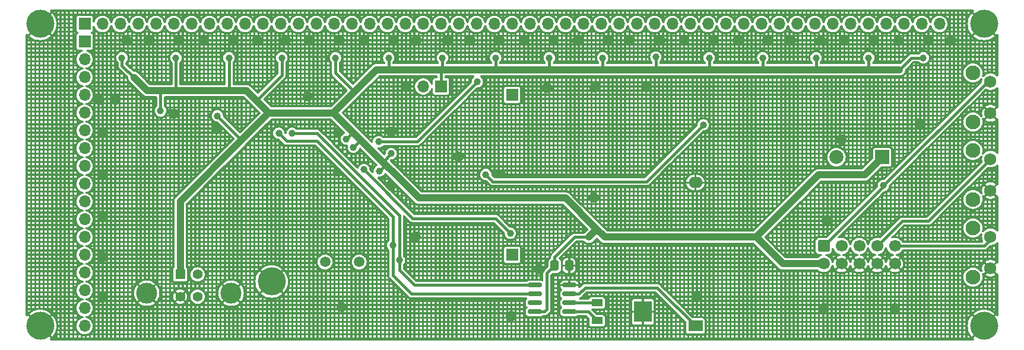
<source format=gtl>
%TF.GenerationSoftware,KiCad,Pcbnew,8.0.5*%
%TF.CreationDate,2025-01-20T02:34:16+03:00*%
%TF.ProjectId,SuperClockController,53757065-7243-46c6-9f63-6b436f6e7472,rev?*%
%TF.SameCoordinates,Original*%
%TF.FileFunction,Copper,L1,Top*%
%TF.FilePolarity,Positive*%
%FSLAX46Y46*%
G04 Gerber Fmt 4.6, Leading zero omitted, Abs format (unit mm)*
G04 Created by KiCad (PCBNEW 8.0.5) date 2025-01-20 02:34:16*
%MOMM*%
%LPD*%
G01*
G04 APERTURE LIST*
G04 Aperture macros list*
%AMRoundRect*
0 Rectangle with rounded corners*
0 $1 Rounding radius*
0 $2 $3 $4 $5 $6 $7 $8 $9 X,Y pos of 4 corners*
0 Add a 4 corners polygon primitive as box body*
4,1,4,$2,$3,$4,$5,$6,$7,$8,$9,$2,$3,0*
0 Add four circle primitives for the rounded corners*
1,1,$1+$1,$2,$3*
1,1,$1+$1,$4,$5*
1,1,$1+$1,$6,$7*
1,1,$1+$1,$8,$9*
0 Add four rect primitives between the rounded corners*
20,1,$1+$1,$2,$3,$4,$5,0*
20,1,$1+$1,$4,$5,$6,$7,0*
20,1,$1+$1,$6,$7,$8,$9,0*
20,1,$1+$1,$8,$9,$2,$3,0*%
G04 Aperture macros list end*
%TA.AperFunction,ComponentPad*%
%ADD10R,1.700000X1.700000*%
%TD*%
%TA.AperFunction,ComponentPad*%
%ADD11C,4.000000*%
%TD*%
%TA.AperFunction,ComponentPad*%
%ADD12C,2.100000*%
%TD*%
%TA.AperFunction,ComponentPad*%
%ADD13C,1.750000*%
%TD*%
%TA.AperFunction,SMDPad,CuDef*%
%ADD14R,1.600000X1.000000*%
%TD*%
%TA.AperFunction,SMDPad,CuDef*%
%ADD15R,2.500000X3.000000*%
%TD*%
%TA.AperFunction,SMDPad,CuDef*%
%ADD16RoundRect,0.250000X-0.337500X-0.475000X0.337500X-0.475000X0.337500X0.475000X-0.337500X0.475000X0*%
%TD*%
%TA.AperFunction,ComponentPad*%
%ADD17O,1.700000X1.700000*%
%TD*%
%TA.AperFunction,SMDPad,CuDef*%
%ADD18RoundRect,0.150000X0.825000X0.150000X-0.825000X0.150000X-0.825000X-0.150000X0.825000X-0.150000X0*%
%TD*%
%TA.AperFunction,ComponentPad*%
%ADD19R,2.000000X1.600000*%
%TD*%
%TA.AperFunction,ComponentPad*%
%ADD20O,2.000000X1.600000*%
%TD*%
%TA.AperFunction,ComponentPad*%
%ADD21C,1.500000*%
%TD*%
%TA.AperFunction,ComponentPad*%
%ADD22R,1.400000X1.400000*%
%TD*%
%TA.AperFunction,ComponentPad*%
%ADD23C,1.400000*%
%TD*%
%TA.AperFunction,ComponentPad*%
%ADD24C,3.000000*%
%TD*%
%TA.AperFunction,ComponentPad*%
%ADD25RoundRect,0.250000X-0.600000X0.600000X-0.600000X-0.600000X0.600000X-0.600000X0.600000X0.600000X0*%
%TD*%
%TA.AperFunction,ComponentPad*%
%ADD26C,1.700000*%
%TD*%
%TA.AperFunction,ComponentPad*%
%ADD27R,2.000000X2.000000*%
%TD*%
%TA.AperFunction,ComponentPad*%
%ADD28C,2.000000*%
%TD*%
%TA.AperFunction,ViaPad*%
%ADD29C,1.000000*%
%TD*%
%TA.AperFunction,Conductor*%
%ADD30C,0.400000*%
%TD*%
%TA.AperFunction,Conductor*%
%ADD31C,1.000000*%
%TD*%
G04 APERTURE END LIST*
D10*
%TO.P,J4,1,Pin_1*%
%TO.N,/LED_A7_YELLOW*%
X151130000Y-85090000D03*
%TD*%
D11*
%TO.P,H3,1,1*%
%TO.N,GND*%
X218440000Y-95250000D03*
%TD*%
D12*
%TO.P,SW2,*%
%TO.N,*%
X216872500Y-70135000D03*
X216872500Y-77145000D03*
D13*
%TO.P,SW2,1,1*%
%TO.N,/BUTTON_1*%
X219362500Y-71385000D03*
%TO.P,SW2,2,2*%
%TO.N,GND*%
X219362500Y-75885000D03*
%TD*%
D12*
%TO.P,SW3,*%
%TO.N,*%
X216872500Y-81245000D03*
X216872500Y-88255000D03*
D13*
%TO.P,SW3,1,1*%
%TO.N,/BUTTON_2*%
X219362500Y-82495000D03*
%TO.P,SW3,2,2*%
%TO.N,GND*%
X219362500Y-86995000D03*
%TD*%
D11*
%TO.P,H4,1,1*%
%TO.N,GND*%
X218440000Y-52070000D03*
%TD*%
D14*
%TO.P,Y2,1,1*%
%TO.N,Net-(U3-X1)*%
X163251000Y-94488000D03*
%TO.P,Y2,2,2*%
%TO.N,Net-(U3-X2)*%
X163251000Y-91948000D03*
D15*
%TO.P,Y2,3,3*%
%TO.N,GND*%
X169801000Y-93218000D03*
%TD*%
D11*
%TO.P,H1,1,1*%
%TO.N,GND*%
X83820000Y-52070000D03*
%TD*%
D16*
%TO.P,C11,1*%
%TO.N,+5V*%
X157204500Y-86614000D03*
%TO.P,C11,2*%
%TO.N,GND*%
X159279500Y-86614000D03*
%TD*%
D10*
%TO.P,J1,1,Pin_1*%
%TO.N,/LED_C0*%
X90170000Y-52070000D03*
D17*
%TO.P,J1,2,Pin_2*%
X92710000Y-52070000D03*
%TO.P,J1,3,Pin_3*%
%TO.N,/LED_C1*%
X95250000Y-52070000D03*
%TO.P,J1,4,Pin_4*%
X97790000Y-52070000D03*
%TO.P,J1,5,Pin_5*%
X100330000Y-52070000D03*
%TO.P,J1,6,Pin_6*%
%TO.N,/LED_C2*%
X102870000Y-52070000D03*
%TO.P,J1,7,Pin_7*%
X105410000Y-52070000D03*
%TO.P,J1,8,Pin_8*%
X107950000Y-52070000D03*
%TO.P,J1,9,Pin_9*%
%TO.N,/LED_C3*%
X110490000Y-52070000D03*
%TO.P,J1,10,Pin_10*%
X113030000Y-52070000D03*
%TO.P,J1,11,Pin_11*%
X115570000Y-52070000D03*
%TO.P,J1,12,Pin_12*%
%TO.N,/LED_C4*%
X118110000Y-52070000D03*
%TO.P,J1,13,Pin_13*%
X120650000Y-52070000D03*
%TO.P,J1,14,Pin_14*%
X123190000Y-52070000D03*
%TO.P,J1,15,Pin_15*%
%TO.N,/LED_C5*%
X125730000Y-52070000D03*
%TO.P,J1,16,Pin_16*%
X128270000Y-52070000D03*
%TO.P,J1,17,Pin_17*%
X130810000Y-52070000D03*
%TO.P,J1,18,Pin_18*%
%TO.N,/LED_C6*%
X133350000Y-52070000D03*
%TO.P,J1,19,Pin_19*%
X135890000Y-52070000D03*
%TO.P,J1,20,Pin_20*%
X138430000Y-52070000D03*
%TO.P,J1,21,Pin_21*%
%TO.N,/LED_C7*%
X140970000Y-52070000D03*
%TO.P,J1,22,Pin_22*%
X143510000Y-52070000D03*
%TO.P,J1,23,Pin_23*%
X146050000Y-52070000D03*
%TO.P,J1,24,Pin_24*%
%TO.N,/LED_C8*%
X148590000Y-52070000D03*
%TO.P,J1,25,Pin_25*%
X151130000Y-52070000D03*
%TO.P,J1,26,Pin_26*%
X153670000Y-52070000D03*
%TO.P,J1,27,Pin_27*%
%TO.N,/LED_C9*%
X156210000Y-52070000D03*
%TO.P,J1,28,Pin_28*%
X158750000Y-52070000D03*
%TO.P,J1,29,Pin_29*%
X161290000Y-52070000D03*
%TO.P,J1,30,Pin_30*%
%TO.N,/LED_C10*%
X163830000Y-52070000D03*
%TO.P,J1,31,Pin_31*%
X166370000Y-52070000D03*
%TO.P,J1,32,Pin_32*%
X168910000Y-52070000D03*
%TO.P,J1,33,Pin_33*%
%TO.N,/LED_C11*%
X171450000Y-52070000D03*
%TO.P,J1,34,Pin_34*%
X173990000Y-52070000D03*
%TO.P,J1,35,Pin_35*%
X176530000Y-52070000D03*
%TO.P,J1,36,Pin_36*%
%TO.N,/LED_C12*%
X179070000Y-52070000D03*
%TO.P,J1,37,Pin_37*%
X181610000Y-52070000D03*
%TO.P,J1,38,Pin_38*%
X184150000Y-52070000D03*
%TO.P,J1,39,Pin_39*%
%TO.N,/LED_C13*%
X186690000Y-52070000D03*
%TO.P,J1,40,Pin_40*%
X189230000Y-52070000D03*
%TO.P,J1,41,Pin_41*%
X191770000Y-52070000D03*
%TO.P,J1,42,Pin_42*%
%TO.N,/LED_C14*%
X194310000Y-52070000D03*
%TO.P,J1,43,Pin_43*%
X196850000Y-52070000D03*
%TO.P,J1,44,Pin_44*%
X199390000Y-52070000D03*
%TO.P,J1,45,Pin_45*%
%TO.N,/LED_C15*%
X201930000Y-52070000D03*
%TO.P,J1,46,Pin_46*%
X204470000Y-52070000D03*
%TO.P,J1,47,Pin_47*%
X207010000Y-52070000D03*
%TO.P,J1,48,Pin_48*%
%TO.N,/LED_C16*%
X209550000Y-52070000D03*
%TO.P,J1,49,Pin_49*%
X212090000Y-52070000D03*
%TD*%
D12*
%TO.P,SW1,*%
%TO.N,*%
X216872500Y-59075000D03*
X216872500Y-66085000D03*
D13*
%TO.P,SW1,1,1*%
%TO.N,/BUTTON_0*%
X219362500Y-60325000D03*
%TO.P,SW1,2,2*%
%TO.N,GND*%
X219362500Y-64825000D03*
%TD*%
D11*
%TO.P,H2,1,1*%
%TO.N,GND*%
X83820000Y-95250000D03*
%TD*%
D10*
%TO.P,J3,1,Pin_1*%
%TO.N,/LED_A6_YELLOW*%
X151130000Y-62230000D03*
%TD*%
%TO.P,J2,1,Pin_1*%
%TO.N,/LED_A0_RED*%
X90170000Y-54610000D03*
D17*
%TO.P,J2,2,Pin_2*%
X90170000Y-57150000D03*
%TO.P,J2,3,Pin_3*%
%TO.N,/LED_A1_RED*%
X90170000Y-59690000D03*
%TO.P,J2,4,Pin_4*%
X90170000Y-62230000D03*
%TO.P,J2,5,Pin_5*%
X90170000Y-64770000D03*
%TO.P,J2,6,Pin_6*%
%TO.N,/LED_A2_RED*%
X90170000Y-67310000D03*
%TO.P,J2,7,Pin_7*%
X90170000Y-69850000D03*
%TO.P,J2,8,Pin_8*%
X90170000Y-72390000D03*
%TO.P,J2,9,Pin_9*%
%TO.N,/LED_A3_RED*%
X90170000Y-74930000D03*
%TO.P,J2,10,Pin_10*%
X90170000Y-77470000D03*
%TO.P,J2,11,Pin_11*%
X90170000Y-80010000D03*
%TO.P,J2,12,Pin_12*%
%TO.N,/LED_A4_RED*%
X90170000Y-82550000D03*
%TO.P,J2,13,Pin_13*%
X90170000Y-85090000D03*
%TO.P,J2,14,Pin_14*%
X90170000Y-87630000D03*
%TO.P,J2,15,Pin_15*%
%TO.N,/LED_A5_GREEN*%
X90170000Y-90170000D03*
%TO.P,J2,16,Pin_16*%
X90170000Y-92710000D03*
%TO.P,J2,17,Pin_17*%
X90170000Y-95250000D03*
%TD*%
D11*
%TO.P,H5,1,1*%
%TO.N,GND*%
X116840000Y-88900000D03*
%TD*%
D18*
%TO.P,U3,1,X1*%
%TO.N,Net-(U3-X1)*%
X159320000Y-93218000D03*
%TO.P,U3,2,X2*%
%TO.N,Net-(U3-X2)*%
X159320000Y-91948000D03*
%TO.P,U3,3,VBAT*%
%TO.N,/RTC_BATTERY*%
X159320000Y-90678000D03*
%TO.P,U3,4,GND*%
%TO.N,GND*%
X159320000Y-89408000D03*
%TO.P,U3,5,SDA*%
%TO.N,/RTC_SDA*%
X154370000Y-89408000D03*
%TO.P,U3,6,SCL*%
%TO.N,/RTC_SCL*%
X154370000Y-90678000D03*
%TO.P,U3,7,SQW/OUT*%
%TO.N,unconnected-(U3-SQW{slash}OUT-Pad7)*%
X154370000Y-91948000D03*
%TO.P,U3,8,VCC*%
%TO.N,+5V*%
X154370000Y-93218000D03*
%TD*%
D19*
%TO.P,BT1,1,+*%
%TO.N,/RTC_BATTERY*%
X177292000Y-95250000D03*
D20*
%TO.P,BT1,2,-*%
%TO.N,GND*%
X177292000Y-74750000D03*
%TD*%
D21*
%TO.P,Y1,1,1*%
%TO.N,Net-(U1-XTAL1)*%
X124460000Y-86100000D03*
%TO.P,Y1,2,2*%
%TO.N,Net-(U1-XTAL2)*%
X129340000Y-86100000D03*
%TD*%
D10*
%TO.P,R30,1*%
%TO.N,+5V*%
X141000000Y-61000000D03*
D17*
%TO.P,R30,2*%
%TO.N,/LIGHT_SENSE*%
X138460000Y-61000000D03*
%TD*%
D22*
%TO.P,J5,1,VBUS*%
%TO.N,+5V*%
X103799000Y-87859000D03*
D23*
%TO.P,J5,2,D-*%
%TO.N,unconnected-(J5-D--Pad2)*%
X106299000Y-87859000D03*
%TO.P,J5,3,D+*%
%TO.N,unconnected-(J5-D+-Pad3)*%
X106299000Y-91059000D03*
%TO.P,J5,4,GND*%
%TO.N,GND*%
X103799000Y-91059000D03*
D24*
%TO.P,J5,5,Shield*%
X111069000Y-90569000D03*
X99029000Y-90569000D03*
%TD*%
D25*
%TO.P,J6,1,Pin_1*%
%TO.N,/BUTTON_0*%
X195580000Y-83820000D03*
D26*
%TO.P,J6,2,Pin_2*%
%TO.N,+5V*%
X195580000Y-86360000D03*
%TO.P,J6,3,Pin_3*%
%TO.N,unconnected-(J6-Pin_3-Pad3)*%
X198120000Y-83820000D03*
%TO.P,J6,4,Pin_4*%
%TO.N,GND*%
X198120000Y-86360000D03*
%TO.P,J6,5,Pin_5*%
%TO.N,/ISP_RESET*%
X200660000Y-83820000D03*
%TO.P,J6,6,Pin_6*%
%TO.N,GND*%
X200660000Y-86360000D03*
%TO.P,J6,7,Pin_7*%
%TO.N,/BUTTON_1*%
X203200000Y-83820000D03*
%TO.P,J6,8,Pin_8*%
%TO.N,GND*%
X203200000Y-86360000D03*
%TO.P,J6,9,Pin_9*%
%TO.N,/BUTTON_2*%
X205740000Y-83820000D03*
%TO.P,J6,10,Pin_10*%
%TO.N,GND*%
X205740000Y-86360000D03*
%TD*%
D27*
%TO.P,BZ1,1,+*%
%TO.N,+5V*%
X203910000Y-71120000D03*
D28*
%TO.P,BZ1,2,-*%
%TO.N,Net-(BZ1--)*%
X197410000Y-71120000D03*
%TD*%
D29*
%TO.N,GND*%
X126300000Y-67600000D03*
X145200000Y-54400000D03*
X103700000Y-54400000D03*
X99500000Y-54400000D03*
X213800000Y-54400000D03*
X160450000Y-54450000D03*
X157100000Y-54400000D03*
X92710000Y-79502000D03*
X198100000Y-68600000D03*
X175700000Y-54400000D03*
X96100000Y-54400000D03*
X141800000Y-54400000D03*
X190950000Y-54400000D03*
X210500000Y-54400000D03*
X179900000Y-54400000D03*
X206200000Y-54500000D03*
X111300000Y-54400000D03*
X170300000Y-61100000D03*
X156100000Y-61200000D03*
X118900000Y-54400000D03*
X149400000Y-54400000D03*
X107100000Y-54400000D03*
X195961000Y-80137000D03*
X92710000Y-85344000D03*
X202700000Y-54500000D03*
X122000000Y-62400000D03*
X168000000Y-54400000D03*
X133900000Y-67500000D03*
X92710000Y-73660000D03*
X114750000Y-54400000D03*
X195200000Y-54450000D03*
X137500000Y-54400000D03*
X133800000Y-75100000D03*
X150977600Y-93827600D03*
X162900000Y-61100000D03*
X134200000Y-54400000D03*
X198550000Y-54450000D03*
X162800000Y-76900000D03*
X137363200Y-82448400D03*
X92710000Y-91186000D03*
X195580000Y-92710000D03*
X172300000Y-54400000D03*
X187500000Y-54400000D03*
X149500000Y-73600000D03*
X164700000Y-54400000D03*
X126600000Y-54400000D03*
X177546000Y-90932000D03*
X209296000Y-66294000D03*
X136050000Y-61000000D03*
X122350000Y-54450000D03*
X129950000Y-54450000D03*
X205740000Y-92710000D03*
X152850000Y-54400000D03*
X109100000Y-67100000D03*
X183300000Y-54400000D03*
X92300000Y-62900000D03*
X154990800Y-87122000D03*
X126800000Y-92500000D03*
X143500000Y-71000000D03*
X126328248Y-73171752D03*
X92710000Y-67564000D03*
X102900000Y-64900000D03*
X94600000Y-62900000D03*
%TO.N,+5V*%
X133900000Y-70600000D03*
X133550000Y-56900000D03*
X132200000Y-73100000D03*
X95500000Y-56900000D03*
X127500000Y-68500000D03*
X194500000Y-56900000D03*
X148800000Y-56900000D03*
X118300000Y-56900000D03*
X164050000Y-56900000D03*
X156450000Y-56900000D03*
X110750000Y-56900000D03*
X125950000Y-56900000D03*
X202000000Y-56900000D03*
X209800000Y-56900000D03*
X186900000Y-56900000D03*
X109100000Y-65200000D03*
X101000000Y-64500000D03*
X141200000Y-56900000D03*
X179250000Y-56900000D03*
X103200000Y-56900000D03*
X171650000Y-56800000D03*
X162052000Y-82550000D03*
X128500000Y-69700000D03*
%TO.N,/BUZZER*%
X147400000Y-73600000D03*
X178400000Y-66500000D03*
%TO.N,/RTC_SDA*%
X135077200Y-85852000D03*
X119761000Y-67691000D03*
%TO.N,/RTC_SCL*%
X134127200Y-83703200D03*
X117856000Y-67691000D03*
%TO.N,/BUTTON_0*%
X204089008Y-75183992D03*
%TO.N,/MCU_DOT0*%
X132100000Y-68900000D03*
X146177018Y-60325008D03*
%TO.N,/MCU_DOT1*%
X130000000Y-72900000D03*
X150900000Y-82000000D03*
%TD*%
D30*
%TO.N,/RTC_BATTERY*%
X161544000Y-89789000D02*
X171831000Y-89789000D01*
X159320000Y-90678000D02*
X160655000Y-90678000D01*
X160655000Y-90678000D02*
X161544000Y-89789000D01*
X171831000Y-89789000D02*
X177292000Y-95250000D01*
%TO.N,+5V*%
X202000000Y-56900000D02*
X202000000Y-58600000D01*
X133550000Y-58600000D02*
X132300000Y-58600000D01*
X127500000Y-68500000D02*
X128400000Y-67600000D01*
D31*
X103799000Y-77401000D02*
X112750000Y-68450000D01*
X112750000Y-68450000D02*
X116400000Y-64800000D01*
D30*
X160020000Y-82550000D02*
X162052000Y-82550000D01*
D31*
X116463600Y-64800000D02*
X115976400Y-64312800D01*
X163150000Y-81500000D02*
X162100000Y-82550000D01*
D30*
X132700000Y-71800000D02*
X132000000Y-71100000D01*
X110950000Y-61600000D02*
X112000000Y-61600000D01*
X110750000Y-56900000D02*
X110800000Y-56950000D01*
D31*
X162100000Y-82550000D02*
X162052000Y-82550000D01*
X189738000Y-86360000D02*
X195580000Y-86360000D01*
X161000000Y-58600000D02*
X168700000Y-58600000D01*
D30*
X118300000Y-56900000D02*
X118300000Y-59400000D01*
D31*
X137862000Y-76962000D02*
X158762000Y-76962000D01*
X103799000Y-87859000D02*
X103799000Y-77401000D01*
D30*
X128400000Y-61500000D02*
X125950000Y-59050000D01*
D31*
X158762000Y-76962000D02*
X163150000Y-81350000D01*
D30*
X179250000Y-58600000D02*
X176200000Y-58600000D01*
X171650000Y-56800000D02*
X171650000Y-58600000D01*
X148800000Y-56900000D02*
X148800000Y-58600000D01*
D31*
X183900000Y-58600000D02*
X191500000Y-58600000D01*
D30*
X118300000Y-59400000D02*
X114681800Y-63018200D01*
X156108400Y-92862400D02*
X156108400Y-87710100D01*
X132200000Y-73100000D02*
X133100000Y-72200000D01*
X141200000Y-56900000D02*
X141200000Y-58300000D01*
D31*
X131800000Y-58600000D02*
X132300000Y-58600000D01*
D30*
X103200000Y-61600000D02*
X104300000Y-61600000D01*
X171650000Y-58600000D02*
X168700000Y-58600000D01*
D31*
X199000000Y-58600000D02*
X206400000Y-58600000D01*
D30*
X209700000Y-56900000D02*
X208100000Y-56900000D01*
X194500000Y-58600000D02*
X191500000Y-58600000D01*
X140900000Y-61100000D02*
X141000000Y-61000000D01*
X133900000Y-70600000D02*
X132700000Y-71800000D01*
D31*
X176200000Y-58600000D02*
X183900000Y-58600000D01*
X99100000Y-61600000D02*
X97200000Y-59700000D01*
D30*
X110800000Y-61450000D02*
X110950000Y-61600000D01*
X141000000Y-58700000D02*
X140900000Y-58600000D01*
D31*
X194818000Y-73660000D02*
X201422000Y-73660000D01*
X125512800Y-64800000D02*
X116463600Y-64800000D01*
D30*
X156450000Y-58350000D02*
X156200000Y-58600000D01*
D31*
X185928000Y-82550000D02*
X194818000Y-73660000D01*
X203910000Y-71172000D02*
X203910000Y-71120000D01*
X168700000Y-58600000D02*
X176200000Y-58600000D01*
D30*
X95500000Y-58000000D02*
X97200000Y-59700000D01*
X186900000Y-56900000D02*
X186900000Y-58600000D01*
X156450000Y-56900000D02*
X156450000Y-58350000D01*
X125950000Y-59050000D02*
X125950000Y-56900000D01*
X157204500Y-86614000D02*
X157204500Y-85365500D01*
X186900000Y-58600000D02*
X183900000Y-58600000D01*
D31*
X163150000Y-81350000D02*
X164350000Y-82550000D01*
D30*
X156108400Y-87710100D02*
X157204500Y-86614000D01*
D31*
X129500000Y-68600000D02*
X137862000Y-76962000D01*
X113263600Y-61600000D02*
X115976400Y-64312800D01*
X125512800Y-64800000D02*
X125700000Y-64800000D01*
X116400000Y-64800000D02*
X116463600Y-64800000D01*
X140900000Y-58600000D02*
X145700000Y-58600000D01*
D30*
X154370000Y-93218000D02*
X155752800Y-93218000D01*
D31*
X145700000Y-58600000D02*
X153300000Y-58600000D01*
D30*
X156200000Y-58600000D02*
X153300000Y-58600000D01*
X125512800Y-64800000D02*
X125770000Y-64800000D01*
D31*
X132300000Y-58600000D02*
X138200000Y-58600000D01*
D30*
X101000000Y-64500000D02*
X101000000Y-61600000D01*
X157204500Y-85365500D02*
X160020000Y-82550000D01*
D31*
X138200000Y-58600000D02*
X140900000Y-58600000D01*
X128400000Y-62000000D02*
X131800000Y-58600000D01*
X125600000Y-64800000D02*
X128400000Y-62000000D01*
D30*
X148800000Y-58600000D02*
X145700000Y-58600000D01*
D31*
X104900000Y-61600000D02*
X112000000Y-61600000D01*
D30*
X129500000Y-68600000D02*
X129500000Y-68700000D01*
D31*
X125700000Y-64800000D02*
X128850000Y-67950000D01*
D30*
X194500000Y-56900000D02*
X194500000Y-58600000D01*
X128400000Y-67600000D02*
X128500000Y-67600000D01*
X112350000Y-68450000D02*
X112750000Y-68450000D01*
D31*
X99100000Y-61600000D02*
X101000000Y-61600000D01*
D30*
X103200000Y-56900000D02*
X103200000Y-61600000D01*
X128400000Y-62000000D02*
X128400000Y-61500000D01*
X179250000Y-56900000D02*
X179250000Y-58600000D01*
X114681800Y-63018200D02*
X115976400Y-64312800D01*
D31*
X153300000Y-58600000D02*
X161000000Y-58600000D01*
X112000000Y-61600000D02*
X113263600Y-61600000D01*
X164350000Y-82550000D02*
X185928000Y-82550000D01*
D30*
X155752800Y-93218000D02*
X156108400Y-92862400D01*
X95500000Y-56900000D02*
X95500000Y-58000000D01*
D31*
X163150000Y-81350000D02*
X163150000Y-81500000D01*
X104300000Y-61600000D02*
X104900000Y-61600000D01*
D30*
X133550000Y-56900000D02*
X133550000Y-58600000D01*
X129500000Y-68700000D02*
X128500000Y-69700000D01*
X208100000Y-56900000D02*
X206400000Y-58600000D01*
X164050000Y-56900000D02*
X164050000Y-58600000D01*
X141200000Y-58300000D02*
X140900000Y-58600000D01*
D31*
X125512800Y-64800000D02*
X125600000Y-64800000D01*
D30*
X202000000Y-58600000D02*
X199000000Y-58600000D01*
D31*
X191500000Y-58600000D02*
X199000000Y-58600000D01*
D30*
X164050000Y-58600000D02*
X161000000Y-58600000D01*
D31*
X129500000Y-68600000D02*
X128850000Y-67950000D01*
D30*
X110800000Y-56950000D02*
X110800000Y-61450000D01*
X109100000Y-65200000D02*
X112350000Y-68450000D01*
X141000000Y-61000000D02*
X141000000Y-58700000D01*
X128500000Y-67600000D02*
X128850000Y-67950000D01*
D31*
X101000000Y-61600000D02*
X104900000Y-61600000D01*
X185928000Y-82550000D02*
X189738000Y-86360000D01*
X201422000Y-73660000D02*
X203910000Y-71172000D01*
D30*
%TO.N,/BUZZER*%
X148400000Y-74600000D02*
X170300000Y-74600000D01*
X170300000Y-74600000D02*
X178400000Y-66500000D01*
X147400000Y-73600000D02*
X148400000Y-74600000D01*
%TO.N,/RTC_SDA*%
X137210800Y-89408000D02*
X154370000Y-89408000D01*
X135077200Y-79477200D02*
X123291000Y-67691000D01*
X135077200Y-85852000D02*
X135077200Y-87274400D01*
X123291000Y-67691000D02*
X119761000Y-67691000D01*
X135077200Y-85852000D02*
X135077200Y-79477200D01*
X135077200Y-87274400D02*
X137210800Y-89408000D01*
%TO.N,/RTC_SCL*%
X123300000Y-68800000D02*
X118965000Y-68800000D01*
X136804400Y-90678000D02*
X154370000Y-90678000D01*
X134127200Y-83703200D02*
X134127200Y-79627200D01*
X134127200Y-88000800D02*
X136804400Y-90678000D01*
X134127200Y-83703200D02*
X134127200Y-88000800D01*
X118965000Y-68800000D02*
X117856000Y-67691000D01*
X134127200Y-79627200D02*
X123300000Y-68800000D01*
%TO.N,/BUTTON_0*%
X219362500Y-60325000D02*
X218948000Y-60325000D01*
X204089008Y-75310992D02*
X204089008Y-75183992D01*
X195580000Y-83820000D02*
X204089008Y-75310992D01*
X218948000Y-60325000D02*
X204089008Y-75183992D01*
%TO.N,/BUTTON_1*%
X206756000Y-80264000D02*
X203200000Y-83820000D01*
X219362500Y-71385000D02*
X210483500Y-80264000D01*
X210483500Y-80264000D02*
X206756000Y-80264000D01*
%TO.N,/BUTTON_2*%
X219362500Y-82897500D02*
X218440000Y-83820000D01*
X218440000Y-83820000D02*
X205740000Y-83820000D01*
X219362500Y-82495000D02*
X219362500Y-82897500D01*
%TO.N,/MCU_DOT0*%
X132100000Y-68900000D02*
X137602026Y-68900000D01*
X137602026Y-68900000D02*
X146177018Y-60325008D01*
%TO.N,/MCU_DOT1*%
X136983000Y-79883000D02*
X130000000Y-72900000D01*
X150900000Y-82000000D02*
X148783000Y-79883000D01*
X148783000Y-79883000D02*
X136983000Y-79883000D01*
%TO.N,Net-(U3-X1)*%
X161981000Y-93218000D02*
X159320000Y-93218000D01*
X163251000Y-94488000D02*
X161981000Y-93218000D01*
%TO.N,Net-(U3-X2)*%
X163251000Y-91948000D02*
X159320000Y-91948000D01*
%TD*%
%TA.AperFunction,Conductor*%
%TO.N,GND*%
G36*
X216955913Y-50050462D02*
G01*
X217010451Y-50105000D01*
X217030413Y-50179500D01*
X217010451Y-50254000D01*
X216979655Y-50291525D01*
X216923182Y-50341050D01*
X217417391Y-50835259D01*
X217397670Y-50849588D01*
X217219588Y-51027670D01*
X217205259Y-51047391D01*
X216711049Y-50553181D01*
X216611375Y-50666839D01*
X216611374Y-50666841D01*
X216443865Y-50917536D01*
X216310517Y-51187942D01*
X216213606Y-51473434D01*
X216213602Y-51473446D01*
X216154784Y-51769143D01*
X216135065Y-52069999D01*
X216135065Y-52070000D01*
X216154784Y-52370856D01*
X216213602Y-52666553D01*
X216213606Y-52666565D01*
X216310518Y-52952060D01*
X216443863Y-53222461D01*
X216611367Y-53473149D01*
X216611376Y-53473161D01*
X216711049Y-53586816D01*
X217205258Y-53092606D01*
X217219588Y-53112330D01*
X217397670Y-53290412D01*
X217417390Y-53304739D01*
X216923181Y-53798949D01*
X217036838Y-53898623D01*
X217036850Y-53898632D01*
X217287538Y-54066136D01*
X217557939Y-54199481D01*
X217843434Y-54296393D01*
X217843446Y-54296397D01*
X218139143Y-54355215D01*
X218440000Y-54374935D01*
X218740856Y-54355215D01*
X219036553Y-54296397D01*
X219036565Y-54296393D01*
X219213005Y-54236500D01*
X219927879Y-54236500D01*
X220009500Y-54236500D01*
X220009500Y-54181962D01*
X219927879Y-54236500D01*
X219213005Y-54236500D01*
X219322060Y-54199481D01*
X219592461Y-54066136D01*
X219843155Y-53898628D01*
X219956816Y-53798948D01*
X219462608Y-53304740D01*
X219482330Y-53290412D01*
X219660412Y-53112330D01*
X219674740Y-53092608D01*
X220168948Y-53586816D01*
X220218476Y-53530342D01*
X220282606Y-53487492D01*
X220359569Y-53482448D01*
X220428743Y-53516561D01*
X220471593Y-53580691D01*
X220479500Y-53628585D01*
X220479500Y-59415182D01*
X220459538Y-59489682D01*
X220405000Y-59544220D01*
X220330500Y-59564182D01*
X220256000Y-59544220D01*
X220230120Y-59525295D01*
X220073933Y-59382913D01*
X220073932Y-59382912D01*
X219888710Y-59268228D01*
X219888709Y-59268227D01*
X219888705Y-59268225D01*
X219888703Y-59268224D01*
X219685573Y-59189531D01*
X219685570Y-59189530D01*
X219685569Y-59189530D01*
X219631550Y-59179432D01*
X219471430Y-59149500D01*
X219471426Y-59149500D01*
X219253574Y-59149500D01*
X219253569Y-59149500D01*
X219039426Y-59189531D01*
X218836296Y-59268224D01*
X218836294Y-59268225D01*
X218651066Y-59382913D01*
X218490073Y-59529677D01*
X218490071Y-59529679D01*
X218421808Y-59620074D01*
X218360981Y-59667496D01*
X218284593Y-59678152D01*
X218213111Y-59649185D01*
X218165689Y-59588358D01*
X218155033Y-59511970D01*
X218158978Y-59491730D01*
X218207563Y-59310408D01*
X218228159Y-59075000D01*
X218207563Y-58839592D01*
X218181548Y-58742500D01*
X218521118Y-58742500D01*
X218526240Y-58761616D01*
X218527769Y-58767857D01*
X218528053Y-58769135D01*
X218529339Y-58775592D01*
X218531825Y-58789695D01*
X218532809Y-58796085D01*
X218532980Y-58797382D01*
X218533691Y-58803872D01*
X218554744Y-59044500D01*
X218574560Y-59044500D01*
X218670067Y-58985365D01*
X218675962Y-58981900D01*
X218677173Y-58981225D01*
X218683297Y-58977995D01*
X218696870Y-58971236D01*
X218703094Y-58968315D01*
X218704362Y-58967755D01*
X218710731Y-58965116D01*
X218807500Y-58927627D01*
X218807500Y-58859947D01*
X219707500Y-58859947D01*
X219753293Y-58868508D01*
X219760022Y-58869928D01*
X219761370Y-58870245D01*
X219768036Y-58871976D01*
X219782622Y-58876126D01*
X219789126Y-58878138D01*
X219790441Y-58878578D01*
X219796988Y-58880940D01*
X220009500Y-58963268D01*
X220009500Y-58742500D01*
X219707500Y-58742500D01*
X219707500Y-58859947D01*
X218807500Y-58859947D01*
X218807500Y-58843310D01*
X219106500Y-58843310D01*
X219200757Y-58825691D01*
X219207606Y-58824575D01*
X219208979Y-58824384D01*
X219215761Y-58823599D01*
X219230859Y-58822200D01*
X219237729Y-58821723D01*
X219239114Y-58821659D01*
X219245992Y-58821500D01*
X219408500Y-58821500D01*
X219408500Y-58742500D01*
X219106500Y-58742500D01*
X219106500Y-58843310D01*
X218807500Y-58843310D01*
X218807500Y-58742500D01*
X218521118Y-58742500D01*
X218181548Y-58742500D01*
X218146403Y-58611337D01*
X218068139Y-58443500D01*
X218505500Y-58443500D01*
X218807500Y-58443500D01*
X219106500Y-58443500D01*
X219408500Y-58443500D01*
X219707500Y-58443500D01*
X220009500Y-58443500D01*
X220009500Y-58141500D01*
X219707500Y-58141500D01*
X219707500Y-58443500D01*
X219408500Y-58443500D01*
X219408500Y-58141500D01*
X219106500Y-58141500D01*
X219106500Y-58443500D01*
X218807500Y-58443500D01*
X218807500Y-58141500D01*
X218505500Y-58141500D01*
X218505500Y-58443500D01*
X218068139Y-58443500D01*
X218046535Y-58397171D01*
X217910995Y-58203599D01*
X217743901Y-58036505D01*
X217550330Y-57900965D01*
X217336163Y-57801097D01*
X217336161Y-57801096D01*
X217140031Y-57748544D01*
X217904500Y-57748544D01*
X217937899Y-57771931D01*
X217943123Y-57775760D01*
X217944162Y-57776557D01*
X217949245Y-57780636D01*
X217960215Y-57789840D01*
X217965154Y-57794173D01*
X217966119Y-57795058D01*
X217970769Y-57799511D01*
X218013758Y-57842500D01*
X218206500Y-57842500D01*
X218505500Y-57842500D01*
X218807500Y-57842500D01*
X219106500Y-57842500D01*
X219408500Y-57842500D01*
X219707500Y-57842500D01*
X220009500Y-57842500D01*
X220009500Y-57540500D01*
X219707500Y-57540500D01*
X219707500Y-57842500D01*
X219408500Y-57842500D01*
X219408500Y-57540500D01*
X219106500Y-57540500D01*
X219106500Y-57842500D01*
X218807500Y-57842500D01*
X218807500Y-57540500D01*
X218505500Y-57540500D01*
X218505500Y-57842500D01*
X218206500Y-57842500D01*
X218206500Y-57540500D01*
X217904500Y-57540500D01*
X217904500Y-57748544D01*
X217140031Y-57748544D01*
X217107909Y-57739937D01*
X216872500Y-57719341D01*
X216637090Y-57739937D01*
X216408840Y-57801096D01*
X216408839Y-57801096D01*
X216408837Y-57801097D01*
X216194671Y-57900965D01*
X216194668Y-57900966D01*
X216194668Y-57900967D01*
X216001096Y-58036507D01*
X215834007Y-58203596D01*
X215732982Y-58347876D01*
X215698465Y-58397171D01*
X215618325Y-58569031D01*
X215598596Y-58611340D01*
X215537437Y-58839590D01*
X215516841Y-59075000D01*
X215537437Y-59310409D01*
X215596189Y-59529679D01*
X215598597Y-59538663D01*
X215698465Y-59752830D01*
X215834005Y-59946401D01*
X216001099Y-60113495D01*
X216194670Y-60249035D01*
X216408837Y-60348903D01*
X216637092Y-60410063D01*
X216872500Y-60430659D01*
X217107908Y-60410063D01*
X217336163Y-60348903D01*
X217550330Y-60249035D01*
X217743901Y-60113495D01*
X217910995Y-59946401D01*
X217971279Y-59860305D01*
X218030361Y-59810731D01*
X218106317Y-59797338D01*
X218178794Y-59823717D01*
X218228371Y-59882801D01*
X218241764Y-59958757D01*
X218236643Y-59986546D01*
X218202064Y-60108078D01*
X218202064Y-60108081D01*
X218181328Y-60331859D01*
X218179240Y-60331665D01*
X218162002Y-60396003D01*
X218138323Y-60426862D01*
X204227597Y-74337587D01*
X204160802Y-74376151D01*
X204105558Y-74380291D01*
X204089012Y-74378427D01*
X204089007Y-74378427D01*
X203909755Y-74398623D01*
X203739485Y-74458203D01*
X203586746Y-74554176D01*
X203459192Y-74681730D01*
X203363219Y-74834469D01*
X203303639Y-75004739D01*
X203283443Y-75183990D01*
X203283443Y-75183994D01*
X203298167Y-75314680D01*
X203286671Y-75390947D01*
X203255463Y-75436721D01*
X196066327Y-82625859D01*
X195999532Y-82664423D01*
X195960968Y-82669500D01*
X194936894Y-82669500D01*
X194848436Y-82680122D01*
X194707658Y-82735638D01*
X194707658Y-82735639D01*
X194587079Y-82827076D01*
X194587076Y-82827079D01*
X194495639Y-82947658D01*
X194495638Y-82947658D01*
X194440122Y-83088436D01*
X194429500Y-83176894D01*
X194429500Y-84463105D01*
X194440122Y-84551563D01*
X194495638Y-84692341D01*
X194587076Y-84812920D01*
X194587079Y-84812923D01*
X194606674Y-84827782D01*
X194707658Y-84904361D01*
X194848436Y-84959877D01*
X194936898Y-84970500D01*
X194936899Y-84970500D01*
X195184785Y-84970500D01*
X195259285Y-84990462D01*
X195313823Y-85045000D01*
X195333785Y-85119500D01*
X195313823Y-85194000D01*
X195259285Y-85248538D01*
X195238610Y-85258438D01*
X195064983Y-85325700D01*
X195064976Y-85325704D01*
X194883700Y-85437946D01*
X194883698Y-85437948D01*
X194798235Y-85515859D01*
X194793021Y-85520612D01*
X194724517Y-85556050D01*
X194692640Y-85559500D01*
X190131296Y-85559500D01*
X190056796Y-85539538D01*
X190025937Y-85515859D01*
X189741578Y-85231500D01*
X190258500Y-85231500D01*
X190560500Y-85231500D01*
X190859500Y-85231500D01*
X191161500Y-85231500D01*
X191460500Y-85231500D01*
X191762500Y-85231500D01*
X192061500Y-85231500D01*
X192363500Y-85231500D01*
X192662500Y-85231500D01*
X192964500Y-85231500D01*
X193263500Y-85231500D01*
X193565500Y-85231500D01*
X193864500Y-85231500D01*
X194166500Y-85231500D01*
X194465500Y-85231500D01*
X194623295Y-85231500D01*
X194629286Y-85226037D01*
X194576894Y-85205376D01*
X194567581Y-85201332D01*
X194565730Y-85200452D01*
X194556677Y-85195761D01*
X194540207Y-85186500D01*
X194465500Y-85186500D01*
X194465500Y-85231500D01*
X194166500Y-85231500D01*
X194166500Y-85186500D01*
X193864500Y-85186500D01*
X193864500Y-85231500D01*
X193565500Y-85231500D01*
X193565500Y-85186500D01*
X193263500Y-85186500D01*
X193263500Y-85231500D01*
X192964500Y-85231500D01*
X192964500Y-85186500D01*
X192662500Y-85186500D01*
X192662500Y-85231500D01*
X192363500Y-85231500D01*
X192363500Y-85186500D01*
X192061500Y-85186500D01*
X192061500Y-85231500D01*
X191762500Y-85231500D01*
X191762500Y-85186500D01*
X191460500Y-85186500D01*
X191460500Y-85231500D01*
X191161500Y-85231500D01*
X191161500Y-85186500D01*
X190859500Y-85186500D01*
X190859500Y-85231500D01*
X190560500Y-85231500D01*
X190560500Y-85186500D01*
X190258500Y-85186500D01*
X190258500Y-85231500D01*
X189741578Y-85231500D01*
X189193638Y-84683560D01*
X189657500Y-84683560D01*
X189861440Y-84887500D01*
X189959500Y-84887500D01*
X190258500Y-84887500D01*
X190560500Y-84887500D01*
X190859500Y-84887500D01*
X191161500Y-84887500D01*
X191460500Y-84887500D01*
X191762500Y-84887500D01*
X192061500Y-84887500D01*
X192363500Y-84887500D01*
X192662500Y-84887500D01*
X192964500Y-84887500D01*
X193263500Y-84887500D01*
X193565500Y-84887500D01*
X193864500Y-84887500D01*
X194166500Y-84887500D01*
X194166500Y-84751790D01*
X194131135Y-84662113D01*
X194127919Y-84653123D01*
X194127330Y-84651294D01*
X194124700Y-84642134D01*
X194119547Y-84621747D01*
X194117498Y-84612379D01*
X194117148Y-84610490D01*
X194115717Y-84601110D01*
X194113842Y-84585500D01*
X193864500Y-84585500D01*
X193864500Y-84887500D01*
X193565500Y-84887500D01*
X193565500Y-84585500D01*
X193263500Y-84585500D01*
X193263500Y-84887500D01*
X192964500Y-84887500D01*
X192964500Y-84585500D01*
X192662500Y-84585500D01*
X192662500Y-84887500D01*
X192363500Y-84887500D01*
X192363500Y-84585500D01*
X192061500Y-84585500D01*
X192061500Y-84887500D01*
X191762500Y-84887500D01*
X191762500Y-84585500D01*
X191460500Y-84585500D01*
X191460500Y-84887500D01*
X191161500Y-84887500D01*
X191161500Y-84585500D01*
X190859500Y-84585500D01*
X190859500Y-84887500D01*
X190560500Y-84887500D01*
X190560500Y-84585500D01*
X190258500Y-84585500D01*
X190258500Y-84887500D01*
X189959500Y-84887500D01*
X189959500Y-84585500D01*
X189657500Y-84585500D01*
X189657500Y-84683560D01*
X189193638Y-84683560D01*
X188592638Y-84082560D01*
X189056500Y-84082560D01*
X189260440Y-84286500D01*
X189358500Y-84286500D01*
X189657500Y-84286500D01*
X189959500Y-84286500D01*
X190258500Y-84286500D01*
X190560500Y-84286500D01*
X190859500Y-84286500D01*
X191161500Y-84286500D01*
X191460500Y-84286500D01*
X191762500Y-84286500D01*
X192061500Y-84286500D01*
X192363500Y-84286500D01*
X192662500Y-84286500D01*
X192964500Y-84286500D01*
X193263500Y-84286500D01*
X193565500Y-84286500D01*
X193864500Y-84286500D01*
X194101500Y-84286500D01*
X194101500Y-83984500D01*
X193864500Y-83984500D01*
X193864500Y-84286500D01*
X193565500Y-84286500D01*
X193565500Y-83984500D01*
X193263500Y-83984500D01*
X193263500Y-84286500D01*
X192964500Y-84286500D01*
X192964500Y-83984500D01*
X192662500Y-83984500D01*
X192662500Y-84286500D01*
X192363500Y-84286500D01*
X192363500Y-83984500D01*
X192061500Y-83984500D01*
X192061500Y-84286500D01*
X191762500Y-84286500D01*
X191762500Y-83984500D01*
X191460500Y-83984500D01*
X191460500Y-84286500D01*
X191161500Y-84286500D01*
X191161500Y-83984500D01*
X190859500Y-83984500D01*
X190859500Y-84286500D01*
X190560500Y-84286500D01*
X190560500Y-83984500D01*
X190258500Y-83984500D01*
X190258500Y-84286500D01*
X189959500Y-84286500D01*
X189959500Y-83984500D01*
X189657500Y-83984500D01*
X189657500Y-84286500D01*
X189358500Y-84286500D01*
X189358500Y-83984500D01*
X189056500Y-83984500D01*
X189056500Y-84082560D01*
X188592638Y-84082560D01*
X187991638Y-83481560D01*
X188455500Y-83481560D01*
X188659440Y-83685500D01*
X188757500Y-83685500D01*
X189056500Y-83685500D01*
X189358500Y-83685500D01*
X189657500Y-83685500D01*
X189959500Y-83685500D01*
X190258500Y-83685500D01*
X190560500Y-83685500D01*
X190859500Y-83685500D01*
X191161500Y-83685500D01*
X191460500Y-83685500D01*
X191762500Y-83685500D01*
X192061500Y-83685500D01*
X192363500Y-83685500D01*
X192662500Y-83685500D01*
X192964500Y-83685500D01*
X193263500Y-83685500D01*
X193565500Y-83685500D01*
X193864500Y-83685500D01*
X194101500Y-83685500D01*
X194101500Y-83383500D01*
X193864500Y-83383500D01*
X193864500Y-83685500D01*
X193565500Y-83685500D01*
X193565500Y-83383500D01*
X193263500Y-83383500D01*
X193263500Y-83685500D01*
X192964500Y-83685500D01*
X192964500Y-83383500D01*
X192662500Y-83383500D01*
X192662500Y-83685500D01*
X192363500Y-83685500D01*
X192363500Y-83383500D01*
X192061500Y-83383500D01*
X192061500Y-83685500D01*
X191762500Y-83685500D01*
X191762500Y-83383500D01*
X191460500Y-83383500D01*
X191460500Y-83685500D01*
X191161500Y-83685500D01*
X191161500Y-83383500D01*
X190859500Y-83383500D01*
X190859500Y-83685500D01*
X190560500Y-83685500D01*
X190560500Y-83383500D01*
X190258500Y-83383500D01*
X190258500Y-83685500D01*
X189959500Y-83685500D01*
X189959500Y-83383500D01*
X189657500Y-83383500D01*
X189657500Y-83685500D01*
X189358500Y-83685500D01*
X189358500Y-83383500D01*
X189056500Y-83383500D01*
X189056500Y-83685500D01*
X188757500Y-83685500D01*
X188757500Y-83383500D01*
X188455500Y-83383500D01*
X188455500Y-83481560D01*
X187991638Y-83481560D01*
X187390638Y-82880560D01*
X187854500Y-82880560D01*
X188058440Y-83084500D01*
X188156500Y-83084500D01*
X188455500Y-83084500D01*
X188757500Y-83084500D01*
X189056500Y-83084500D01*
X189358500Y-83084500D01*
X189657500Y-83084500D01*
X189959500Y-83084500D01*
X190258500Y-83084500D01*
X190560500Y-83084500D01*
X190859500Y-83084500D01*
X191161500Y-83084500D01*
X191460500Y-83084500D01*
X191762500Y-83084500D01*
X192061500Y-83084500D01*
X192363500Y-83084500D01*
X192662500Y-83084500D01*
X192964500Y-83084500D01*
X193263500Y-83084500D01*
X193565500Y-83084500D01*
X193864500Y-83084500D01*
X194110240Y-83084500D01*
X194115717Y-83038890D01*
X194117148Y-83029510D01*
X194117498Y-83027621D01*
X194119547Y-83018253D01*
X194124700Y-82997866D01*
X194127330Y-82988706D01*
X194127919Y-82986877D01*
X194131135Y-82977888D01*
X194166500Y-82888210D01*
X194166500Y-82782500D01*
X193864500Y-82782500D01*
X193864500Y-83084500D01*
X193565500Y-83084500D01*
X193565500Y-82782500D01*
X193263500Y-82782500D01*
X193263500Y-83084500D01*
X192964500Y-83084500D01*
X192964500Y-82782500D01*
X192662500Y-82782500D01*
X192662500Y-83084500D01*
X192363500Y-83084500D01*
X192363500Y-82782500D01*
X192061500Y-82782500D01*
X192061500Y-83084500D01*
X191762500Y-83084500D01*
X191762500Y-82782500D01*
X191460500Y-82782500D01*
X191460500Y-83084500D01*
X191161500Y-83084500D01*
X191161500Y-82782500D01*
X190859500Y-82782500D01*
X190859500Y-83084500D01*
X190560500Y-83084500D01*
X190560500Y-82782500D01*
X190258500Y-82782500D01*
X190258500Y-83084500D01*
X189959500Y-83084500D01*
X189959500Y-82782500D01*
X189657500Y-82782500D01*
X189657500Y-83084500D01*
X189358500Y-83084500D01*
X189358500Y-82782500D01*
X189056500Y-82782500D01*
X189056500Y-83084500D01*
X188757500Y-83084500D01*
X188757500Y-82782500D01*
X188455500Y-82782500D01*
X188455500Y-83084500D01*
X188156500Y-83084500D01*
X188156500Y-82782500D01*
X187854500Y-82782500D01*
X187854500Y-82880560D01*
X187390638Y-82880560D01*
X187165437Y-82655359D01*
X187126873Y-82588564D01*
X187126873Y-82511436D01*
X187165437Y-82444641D01*
X187390638Y-82219440D01*
X187854500Y-82219440D01*
X187854500Y-82483500D01*
X188156500Y-82483500D01*
X188455500Y-82483500D01*
X188757500Y-82483500D01*
X189056500Y-82483500D01*
X189358500Y-82483500D01*
X189657500Y-82483500D01*
X189959500Y-82483500D01*
X190258500Y-82483500D01*
X190560500Y-82483500D01*
X190859500Y-82483500D01*
X191161500Y-82483500D01*
X191460500Y-82483500D01*
X191762500Y-82483500D01*
X192061500Y-82483500D01*
X192363500Y-82483500D01*
X192662500Y-82483500D01*
X192964500Y-82483500D01*
X193263500Y-82483500D01*
X193565500Y-82483500D01*
X193864500Y-82483500D01*
X194166500Y-82483500D01*
X194465500Y-82483500D01*
X194497320Y-82483500D01*
X194518408Y-82467509D01*
X194526696Y-82461658D01*
X194528409Y-82460534D01*
X194537123Y-82455234D01*
X194556677Y-82444239D01*
X194565730Y-82439548D01*
X194567581Y-82438668D01*
X194576894Y-82434624D01*
X194737888Y-82371135D01*
X194746877Y-82367919D01*
X194748706Y-82367330D01*
X194757866Y-82364700D01*
X194767500Y-82362264D01*
X194767500Y-82341500D01*
X195066500Y-82341500D01*
X195368500Y-82341500D01*
X195667500Y-82341500D01*
X195886824Y-82341500D01*
X195969500Y-82258823D01*
X195969500Y-82181500D01*
X195667500Y-82181500D01*
X195667500Y-82341500D01*
X195368500Y-82341500D01*
X195368500Y-82181500D01*
X195066500Y-82181500D01*
X195066500Y-82341500D01*
X194767500Y-82341500D01*
X194767500Y-82181500D01*
X194465500Y-82181500D01*
X194465500Y-82483500D01*
X194166500Y-82483500D01*
X194166500Y-82181500D01*
X193864500Y-82181500D01*
X193864500Y-82483500D01*
X193565500Y-82483500D01*
X193565500Y-82181500D01*
X193263500Y-82181500D01*
X193263500Y-82483500D01*
X192964500Y-82483500D01*
X192964500Y-82181500D01*
X192662500Y-82181500D01*
X192662500Y-82483500D01*
X192363500Y-82483500D01*
X192363500Y-82181500D01*
X192061500Y-82181500D01*
X192061500Y-82483500D01*
X191762500Y-82483500D01*
X191762500Y-82181500D01*
X191460500Y-82181500D01*
X191460500Y-82483500D01*
X191161500Y-82483500D01*
X191161500Y-82181500D01*
X190859500Y-82181500D01*
X190859500Y-82483500D01*
X190560500Y-82483500D01*
X190560500Y-82181500D01*
X190258500Y-82181500D01*
X190258500Y-82483500D01*
X189959500Y-82483500D01*
X189959500Y-82181500D01*
X189657500Y-82181500D01*
X189657500Y-82483500D01*
X189358500Y-82483500D01*
X189358500Y-82181500D01*
X189056500Y-82181500D01*
X189056500Y-82483500D01*
X188757500Y-82483500D01*
X188757500Y-82181500D01*
X188455500Y-82181500D01*
X188455500Y-82483500D01*
X188156500Y-82483500D01*
X188156500Y-82181500D01*
X187892440Y-82181500D01*
X187854500Y-82219440D01*
X187390638Y-82219440D01*
X187991638Y-81618440D01*
X188455500Y-81618440D01*
X188455500Y-81882500D01*
X188757500Y-81882500D01*
X189056500Y-81882500D01*
X189358500Y-81882500D01*
X189657500Y-81882500D01*
X189959500Y-81882500D01*
X190258500Y-81882500D01*
X190560500Y-81882500D01*
X190859500Y-81882500D01*
X191161500Y-81882500D01*
X191460500Y-81882500D01*
X191762500Y-81882500D01*
X192061500Y-81882500D01*
X192363500Y-81882500D01*
X192662500Y-81882500D01*
X192964500Y-81882500D01*
X193263500Y-81882500D01*
X193565500Y-81882500D01*
X193864500Y-81882500D01*
X194166500Y-81882500D01*
X194465500Y-81882500D01*
X194767500Y-81882500D01*
X195066500Y-81882500D01*
X195368500Y-81882500D01*
X195667500Y-81882500D01*
X195969500Y-81882500D01*
X196268500Y-81882500D01*
X196345824Y-81882500D01*
X196570500Y-81657823D01*
X196570500Y-81580500D01*
X196268500Y-81580500D01*
X196268500Y-81882500D01*
X195969500Y-81882500D01*
X195969500Y-81580500D01*
X195667500Y-81580500D01*
X195667500Y-81882500D01*
X195368500Y-81882500D01*
X195368500Y-81580500D01*
X195066500Y-81580500D01*
X195066500Y-81882500D01*
X194767500Y-81882500D01*
X194767500Y-81580500D01*
X194465500Y-81580500D01*
X194465500Y-81882500D01*
X194166500Y-81882500D01*
X194166500Y-81580500D01*
X193864500Y-81580500D01*
X193864500Y-81882500D01*
X193565500Y-81882500D01*
X193565500Y-81580500D01*
X193263500Y-81580500D01*
X193263500Y-81882500D01*
X192964500Y-81882500D01*
X192964500Y-81580500D01*
X192662500Y-81580500D01*
X192662500Y-81882500D01*
X192363500Y-81882500D01*
X192363500Y-81580500D01*
X192061500Y-81580500D01*
X192061500Y-81882500D01*
X191762500Y-81882500D01*
X191762500Y-81580500D01*
X191460500Y-81580500D01*
X191460500Y-81882500D01*
X191161500Y-81882500D01*
X191161500Y-81580500D01*
X190859500Y-81580500D01*
X190859500Y-81882500D01*
X190560500Y-81882500D01*
X190560500Y-81580500D01*
X190258500Y-81580500D01*
X190258500Y-81882500D01*
X189959500Y-81882500D01*
X189959500Y-81580500D01*
X189657500Y-81580500D01*
X189657500Y-81882500D01*
X189358500Y-81882500D01*
X189358500Y-81580500D01*
X189056500Y-81580500D01*
X189056500Y-81882500D01*
X188757500Y-81882500D01*
X188757500Y-81580500D01*
X188493440Y-81580500D01*
X188455500Y-81618440D01*
X187991638Y-81618440D01*
X188592638Y-81017440D01*
X189056500Y-81017440D01*
X189056500Y-81281500D01*
X189358500Y-81281500D01*
X189657500Y-81281500D01*
X189959500Y-81281500D01*
X190258500Y-81281500D01*
X190560500Y-81281500D01*
X190859500Y-81281500D01*
X191161500Y-81281500D01*
X191460500Y-81281500D01*
X191762500Y-81281500D01*
X192061500Y-81281500D01*
X192363500Y-81281500D01*
X192662500Y-81281500D01*
X192964500Y-81281500D01*
X193263500Y-81281500D01*
X193565500Y-81281500D01*
X193864500Y-81281500D01*
X194166500Y-81281500D01*
X194465500Y-81281500D01*
X194767500Y-81281500D01*
X195066500Y-81281500D01*
X195368500Y-81281500D01*
X195667500Y-81281500D01*
X195969500Y-81281500D01*
X196268500Y-81281500D01*
X196570500Y-81281500D01*
X196869500Y-81281500D01*
X196946824Y-81281500D01*
X197171500Y-81056823D01*
X197171500Y-80979500D01*
X196869500Y-80979500D01*
X196869500Y-81281500D01*
X196570500Y-81281500D01*
X196570500Y-80979500D01*
X196268500Y-80979500D01*
X196268500Y-81281500D01*
X195969500Y-81281500D01*
X195969500Y-80979500D01*
X195667500Y-80979500D01*
X195667500Y-81281500D01*
X195368500Y-81281500D01*
X195368500Y-80979500D01*
X195066500Y-80979500D01*
X195066500Y-81281500D01*
X194767500Y-81281500D01*
X194767500Y-80979500D01*
X194465500Y-80979500D01*
X194465500Y-81281500D01*
X194166500Y-81281500D01*
X194166500Y-80979500D01*
X193864500Y-80979500D01*
X193864500Y-81281500D01*
X193565500Y-81281500D01*
X193565500Y-80979500D01*
X193263500Y-80979500D01*
X193263500Y-81281500D01*
X192964500Y-81281500D01*
X192964500Y-80979500D01*
X192662500Y-80979500D01*
X192662500Y-81281500D01*
X192363500Y-81281500D01*
X192363500Y-80979500D01*
X192061500Y-80979500D01*
X192061500Y-81281500D01*
X191762500Y-81281500D01*
X191762500Y-80979500D01*
X191460500Y-80979500D01*
X191460500Y-81281500D01*
X191161500Y-81281500D01*
X191161500Y-80979500D01*
X190859500Y-80979500D01*
X190859500Y-81281500D01*
X190560500Y-81281500D01*
X190560500Y-80979500D01*
X190258500Y-80979500D01*
X190258500Y-81281500D01*
X189959500Y-81281500D01*
X189959500Y-80979500D01*
X189657500Y-80979500D01*
X189657500Y-81281500D01*
X189358500Y-81281500D01*
X189358500Y-80979500D01*
X189094440Y-80979500D01*
X189056500Y-81017440D01*
X188592638Y-81017440D01*
X189193638Y-80416440D01*
X189657500Y-80416440D01*
X189657500Y-80680500D01*
X189959500Y-80680500D01*
X190258500Y-80680500D01*
X190560500Y-80680500D01*
X190859500Y-80680500D01*
X191161500Y-80680500D01*
X191460500Y-80680500D01*
X191762500Y-80680500D01*
X192061500Y-80680500D01*
X192363500Y-80680500D01*
X192662500Y-80680500D01*
X192964500Y-80680500D01*
X193263500Y-80680500D01*
X193565500Y-80680500D01*
X193864500Y-80680500D01*
X194166500Y-80680500D01*
X194465500Y-80680500D01*
X194767500Y-80680500D01*
X195066500Y-80680500D01*
X195368500Y-80680500D01*
X196450212Y-80680500D01*
X196570500Y-80680500D01*
X196869500Y-80680500D01*
X197171500Y-80680500D01*
X197470500Y-80680500D01*
X197547823Y-80680500D01*
X197772500Y-80455823D01*
X197772500Y-80378500D01*
X197470500Y-80378500D01*
X197470500Y-80680500D01*
X197171500Y-80680500D01*
X197171500Y-80378500D01*
X196869500Y-80378500D01*
X196869500Y-80680500D01*
X196570500Y-80680500D01*
X196570500Y-80540199D01*
X196492871Y-80641367D01*
X196465367Y-80668871D01*
X196450212Y-80680500D01*
X195368500Y-80680500D01*
X195368500Y-80562352D01*
X195336162Y-80520209D01*
X195316713Y-80486522D01*
X195271969Y-80378500D01*
X195066500Y-80378500D01*
X195066500Y-80680500D01*
X194767500Y-80680500D01*
X194767500Y-80378500D01*
X194465500Y-80378500D01*
X194465500Y-80680500D01*
X194166500Y-80680500D01*
X194166500Y-80378500D01*
X193864500Y-80378500D01*
X193864500Y-80680500D01*
X193565500Y-80680500D01*
X193565500Y-80378500D01*
X193263500Y-80378500D01*
X193263500Y-80680500D01*
X192964500Y-80680500D01*
X192964500Y-80378500D01*
X192662500Y-80378500D01*
X192662500Y-80680500D01*
X192363500Y-80680500D01*
X192363500Y-80378500D01*
X192061500Y-80378500D01*
X192061500Y-80680500D01*
X191762500Y-80680500D01*
X191762500Y-80378500D01*
X191460500Y-80378500D01*
X191460500Y-80680500D01*
X191161500Y-80680500D01*
X191161500Y-80378500D01*
X190859500Y-80378500D01*
X190859500Y-80680500D01*
X190560500Y-80680500D01*
X190560500Y-80378500D01*
X190258500Y-80378500D01*
X190258500Y-80680500D01*
X189959500Y-80680500D01*
X189959500Y-80378500D01*
X189695440Y-80378500D01*
X189657500Y-80416440D01*
X189193638Y-80416440D01*
X189794638Y-79815440D01*
X190258500Y-79815440D01*
X190258500Y-80079500D01*
X190560500Y-80079500D01*
X190859500Y-80079500D01*
X191161500Y-80079500D01*
X191460500Y-80079500D01*
X191762500Y-80079500D01*
X192061500Y-80079500D01*
X192363500Y-80079500D01*
X192662500Y-80079500D01*
X192964500Y-80079500D01*
X193263500Y-80079500D01*
X193565500Y-80079500D01*
X193864500Y-80079500D01*
X194166500Y-80079500D01*
X194465500Y-80079500D01*
X194767500Y-80079500D01*
X195066500Y-80079500D01*
X195233280Y-80079500D01*
X196869500Y-80079500D01*
X197171500Y-80079500D01*
X197470500Y-80079500D01*
X197772500Y-80079500D01*
X198071500Y-80079500D01*
X198148823Y-80079500D01*
X198373500Y-79854822D01*
X198373500Y-79777500D01*
X198071500Y-79777500D01*
X198071500Y-80079500D01*
X197772500Y-80079500D01*
X197772500Y-79777500D01*
X197470500Y-79777500D01*
X197470500Y-80079500D01*
X197171500Y-80079500D01*
X197171500Y-79777500D01*
X196869500Y-79777500D01*
X196869500Y-80079500D01*
X195233280Y-80079500D01*
X195248204Y-79966141D01*
X195258271Y-79928570D01*
X195316713Y-79787478D01*
X195322474Y-79777500D01*
X195066500Y-79777500D01*
X195066500Y-80079500D01*
X194767500Y-80079500D01*
X194767500Y-79777500D01*
X194465500Y-79777500D01*
X194465500Y-80079500D01*
X194166500Y-80079500D01*
X194166500Y-79777500D01*
X193864500Y-79777500D01*
X193864500Y-80079500D01*
X193565500Y-80079500D01*
X193565500Y-79777500D01*
X193263500Y-79777500D01*
X193263500Y-80079500D01*
X192964500Y-80079500D01*
X192964500Y-79777500D01*
X192662500Y-79777500D01*
X192662500Y-80079500D01*
X192363500Y-80079500D01*
X192363500Y-79777500D01*
X192061500Y-79777500D01*
X192061500Y-80079500D01*
X191762500Y-80079500D01*
X191762500Y-79777500D01*
X191460500Y-79777500D01*
X191460500Y-80079500D01*
X191161500Y-80079500D01*
X191161500Y-79777500D01*
X190859500Y-79777500D01*
X190859500Y-80079500D01*
X190560500Y-80079500D01*
X190560500Y-79777500D01*
X190296440Y-79777500D01*
X190258500Y-79815440D01*
X189794638Y-79815440D01*
X190395638Y-79214440D01*
X190859500Y-79214440D01*
X190859500Y-79478500D01*
X191161500Y-79478500D01*
X191460500Y-79478500D01*
X191762500Y-79478500D01*
X192061500Y-79478500D01*
X192363500Y-79478500D01*
X192662500Y-79478500D01*
X192964500Y-79478500D01*
X193263500Y-79478500D01*
X193565500Y-79478500D01*
X193864500Y-79478500D01*
X194166500Y-79478500D01*
X194465500Y-79478500D01*
X194767500Y-79478500D01*
X195066500Y-79478500D01*
X195368500Y-79478500D01*
X195368500Y-79475306D01*
X196268500Y-79475306D01*
X196276210Y-79478500D01*
X196570500Y-79478500D01*
X196869500Y-79478500D01*
X197171500Y-79478500D01*
X197470500Y-79478500D01*
X197772500Y-79478500D01*
X198071500Y-79478500D01*
X198373500Y-79478500D01*
X198672500Y-79478500D01*
X198749823Y-79478500D01*
X198974500Y-79253822D01*
X198974500Y-79176500D01*
X198672500Y-79176500D01*
X198672500Y-79478500D01*
X198373500Y-79478500D01*
X198373500Y-79176500D01*
X198071500Y-79176500D01*
X198071500Y-79478500D01*
X197772500Y-79478500D01*
X197772500Y-79176500D01*
X197470500Y-79176500D01*
X197470500Y-79478500D01*
X197171500Y-79478500D01*
X197171500Y-79176500D01*
X196869500Y-79176500D01*
X196869500Y-79478500D01*
X196570500Y-79478500D01*
X196570500Y-79176500D01*
X196268500Y-79176500D01*
X196268500Y-79475306D01*
X195368500Y-79475306D01*
X195368500Y-79469507D01*
X195667500Y-79469507D01*
X195752570Y-79434271D01*
X195790141Y-79424204D01*
X195941551Y-79404270D01*
X195969500Y-79404270D01*
X195969500Y-79176500D01*
X195667500Y-79176500D01*
X195667500Y-79469507D01*
X195368500Y-79469507D01*
X195368500Y-79176500D01*
X195066500Y-79176500D01*
X195066500Y-79478500D01*
X194767500Y-79478500D01*
X194767500Y-79176500D01*
X194465500Y-79176500D01*
X194465500Y-79478500D01*
X194166500Y-79478500D01*
X194166500Y-79176500D01*
X193864500Y-79176500D01*
X193864500Y-79478500D01*
X193565500Y-79478500D01*
X193565500Y-79176500D01*
X193263500Y-79176500D01*
X193263500Y-79478500D01*
X192964500Y-79478500D01*
X192964500Y-79176500D01*
X192662500Y-79176500D01*
X192662500Y-79478500D01*
X192363500Y-79478500D01*
X192363500Y-79176500D01*
X192061500Y-79176500D01*
X192061500Y-79478500D01*
X191762500Y-79478500D01*
X191762500Y-79176500D01*
X191460500Y-79176500D01*
X191460500Y-79478500D01*
X191161500Y-79478500D01*
X191161500Y-79176500D01*
X190897440Y-79176500D01*
X190859500Y-79214440D01*
X190395638Y-79214440D01*
X190996638Y-78613440D01*
X191460500Y-78613440D01*
X191460500Y-78877500D01*
X191762500Y-78877500D01*
X192061500Y-78877500D01*
X192363500Y-78877500D01*
X192662500Y-78877500D01*
X192964500Y-78877500D01*
X193263500Y-78877500D01*
X193565500Y-78877500D01*
X193864500Y-78877500D01*
X194166500Y-78877500D01*
X194465500Y-78877500D01*
X194767500Y-78877500D01*
X195066500Y-78877500D01*
X195368500Y-78877500D01*
X195667500Y-78877500D01*
X195969500Y-78877500D01*
X196268500Y-78877500D01*
X196570500Y-78877500D01*
X196869500Y-78877500D01*
X197171500Y-78877500D01*
X197470500Y-78877500D01*
X197772500Y-78877500D01*
X198071500Y-78877500D01*
X198373500Y-78877500D01*
X198672500Y-78877500D01*
X198974500Y-78877500D01*
X199273500Y-78877500D01*
X199350823Y-78877500D01*
X199575500Y-78652822D01*
X199575500Y-78575500D01*
X199273500Y-78575500D01*
X199273500Y-78877500D01*
X198974500Y-78877500D01*
X198974500Y-78575500D01*
X198672500Y-78575500D01*
X198672500Y-78877500D01*
X198373500Y-78877500D01*
X198373500Y-78575500D01*
X198071500Y-78575500D01*
X198071500Y-78877500D01*
X197772500Y-78877500D01*
X197772500Y-78575500D01*
X197470500Y-78575500D01*
X197470500Y-78877500D01*
X197171500Y-78877500D01*
X197171500Y-78575500D01*
X196869500Y-78575500D01*
X196869500Y-78877500D01*
X196570500Y-78877500D01*
X196570500Y-78575500D01*
X196268500Y-78575500D01*
X196268500Y-78877500D01*
X195969500Y-78877500D01*
X195969500Y-78575500D01*
X195667500Y-78575500D01*
X195667500Y-78877500D01*
X195368500Y-78877500D01*
X195368500Y-78575500D01*
X195066500Y-78575500D01*
X195066500Y-78877500D01*
X194767500Y-78877500D01*
X194767500Y-78575500D01*
X194465500Y-78575500D01*
X194465500Y-78877500D01*
X194166500Y-78877500D01*
X194166500Y-78575500D01*
X193864500Y-78575500D01*
X193864500Y-78877500D01*
X193565500Y-78877500D01*
X193565500Y-78575500D01*
X193263500Y-78575500D01*
X193263500Y-78877500D01*
X192964500Y-78877500D01*
X192964500Y-78575500D01*
X192662500Y-78575500D01*
X192662500Y-78877500D01*
X192363500Y-78877500D01*
X192363500Y-78575500D01*
X192061500Y-78575500D01*
X192061500Y-78877500D01*
X191762500Y-78877500D01*
X191762500Y-78575500D01*
X191498440Y-78575500D01*
X191460500Y-78613440D01*
X190996638Y-78613440D01*
X191597638Y-78012440D01*
X192061500Y-78012440D01*
X192061500Y-78276500D01*
X192363500Y-78276500D01*
X192662500Y-78276500D01*
X192964500Y-78276500D01*
X193263500Y-78276500D01*
X193565500Y-78276500D01*
X193864500Y-78276500D01*
X194166500Y-78276500D01*
X194465500Y-78276500D01*
X194767500Y-78276500D01*
X195066500Y-78276500D01*
X195368500Y-78276500D01*
X195667500Y-78276500D01*
X195969500Y-78276500D01*
X196268500Y-78276500D01*
X196570500Y-78276500D01*
X196869500Y-78276500D01*
X197171500Y-78276500D01*
X197470500Y-78276500D01*
X197772500Y-78276500D01*
X198071500Y-78276500D01*
X198373500Y-78276500D01*
X198672500Y-78276500D01*
X198974500Y-78276500D01*
X199273500Y-78276500D01*
X199575500Y-78276500D01*
X199874500Y-78276500D01*
X199951822Y-78276500D01*
X200176500Y-78051822D01*
X200176500Y-77974500D01*
X199874500Y-77974500D01*
X199874500Y-78276500D01*
X199575500Y-78276500D01*
X199575500Y-77974500D01*
X199273500Y-77974500D01*
X199273500Y-78276500D01*
X198974500Y-78276500D01*
X198974500Y-77974500D01*
X198672500Y-77974500D01*
X198672500Y-78276500D01*
X198373500Y-78276500D01*
X198373500Y-77974500D01*
X198071500Y-77974500D01*
X198071500Y-78276500D01*
X197772500Y-78276500D01*
X197772500Y-77974500D01*
X197470500Y-77974500D01*
X197470500Y-78276500D01*
X197171500Y-78276500D01*
X197171500Y-77974500D01*
X196869500Y-77974500D01*
X196869500Y-78276500D01*
X196570500Y-78276500D01*
X196570500Y-77974500D01*
X196268500Y-77974500D01*
X196268500Y-78276500D01*
X195969500Y-78276500D01*
X195969500Y-77974500D01*
X195667500Y-77974500D01*
X195667500Y-78276500D01*
X195368500Y-78276500D01*
X195368500Y-77974500D01*
X195066500Y-77974500D01*
X195066500Y-78276500D01*
X194767500Y-78276500D01*
X194767500Y-77974500D01*
X194465500Y-77974500D01*
X194465500Y-78276500D01*
X194166500Y-78276500D01*
X194166500Y-77974500D01*
X193864500Y-77974500D01*
X193864500Y-78276500D01*
X193565500Y-78276500D01*
X193565500Y-77974500D01*
X193263500Y-77974500D01*
X193263500Y-78276500D01*
X192964500Y-78276500D01*
X192964500Y-77974500D01*
X192662500Y-77974500D01*
X192662500Y-78276500D01*
X192363500Y-78276500D01*
X192363500Y-77974500D01*
X192099440Y-77974500D01*
X192061500Y-78012440D01*
X191597638Y-78012440D01*
X192198638Y-77411440D01*
X192662500Y-77411440D01*
X192662500Y-77675500D01*
X192964500Y-77675500D01*
X193263500Y-77675500D01*
X193565500Y-77675500D01*
X193864500Y-77675500D01*
X194166500Y-77675500D01*
X194465500Y-77675500D01*
X194767500Y-77675500D01*
X195066500Y-77675500D01*
X195368500Y-77675500D01*
X195667500Y-77675500D01*
X195969500Y-77675500D01*
X196268500Y-77675500D01*
X196570500Y-77675500D01*
X196869500Y-77675500D01*
X197171500Y-77675500D01*
X197470500Y-77675500D01*
X197772500Y-77675500D01*
X198071500Y-77675500D01*
X198373500Y-77675500D01*
X198672500Y-77675500D01*
X198974500Y-77675500D01*
X199273500Y-77675500D01*
X199575500Y-77675500D01*
X199874500Y-77675500D01*
X200176500Y-77675500D01*
X200475500Y-77675500D01*
X200552822Y-77675500D01*
X200777500Y-77450821D01*
X200777500Y-77373500D01*
X200475500Y-77373500D01*
X200475500Y-77675500D01*
X200176500Y-77675500D01*
X200176500Y-77373500D01*
X199874500Y-77373500D01*
X199874500Y-77675500D01*
X199575500Y-77675500D01*
X199575500Y-77373500D01*
X199273500Y-77373500D01*
X199273500Y-77675500D01*
X198974500Y-77675500D01*
X198974500Y-77373500D01*
X198672500Y-77373500D01*
X198672500Y-77675500D01*
X198373500Y-77675500D01*
X198373500Y-77373500D01*
X198071500Y-77373500D01*
X198071500Y-77675500D01*
X197772500Y-77675500D01*
X197772500Y-77373500D01*
X197470500Y-77373500D01*
X197470500Y-77675500D01*
X197171500Y-77675500D01*
X197171500Y-77373500D01*
X196869500Y-77373500D01*
X196869500Y-77675500D01*
X196570500Y-77675500D01*
X196570500Y-77373500D01*
X196268500Y-77373500D01*
X196268500Y-77675500D01*
X195969500Y-77675500D01*
X195969500Y-77373500D01*
X195667500Y-77373500D01*
X195667500Y-77675500D01*
X195368500Y-77675500D01*
X195368500Y-77373500D01*
X195066500Y-77373500D01*
X195066500Y-77675500D01*
X194767500Y-77675500D01*
X194767500Y-77373500D01*
X194465500Y-77373500D01*
X194465500Y-77675500D01*
X194166500Y-77675500D01*
X194166500Y-77373500D01*
X193864500Y-77373500D01*
X193864500Y-77675500D01*
X193565500Y-77675500D01*
X193565500Y-77373500D01*
X193263500Y-77373500D01*
X193263500Y-77675500D01*
X192964500Y-77675500D01*
X192964500Y-77373500D01*
X192700440Y-77373500D01*
X192662500Y-77411440D01*
X192198638Y-77411440D01*
X192799638Y-76810440D01*
X193263500Y-76810440D01*
X193263500Y-77074500D01*
X193565500Y-77074500D01*
X193864500Y-77074500D01*
X194166500Y-77074500D01*
X194465500Y-77074500D01*
X194767500Y-77074500D01*
X195066500Y-77074500D01*
X195368500Y-77074500D01*
X195667500Y-77074500D01*
X195969500Y-77074500D01*
X196268500Y-77074500D01*
X196570500Y-77074500D01*
X196869500Y-77074500D01*
X197171500Y-77074500D01*
X197470500Y-77074500D01*
X197772500Y-77074500D01*
X198071500Y-77074500D01*
X198373500Y-77074500D01*
X198672500Y-77074500D01*
X198974500Y-77074500D01*
X199273500Y-77074500D01*
X199575500Y-77074500D01*
X199874500Y-77074500D01*
X200176500Y-77074500D01*
X200475500Y-77074500D01*
X200777500Y-77074500D01*
X201076500Y-77074500D01*
X201153822Y-77074500D01*
X201378500Y-76849821D01*
X201378500Y-76772500D01*
X201076500Y-76772500D01*
X201076500Y-77074500D01*
X200777500Y-77074500D01*
X200777500Y-76772500D01*
X200475500Y-76772500D01*
X200475500Y-77074500D01*
X200176500Y-77074500D01*
X200176500Y-76772500D01*
X199874500Y-76772500D01*
X199874500Y-77074500D01*
X199575500Y-77074500D01*
X199575500Y-76772500D01*
X199273500Y-76772500D01*
X199273500Y-77074500D01*
X198974500Y-77074500D01*
X198974500Y-76772500D01*
X198672500Y-76772500D01*
X198672500Y-77074500D01*
X198373500Y-77074500D01*
X198373500Y-76772500D01*
X198071500Y-76772500D01*
X198071500Y-77074500D01*
X197772500Y-77074500D01*
X197772500Y-76772500D01*
X197470500Y-76772500D01*
X197470500Y-77074500D01*
X197171500Y-77074500D01*
X197171500Y-76772500D01*
X196869500Y-76772500D01*
X196869500Y-77074500D01*
X196570500Y-77074500D01*
X196570500Y-76772500D01*
X196268500Y-76772500D01*
X196268500Y-77074500D01*
X195969500Y-77074500D01*
X195969500Y-76772500D01*
X195667500Y-76772500D01*
X195667500Y-77074500D01*
X195368500Y-77074500D01*
X195368500Y-76772500D01*
X195066500Y-76772500D01*
X195066500Y-77074500D01*
X194767500Y-77074500D01*
X194767500Y-76772500D01*
X194465500Y-76772500D01*
X194465500Y-77074500D01*
X194166500Y-77074500D01*
X194166500Y-76772500D01*
X193864500Y-76772500D01*
X193864500Y-77074500D01*
X193565500Y-77074500D01*
X193565500Y-76772500D01*
X193301440Y-76772500D01*
X193263500Y-76810440D01*
X192799638Y-76810440D01*
X193400638Y-76209440D01*
X193864500Y-76209440D01*
X193864500Y-76473500D01*
X194166500Y-76473500D01*
X194465500Y-76473500D01*
X194767500Y-76473500D01*
X195066500Y-76473500D01*
X195368500Y-76473500D01*
X195667500Y-76473500D01*
X195969500Y-76473500D01*
X196268500Y-76473500D01*
X196570500Y-76473500D01*
X196869500Y-76473500D01*
X197171500Y-76473500D01*
X197470500Y-76473500D01*
X197772500Y-76473500D01*
X198071500Y-76473500D01*
X198373500Y-76473500D01*
X198672500Y-76473500D01*
X198974500Y-76473500D01*
X199273500Y-76473500D01*
X199575500Y-76473500D01*
X199874500Y-76473500D01*
X200176500Y-76473500D01*
X200475500Y-76473500D01*
X200777500Y-76473500D01*
X201076500Y-76473500D01*
X201378500Y-76473500D01*
X201677500Y-76473500D01*
X201754822Y-76473500D01*
X201979500Y-76248821D01*
X201979500Y-76171500D01*
X201677500Y-76171500D01*
X201677500Y-76473500D01*
X201378500Y-76473500D01*
X201378500Y-76171500D01*
X201076500Y-76171500D01*
X201076500Y-76473500D01*
X200777500Y-76473500D01*
X200777500Y-76171500D01*
X200475500Y-76171500D01*
X200475500Y-76473500D01*
X200176500Y-76473500D01*
X200176500Y-76171500D01*
X199874500Y-76171500D01*
X199874500Y-76473500D01*
X199575500Y-76473500D01*
X199575500Y-76171500D01*
X199273500Y-76171500D01*
X199273500Y-76473500D01*
X198974500Y-76473500D01*
X198974500Y-76171500D01*
X198672500Y-76171500D01*
X198672500Y-76473500D01*
X198373500Y-76473500D01*
X198373500Y-76171500D01*
X198071500Y-76171500D01*
X198071500Y-76473500D01*
X197772500Y-76473500D01*
X197772500Y-76171500D01*
X197470500Y-76171500D01*
X197470500Y-76473500D01*
X197171500Y-76473500D01*
X197171500Y-76171500D01*
X196869500Y-76171500D01*
X196869500Y-76473500D01*
X196570500Y-76473500D01*
X196570500Y-76171500D01*
X196268500Y-76171500D01*
X196268500Y-76473500D01*
X195969500Y-76473500D01*
X195969500Y-76171500D01*
X195667500Y-76171500D01*
X195667500Y-76473500D01*
X195368500Y-76473500D01*
X195368500Y-76171500D01*
X195066500Y-76171500D01*
X195066500Y-76473500D01*
X194767500Y-76473500D01*
X194767500Y-76171500D01*
X194465500Y-76171500D01*
X194465500Y-76473500D01*
X194166500Y-76473500D01*
X194166500Y-76171500D01*
X193902440Y-76171500D01*
X193864500Y-76209440D01*
X193400638Y-76209440D01*
X194001638Y-75608440D01*
X194465500Y-75608440D01*
X194465500Y-75872500D01*
X194767500Y-75872500D01*
X195066500Y-75872500D01*
X195368500Y-75872500D01*
X195667500Y-75872500D01*
X195969500Y-75872500D01*
X196268500Y-75872500D01*
X196570500Y-75872500D01*
X196869500Y-75872500D01*
X197171500Y-75872500D01*
X197470500Y-75872500D01*
X197772500Y-75872500D01*
X198071500Y-75872500D01*
X198373500Y-75872500D01*
X198672500Y-75872500D01*
X198974500Y-75872500D01*
X199273500Y-75872500D01*
X199575500Y-75872500D01*
X199874500Y-75872500D01*
X200176500Y-75872500D01*
X200475500Y-75872500D01*
X200777500Y-75872500D01*
X201076500Y-75872500D01*
X201378500Y-75872500D01*
X201677500Y-75872500D01*
X201979500Y-75872500D01*
X202278500Y-75872500D01*
X202355821Y-75872500D01*
X202580500Y-75647821D01*
X202580500Y-75570500D01*
X202278500Y-75570500D01*
X202278500Y-75872500D01*
X201979500Y-75872500D01*
X201979500Y-75570500D01*
X201677500Y-75570500D01*
X201677500Y-75872500D01*
X201378500Y-75872500D01*
X201378500Y-75570500D01*
X201076500Y-75570500D01*
X201076500Y-75872500D01*
X200777500Y-75872500D01*
X200777500Y-75570500D01*
X200475500Y-75570500D01*
X200475500Y-75872500D01*
X200176500Y-75872500D01*
X200176500Y-75570500D01*
X199874500Y-75570500D01*
X199874500Y-75872500D01*
X199575500Y-75872500D01*
X199575500Y-75570500D01*
X199273500Y-75570500D01*
X199273500Y-75872500D01*
X198974500Y-75872500D01*
X198974500Y-75570500D01*
X198672500Y-75570500D01*
X198672500Y-75872500D01*
X198373500Y-75872500D01*
X198373500Y-75570500D01*
X198071500Y-75570500D01*
X198071500Y-75872500D01*
X197772500Y-75872500D01*
X197772500Y-75570500D01*
X197470500Y-75570500D01*
X197470500Y-75872500D01*
X197171500Y-75872500D01*
X197171500Y-75570500D01*
X196869500Y-75570500D01*
X196869500Y-75872500D01*
X196570500Y-75872500D01*
X196570500Y-75570500D01*
X196268500Y-75570500D01*
X196268500Y-75872500D01*
X195969500Y-75872500D01*
X195969500Y-75570500D01*
X195667500Y-75570500D01*
X195667500Y-75872500D01*
X195368500Y-75872500D01*
X195368500Y-75570500D01*
X195066500Y-75570500D01*
X195066500Y-75872500D01*
X194767500Y-75872500D01*
X194767500Y-75570500D01*
X194503440Y-75570500D01*
X194465500Y-75608440D01*
X194001638Y-75608440D01*
X194602638Y-75007440D01*
X195066500Y-75007440D01*
X195066500Y-75271500D01*
X195368500Y-75271500D01*
X195667500Y-75271500D01*
X195969500Y-75271500D01*
X196268500Y-75271500D01*
X196570500Y-75271500D01*
X196869500Y-75271500D01*
X197171500Y-75271500D01*
X197470500Y-75271500D01*
X197772500Y-75271500D01*
X198071500Y-75271500D01*
X198373500Y-75271500D01*
X198672500Y-75271500D01*
X198974500Y-75271500D01*
X199273500Y-75271500D01*
X199575500Y-75271500D01*
X199874500Y-75271500D01*
X200176500Y-75271500D01*
X200475500Y-75271500D01*
X200777500Y-75271500D01*
X201076500Y-75271500D01*
X201378500Y-75271500D01*
X201677500Y-75271500D01*
X201979500Y-75271500D01*
X202278500Y-75271500D01*
X202580500Y-75271500D01*
X202879500Y-75271500D01*
X202956821Y-75271500D01*
X202962578Y-75265742D01*
X202956474Y-75211564D01*
X202955770Y-75203206D01*
X202955676Y-75201526D01*
X202955443Y-75193202D01*
X202955443Y-75174782D01*
X202955675Y-75166463D01*
X202955769Y-75164782D01*
X202956474Y-75156418D01*
X202977535Y-74969500D01*
X202879500Y-74969500D01*
X202879500Y-75271500D01*
X202580500Y-75271500D01*
X202580500Y-74969500D01*
X202278500Y-74969500D01*
X202278500Y-75271500D01*
X201979500Y-75271500D01*
X201979500Y-74969500D01*
X201677500Y-74969500D01*
X201677500Y-75271500D01*
X201378500Y-75271500D01*
X201378500Y-74969500D01*
X201076500Y-74969500D01*
X201076500Y-75271500D01*
X200777500Y-75271500D01*
X200777500Y-74969500D01*
X200475500Y-74969500D01*
X200475500Y-75271500D01*
X200176500Y-75271500D01*
X200176500Y-74969500D01*
X199874500Y-74969500D01*
X199874500Y-75271500D01*
X199575500Y-75271500D01*
X199575500Y-74969500D01*
X199273500Y-74969500D01*
X199273500Y-75271500D01*
X198974500Y-75271500D01*
X198974500Y-74969500D01*
X198672500Y-74969500D01*
X198672500Y-75271500D01*
X198373500Y-75271500D01*
X198373500Y-74969500D01*
X198071500Y-74969500D01*
X198071500Y-75271500D01*
X197772500Y-75271500D01*
X197772500Y-74969500D01*
X197470500Y-74969500D01*
X197470500Y-75271500D01*
X197171500Y-75271500D01*
X197171500Y-74969500D01*
X196869500Y-74969500D01*
X196869500Y-75271500D01*
X196570500Y-75271500D01*
X196570500Y-74969500D01*
X196268500Y-74969500D01*
X196268500Y-75271500D01*
X195969500Y-75271500D01*
X195969500Y-74969500D01*
X195667500Y-74969500D01*
X195667500Y-75271500D01*
X195368500Y-75271500D01*
X195368500Y-74969500D01*
X195104440Y-74969500D01*
X195066500Y-75007440D01*
X194602638Y-75007440D01*
X194939578Y-74670500D01*
X201931350Y-74670500D01*
X201979500Y-74670500D01*
X201979500Y-74644727D01*
X201976709Y-74646592D01*
X201970558Y-74650487D01*
X201969294Y-74651245D01*
X201962895Y-74654871D01*
X201948684Y-74662466D01*
X201942199Y-74665731D01*
X201940868Y-74666361D01*
X201934141Y-74669344D01*
X201931350Y-74670500D01*
X194939578Y-74670500D01*
X195105937Y-74504141D01*
X195172732Y-74465577D01*
X195211296Y-74460500D01*
X201500842Y-74460500D01*
X201655497Y-74429737D01*
X201728646Y-74399438D01*
X202278500Y-74399438D01*
X202278500Y-74670500D01*
X202580500Y-74670500D01*
X202879500Y-74670500D01*
X203078978Y-74670500D01*
X203080593Y-74667761D01*
X203181500Y-74507169D01*
X203181500Y-74368500D01*
X202879500Y-74368500D01*
X202879500Y-74670500D01*
X202580500Y-74670500D01*
X202580500Y-74368500D01*
X202309439Y-74368500D01*
X202278500Y-74399438D01*
X201728646Y-74399438D01*
X201801179Y-74369394D01*
X201932289Y-74281789D01*
X202415639Y-73798438D01*
X202879500Y-73798438D01*
X202879500Y-74069500D01*
X203181500Y-74069500D01*
X203480500Y-74069500D01*
X203782500Y-74069500D01*
X203782500Y-74019821D01*
X204081500Y-74019821D01*
X204333821Y-73767500D01*
X204081500Y-73767500D01*
X204081500Y-74019821D01*
X203782500Y-74019821D01*
X203782500Y-73767500D01*
X203480500Y-73767500D01*
X203480500Y-74069500D01*
X203181500Y-74069500D01*
X203181500Y-73767500D01*
X202910439Y-73767500D01*
X202879500Y-73798438D01*
X202415639Y-73798438D01*
X203016638Y-73197439D01*
X203480500Y-73197439D01*
X203480500Y-73468500D01*
X203782500Y-73468500D01*
X204081500Y-73468500D01*
X204383500Y-73468500D01*
X204383500Y-73418821D01*
X204682500Y-73418821D01*
X204934821Y-73166500D01*
X204682500Y-73166500D01*
X204682500Y-73418821D01*
X204383500Y-73418821D01*
X204383500Y-73166500D01*
X204081500Y-73166500D01*
X204081500Y-73468500D01*
X203782500Y-73468500D01*
X203782500Y-73166500D01*
X203511439Y-73166500D01*
X203480500Y-73197439D01*
X203016638Y-73197439D01*
X203346577Y-72867500D01*
X204081500Y-72867500D01*
X204383500Y-72867500D01*
X204383500Y-72748499D01*
X204682500Y-72748499D01*
X204682500Y-72867500D01*
X204984500Y-72867500D01*
X204984500Y-72747210D01*
X204983667Y-72747295D01*
X204982803Y-72747370D01*
X204978509Y-72747680D01*
X204969056Y-72748226D01*
X204964769Y-72748412D01*
X204963904Y-72748437D01*
X204959599Y-72748499D01*
X204682500Y-72748499D01*
X204383500Y-72748499D01*
X204081500Y-72748499D01*
X204081500Y-72867500D01*
X203346577Y-72867500D01*
X203581999Y-72632077D01*
X205283500Y-72632077D01*
X205283500Y-72817821D01*
X205535821Y-72565500D01*
X205353333Y-72565500D01*
X205303952Y-72614881D01*
X205293780Y-72624154D01*
X205291646Y-72625926D01*
X205283500Y-72632077D01*
X203581999Y-72632077D01*
X203749937Y-72464139D01*
X203816732Y-72425576D01*
X203855296Y-72420499D01*
X204954867Y-72420499D01*
X204969940Y-72418750D01*
X204979991Y-72417585D01*
X205082765Y-72372206D01*
X205162206Y-72292765D01*
X205173803Y-72266500D01*
X205526692Y-72266500D01*
X205585500Y-72266500D01*
X205585500Y-72216821D01*
X205884500Y-72216821D01*
X206136821Y-71964500D01*
X205884500Y-71964500D01*
X205884500Y-72216821D01*
X205585500Y-72216821D01*
X205585500Y-71964500D01*
X205538500Y-71964500D01*
X205538500Y-72169601D01*
X205538438Y-72173896D01*
X205538413Y-72174763D01*
X205538226Y-72179072D01*
X205537679Y-72188529D01*
X205537368Y-72192825D01*
X205537293Y-72193688D01*
X205536860Y-72197958D01*
X205531978Y-72240041D01*
X205530272Y-72251100D01*
X205529845Y-72253313D01*
X205527318Y-72264200D01*
X205526692Y-72266500D01*
X205173803Y-72266500D01*
X205207585Y-72189991D01*
X205210500Y-72164865D01*
X205210500Y-71665500D01*
X205538500Y-71665500D01*
X205585500Y-71665500D01*
X205884500Y-71665500D01*
X206186500Y-71665500D01*
X206186500Y-71615821D01*
X206485500Y-71615821D01*
X206737821Y-71363500D01*
X206485500Y-71363500D01*
X206485500Y-71615821D01*
X206186500Y-71615821D01*
X206186500Y-71363500D01*
X205884500Y-71363500D01*
X205884500Y-71665500D01*
X205585500Y-71665500D01*
X205585500Y-71363500D01*
X205538500Y-71363500D01*
X205538500Y-71665500D01*
X205210500Y-71665500D01*
X205210499Y-70762500D01*
X205538499Y-70762500D01*
X205538500Y-71064500D01*
X205585500Y-71064500D01*
X205884500Y-71064500D01*
X206186500Y-71064500D01*
X206485500Y-71064500D01*
X206787500Y-71064500D01*
X206787500Y-71014821D01*
X207086500Y-71014821D01*
X207338821Y-70762500D01*
X207086500Y-70762500D01*
X207086500Y-71014821D01*
X206787500Y-71014821D01*
X206787500Y-70762500D01*
X206485500Y-70762500D01*
X206485500Y-71064500D01*
X206186500Y-71064500D01*
X206186500Y-70762500D01*
X205884500Y-70762500D01*
X205884500Y-71064500D01*
X205585500Y-71064500D01*
X205585500Y-70762500D01*
X205538499Y-70762500D01*
X205210499Y-70762500D01*
X205210499Y-70463500D01*
X205538499Y-70463500D01*
X205585500Y-70463500D01*
X205884500Y-70463500D01*
X206186500Y-70463500D01*
X206485500Y-70463500D01*
X206787500Y-70463500D01*
X207086500Y-70463500D01*
X207388500Y-70463500D01*
X207388500Y-70413821D01*
X207687500Y-70413821D01*
X207939821Y-70161500D01*
X207687500Y-70161500D01*
X207687500Y-70413821D01*
X207388500Y-70413821D01*
X207388500Y-70161500D01*
X207086500Y-70161500D01*
X207086500Y-70463500D01*
X206787500Y-70463500D01*
X206787500Y-70161500D01*
X206485500Y-70161500D01*
X206485500Y-70463500D01*
X206186500Y-70463500D01*
X206186500Y-70161500D01*
X205884500Y-70161500D01*
X205884500Y-70463500D01*
X205585500Y-70463500D01*
X205585500Y-70161500D01*
X205538499Y-70161500D01*
X205538499Y-70463500D01*
X205210499Y-70463500D01*
X205210499Y-70075136D01*
X205207585Y-70050009D01*
X205162206Y-69947235D01*
X205082765Y-69867794D01*
X205082764Y-69867793D01*
X204979994Y-69822416D01*
X204979991Y-69822415D01*
X204979982Y-69822414D01*
X204954865Y-69819500D01*
X204954859Y-69819500D01*
X202865133Y-69819500D01*
X202840010Y-69822414D01*
X202840007Y-69822415D01*
X202737235Y-69867793D01*
X202657793Y-69947235D01*
X202612416Y-70050005D01*
X202612415Y-70050008D01*
X202612415Y-70050009D01*
X202609500Y-70075135D01*
X202609500Y-70075136D01*
X202609500Y-70075140D01*
X202609500Y-71278703D01*
X202589538Y-71353203D01*
X202565859Y-71384062D01*
X201134063Y-72815859D01*
X201067268Y-72854423D01*
X201028704Y-72859500D01*
X194739158Y-72859500D01*
X194584505Y-72890261D01*
X194584503Y-72890262D01*
X194438825Y-72950603D01*
X194438821Y-72950606D01*
X194367504Y-72998259D01*
X194307707Y-73038214D01*
X185640063Y-81705859D01*
X185573268Y-81744423D01*
X185534704Y-81749500D01*
X164743295Y-81749500D01*
X164668795Y-81729538D01*
X164637936Y-81705859D01*
X164169916Y-81237839D01*
X163951637Y-81019560D01*
X164415500Y-81019560D01*
X164677439Y-81281500D01*
X164717500Y-81281500D01*
X165016500Y-81281500D01*
X165318500Y-81281500D01*
X165617500Y-81281500D01*
X165919500Y-81281500D01*
X166218500Y-81281500D01*
X166520500Y-81281500D01*
X166819500Y-81281500D01*
X167121500Y-81281500D01*
X167420500Y-81281500D01*
X167722500Y-81281500D01*
X168021500Y-81281500D01*
X168323500Y-81281500D01*
X168622500Y-81281500D01*
X168924500Y-81281500D01*
X169223500Y-81281500D01*
X169525500Y-81281500D01*
X169824500Y-81281500D01*
X170126500Y-81281500D01*
X170425500Y-81281500D01*
X170727500Y-81281500D01*
X171026500Y-81281500D01*
X171328500Y-81281500D01*
X171627500Y-81281500D01*
X171929500Y-81281500D01*
X172228500Y-81281500D01*
X172530500Y-81281500D01*
X172829500Y-81281500D01*
X173131500Y-81281500D01*
X173430500Y-81281500D01*
X173732500Y-81281500D01*
X174031500Y-81281500D01*
X174333500Y-81281500D01*
X174632500Y-81281500D01*
X174934500Y-81281500D01*
X175233500Y-81281500D01*
X175535500Y-81281500D01*
X175834500Y-81281500D01*
X176136500Y-81281500D01*
X176435500Y-81281500D01*
X176737500Y-81281500D01*
X177036500Y-81281500D01*
X177338500Y-81281500D01*
X177637500Y-81281500D01*
X177939500Y-81281500D01*
X178238500Y-81281500D01*
X178540500Y-81281500D01*
X178839500Y-81281500D01*
X179141500Y-81281500D01*
X179440500Y-81281500D01*
X179742500Y-81281500D01*
X180041500Y-81281500D01*
X180343500Y-81281500D01*
X180642500Y-81281500D01*
X180944500Y-81281500D01*
X181243500Y-81281500D01*
X181545500Y-81281500D01*
X181844500Y-81281500D01*
X182146500Y-81281500D01*
X182445500Y-81281500D01*
X182747500Y-81281500D01*
X183046500Y-81281500D01*
X183348500Y-81281500D01*
X183647500Y-81281500D01*
X183949500Y-81281500D01*
X184248500Y-81281500D01*
X184550500Y-81281500D01*
X184849500Y-81281500D01*
X185151500Y-81281500D01*
X185450500Y-81281500D01*
X185600560Y-81281500D01*
X185752500Y-81129560D01*
X185752500Y-80979500D01*
X185450500Y-80979500D01*
X185450500Y-81281500D01*
X185151500Y-81281500D01*
X185151500Y-80979500D01*
X184849500Y-80979500D01*
X184849500Y-81281500D01*
X184550500Y-81281500D01*
X184550500Y-80979500D01*
X184248500Y-80979500D01*
X184248500Y-81281500D01*
X183949500Y-81281500D01*
X183949500Y-80979500D01*
X183647500Y-80979500D01*
X183647500Y-81281500D01*
X183348500Y-81281500D01*
X183348500Y-80979500D01*
X183046500Y-80979500D01*
X183046500Y-81281500D01*
X182747500Y-81281500D01*
X182747500Y-80979500D01*
X182445500Y-80979500D01*
X182445500Y-81281500D01*
X182146500Y-81281500D01*
X182146500Y-80979500D01*
X181844500Y-80979500D01*
X181844500Y-81281500D01*
X181545500Y-81281500D01*
X181545500Y-80979500D01*
X181243500Y-80979500D01*
X181243500Y-81281500D01*
X180944500Y-81281500D01*
X180944500Y-80979500D01*
X180642500Y-80979500D01*
X180642500Y-81281500D01*
X180343500Y-81281500D01*
X180343500Y-80979500D01*
X180041500Y-80979500D01*
X180041500Y-81281500D01*
X179742500Y-81281500D01*
X179742500Y-80979500D01*
X179440500Y-80979500D01*
X179440500Y-81281500D01*
X179141500Y-81281500D01*
X179141500Y-80979500D01*
X178839500Y-80979500D01*
X178839500Y-81281500D01*
X178540500Y-81281500D01*
X178540500Y-80979500D01*
X178238500Y-80979500D01*
X178238500Y-81281500D01*
X177939500Y-81281500D01*
X177939500Y-80979500D01*
X177637500Y-80979500D01*
X177637500Y-81281500D01*
X177338500Y-81281500D01*
X177338500Y-80979500D01*
X177036500Y-80979500D01*
X177036500Y-81281500D01*
X176737500Y-81281500D01*
X176737500Y-80979500D01*
X176435500Y-80979500D01*
X176435500Y-81281500D01*
X176136500Y-81281500D01*
X176136500Y-80979500D01*
X175834500Y-80979500D01*
X175834500Y-81281500D01*
X175535500Y-81281500D01*
X175535500Y-80979500D01*
X175233500Y-80979500D01*
X175233500Y-81281500D01*
X174934500Y-81281500D01*
X174934500Y-80979500D01*
X174632500Y-80979500D01*
X174632500Y-81281500D01*
X174333500Y-81281500D01*
X174333500Y-80979500D01*
X174031500Y-80979500D01*
X174031500Y-81281500D01*
X173732500Y-81281500D01*
X173732500Y-80979500D01*
X173430500Y-80979500D01*
X173430500Y-81281500D01*
X173131500Y-81281500D01*
X173131500Y-80979500D01*
X172829500Y-80979500D01*
X172829500Y-81281500D01*
X172530500Y-81281500D01*
X172530500Y-80979500D01*
X172228500Y-80979500D01*
X172228500Y-81281500D01*
X171929500Y-81281500D01*
X171929500Y-80979500D01*
X171627500Y-80979500D01*
X171627500Y-81281500D01*
X171328500Y-81281500D01*
X171328500Y-80979500D01*
X171026500Y-80979500D01*
X171026500Y-81281500D01*
X170727500Y-81281500D01*
X170727500Y-80979500D01*
X170425500Y-80979500D01*
X170425500Y-81281500D01*
X170126500Y-81281500D01*
X170126500Y-80979500D01*
X169824500Y-80979500D01*
X169824500Y-81281500D01*
X169525500Y-81281500D01*
X169525500Y-80979500D01*
X169223500Y-80979500D01*
X169223500Y-81281500D01*
X168924500Y-81281500D01*
X168924500Y-80979500D01*
X168622500Y-80979500D01*
X168622500Y-81281500D01*
X168323500Y-81281500D01*
X168323500Y-80979500D01*
X168021500Y-80979500D01*
X168021500Y-81281500D01*
X167722500Y-81281500D01*
X167722500Y-80979500D01*
X167420500Y-80979500D01*
X167420500Y-81281500D01*
X167121500Y-81281500D01*
X167121500Y-80979500D01*
X166819500Y-80979500D01*
X166819500Y-81281500D01*
X166520500Y-81281500D01*
X166520500Y-80979500D01*
X166218500Y-80979500D01*
X166218500Y-81281500D01*
X165919500Y-81281500D01*
X165919500Y-80979500D01*
X165617500Y-80979500D01*
X165617500Y-81281500D01*
X165318500Y-81281500D01*
X165318500Y-80979500D01*
X165016500Y-80979500D01*
X165016500Y-81281500D01*
X164717500Y-81281500D01*
X164717500Y-80979500D01*
X164415500Y-80979500D01*
X164415500Y-81019560D01*
X163951637Y-81019560D01*
X163660289Y-80728211D01*
X163350638Y-80418560D01*
X163814500Y-80418560D01*
X164076440Y-80680500D01*
X164116500Y-80680500D01*
X164415500Y-80680500D01*
X164717500Y-80680500D01*
X165016500Y-80680500D01*
X165318500Y-80680500D01*
X165617500Y-80680500D01*
X165919500Y-80680500D01*
X166218500Y-80680500D01*
X166520500Y-80680500D01*
X166819500Y-80680500D01*
X167121500Y-80680500D01*
X167420500Y-80680500D01*
X167722500Y-80680500D01*
X168021500Y-80680500D01*
X168323500Y-80680500D01*
X168622500Y-80680500D01*
X168924500Y-80680500D01*
X169223500Y-80680500D01*
X169525500Y-80680500D01*
X169824500Y-80680500D01*
X170126500Y-80680500D01*
X170425500Y-80680500D01*
X170727500Y-80680500D01*
X171026500Y-80680500D01*
X171328500Y-80680500D01*
X171627500Y-80680500D01*
X171929500Y-80680500D01*
X172228500Y-80680500D01*
X172530500Y-80680500D01*
X172829500Y-80680500D01*
X173131500Y-80680500D01*
X173430500Y-80680500D01*
X173732500Y-80680500D01*
X174031500Y-80680500D01*
X174333500Y-80680500D01*
X174632500Y-80680500D01*
X174934500Y-80680500D01*
X175233500Y-80680500D01*
X175535500Y-80680500D01*
X175834500Y-80680500D01*
X176136500Y-80680500D01*
X176435500Y-80680500D01*
X176737500Y-80680500D01*
X177036500Y-80680500D01*
X177338500Y-80680500D01*
X177637500Y-80680500D01*
X177939500Y-80680500D01*
X178238500Y-80680500D01*
X178540500Y-80680500D01*
X178839500Y-80680500D01*
X179141500Y-80680500D01*
X179440500Y-80680500D01*
X179742500Y-80680500D01*
X180041500Y-80680500D01*
X180343500Y-80680500D01*
X180642500Y-80680500D01*
X180944500Y-80680500D01*
X181243500Y-80680500D01*
X181545500Y-80680500D01*
X181844500Y-80680500D01*
X182146500Y-80680500D01*
X182445500Y-80680500D01*
X182747500Y-80680500D01*
X183046500Y-80680500D01*
X183348500Y-80680500D01*
X183647500Y-80680500D01*
X183949500Y-80680500D01*
X184248500Y-80680500D01*
X184550500Y-80680500D01*
X184849500Y-80680500D01*
X185151500Y-80680500D01*
X185450500Y-80680500D01*
X185752500Y-80680500D01*
X186051500Y-80680500D01*
X186201560Y-80680500D01*
X186353500Y-80528560D01*
X186353500Y-80378500D01*
X186051500Y-80378500D01*
X186051500Y-80680500D01*
X185752500Y-80680500D01*
X185752500Y-80378500D01*
X185450500Y-80378500D01*
X185450500Y-80680500D01*
X185151500Y-80680500D01*
X185151500Y-80378500D01*
X184849500Y-80378500D01*
X184849500Y-80680500D01*
X184550500Y-80680500D01*
X184550500Y-80378500D01*
X184248500Y-80378500D01*
X184248500Y-80680500D01*
X183949500Y-80680500D01*
X183949500Y-80378500D01*
X183647500Y-80378500D01*
X183647500Y-80680500D01*
X183348500Y-80680500D01*
X183348500Y-80378500D01*
X183046500Y-80378500D01*
X183046500Y-80680500D01*
X182747500Y-80680500D01*
X182747500Y-80378500D01*
X182445500Y-80378500D01*
X182445500Y-80680500D01*
X182146500Y-80680500D01*
X182146500Y-80378500D01*
X181844500Y-80378500D01*
X181844500Y-80680500D01*
X181545500Y-80680500D01*
X181545500Y-80378500D01*
X181243500Y-80378500D01*
X181243500Y-80680500D01*
X180944500Y-80680500D01*
X180944500Y-80378500D01*
X180642500Y-80378500D01*
X180642500Y-80680500D01*
X180343500Y-80680500D01*
X180343500Y-80378500D01*
X180041500Y-80378500D01*
X180041500Y-80680500D01*
X179742500Y-80680500D01*
X179742500Y-80378500D01*
X179440500Y-80378500D01*
X179440500Y-80680500D01*
X179141500Y-80680500D01*
X179141500Y-80378500D01*
X178839500Y-80378500D01*
X178839500Y-80680500D01*
X178540500Y-80680500D01*
X178540500Y-80378500D01*
X178238500Y-80378500D01*
X178238500Y-80680500D01*
X177939500Y-80680500D01*
X177939500Y-80378500D01*
X177637500Y-80378500D01*
X177637500Y-80680500D01*
X177338500Y-80680500D01*
X177338500Y-80378500D01*
X177036500Y-80378500D01*
X177036500Y-80680500D01*
X176737500Y-80680500D01*
X176737500Y-80378500D01*
X176435500Y-80378500D01*
X176435500Y-80680500D01*
X176136500Y-80680500D01*
X176136500Y-80378500D01*
X175834500Y-80378500D01*
X175834500Y-80680500D01*
X175535500Y-80680500D01*
X175535500Y-80378500D01*
X175233500Y-80378500D01*
X175233500Y-80680500D01*
X174934500Y-80680500D01*
X174934500Y-80378500D01*
X174632500Y-80378500D01*
X174632500Y-80680500D01*
X174333500Y-80680500D01*
X174333500Y-80378500D01*
X174031500Y-80378500D01*
X174031500Y-80680500D01*
X173732500Y-80680500D01*
X173732500Y-80378500D01*
X173430500Y-80378500D01*
X173430500Y-80680500D01*
X173131500Y-80680500D01*
X173131500Y-80378500D01*
X172829500Y-80378500D01*
X172829500Y-80680500D01*
X172530500Y-80680500D01*
X172530500Y-80378500D01*
X172228500Y-80378500D01*
X172228500Y-80680500D01*
X171929500Y-80680500D01*
X171929500Y-80378500D01*
X171627500Y-80378500D01*
X171627500Y-80680500D01*
X171328500Y-80680500D01*
X171328500Y-80378500D01*
X171026500Y-80378500D01*
X171026500Y-80680500D01*
X170727500Y-80680500D01*
X170727500Y-80378500D01*
X170425500Y-80378500D01*
X170425500Y-80680500D01*
X170126500Y-80680500D01*
X170126500Y-80378500D01*
X169824500Y-80378500D01*
X169824500Y-80680500D01*
X169525500Y-80680500D01*
X169525500Y-80378500D01*
X169223500Y-80378500D01*
X169223500Y-80680500D01*
X168924500Y-80680500D01*
X168924500Y-80378500D01*
X168622500Y-80378500D01*
X168622500Y-80680500D01*
X168323500Y-80680500D01*
X168323500Y-80378500D01*
X168021500Y-80378500D01*
X168021500Y-80680500D01*
X167722500Y-80680500D01*
X167722500Y-80378500D01*
X167420500Y-80378500D01*
X167420500Y-80680500D01*
X167121500Y-80680500D01*
X167121500Y-80378500D01*
X166819500Y-80378500D01*
X166819500Y-80680500D01*
X166520500Y-80680500D01*
X166520500Y-80378500D01*
X166218500Y-80378500D01*
X166218500Y-80680500D01*
X165919500Y-80680500D01*
X165919500Y-80378500D01*
X165617500Y-80378500D01*
X165617500Y-80680500D01*
X165318500Y-80680500D01*
X165318500Y-80378500D01*
X165016500Y-80378500D01*
X165016500Y-80680500D01*
X164717500Y-80680500D01*
X164717500Y-80378500D01*
X164415500Y-80378500D01*
X164415500Y-80680500D01*
X164116500Y-80680500D01*
X164116500Y-80378500D01*
X163814500Y-80378500D01*
X163814500Y-80418560D01*
X163350638Y-80418560D01*
X162749638Y-79817560D01*
X163213500Y-79817560D01*
X163475440Y-80079500D01*
X163515500Y-80079500D01*
X163814500Y-80079500D01*
X164116500Y-80079500D01*
X164415500Y-80079500D01*
X164717500Y-80079500D01*
X165016500Y-80079500D01*
X165318500Y-80079500D01*
X165617500Y-80079500D01*
X165919500Y-80079500D01*
X166218500Y-80079500D01*
X166520500Y-80079500D01*
X166819500Y-80079500D01*
X167121500Y-80079500D01*
X167420500Y-80079500D01*
X167722500Y-80079500D01*
X168021500Y-80079500D01*
X168323500Y-80079500D01*
X168622500Y-80079500D01*
X168924500Y-80079500D01*
X169223500Y-80079500D01*
X169525500Y-80079500D01*
X169824500Y-80079500D01*
X170126500Y-80079500D01*
X170425500Y-80079500D01*
X170727500Y-80079500D01*
X171026500Y-80079500D01*
X171328500Y-80079500D01*
X171627500Y-80079500D01*
X171929500Y-80079500D01*
X172228500Y-80079500D01*
X172530500Y-80079500D01*
X172829500Y-80079500D01*
X173131500Y-80079500D01*
X173430500Y-80079500D01*
X173732500Y-80079500D01*
X174031500Y-80079500D01*
X174333500Y-80079500D01*
X174632500Y-80079500D01*
X174934500Y-80079500D01*
X175233500Y-80079500D01*
X175535500Y-80079500D01*
X175834500Y-80079500D01*
X176136500Y-80079500D01*
X176435500Y-80079500D01*
X176737500Y-80079500D01*
X177036500Y-80079500D01*
X177338500Y-80079500D01*
X177637500Y-80079500D01*
X177939500Y-80079500D01*
X178238500Y-80079500D01*
X178540500Y-80079500D01*
X178839500Y-80079500D01*
X179141500Y-80079500D01*
X179440500Y-80079500D01*
X179742500Y-80079500D01*
X180041500Y-80079500D01*
X180343500Y-80079500D01*
X180642500Y-80079500D01*
X180944500Y-80079500D01*
X181243500Y-80079500D01*
X181545500Y-80079500D01*
X181844500Y-80079500D01*
X182146500Y-80079500D01*
X182445500Y-80079500D01*
X182747500Y-80079500D01*
X183046500Y-80079500D01*
X183348500Y-80079500D01*
X183647500Y-80079500D01*
X183949500Y-80079500D01*
X184248500Y-80079500D01*
X184550500Y-80079500D01*
X184849500Y-80079500D01*
X185151500Y-80079500D01*
X185450500Y-80079500D01*
X185752500Y-80079500D01*
X186051500Y-80079500D01*
X186353500Y-80079500D01*
X186652500Y-80079500D01*
X186802560Y-80079500D01*
X186954500Y-79927560D01*
X186954500Y-79777500D01*
X186652500Y-79777500D01*
X186652500Y-80079500D01*
X186353500Y-80079500D01*
X186353500Y-79777500D01*
X186051500Y-79777500D01*
X186051500Y-80079500D01*
X185752500Y-80079500D01*
X185752500Y-79777500D01*
X185450500Y-79777500D01*
X185450500Y-80079500D01*
X185151500Y-80079500D01*
X185151500Y-79777500D01*
X184849500Y-79777500D01*
X184849500Y-80079500D01*
X184550500Y-80079500D01*
X184550500Y-79777500D01*
X184248500Y-79777500D01*
X184248500Y-80079500D01*
X183949500Y-80079500D01*
X183949500Y-79777500D01*
X183647500Y-79777500D01*
X183647500Y-80079500D01*
X183348500Y-80079500D01*
X183348500Y-79777500D01*
X183046500Y-79777500D01*
X183046500Y-80079500D01*
X182747500Y-80079500D01*
X182747500Y-79777500D01*
X182445500Y-79777500D01*
X182445500Y-80079500D01*
X182146500Y-80079500D01*
X182146500Y-79777500D01*
X181844500Y-79777500D01*
X181844500Y-80079500D01*
X181545500Y-80079500D01*
X181545500Y-79777500D01*
X181243500Y-79777500D01*
X181243500Y-80079500D01*
X180944500Y-80079500D01*
X180944500Y-79777500D01*
X180642500Y-79777500D01*
X180642500Y-80079500D01*
X180343500Y-80079500D01*
X180343500Y-79777500D01*
X180041500Y-79777500D01*
X180041500Y-80079500D01*
X179742500Y-80079500D01*
X179742500Y-79777500D01*
X179440500Y-79777500D01*
X179440500Y-80079500D01*
X179141500Y-80079500D01*
X179141500Y-79777500D01*
X178839500Y-79777500D01*
X178839500Y-80079500D01*
X178540500Y-80079500D01*
X178540500Y-79777500D01*
X178238500Y-79777500D01*
X178238500Y-80079500D01*
X177939500Y-80079500D01*
X177939500Y-79777500D01*
X177637500Y-79777500D01*
X177637500Y-80079500D01*
X177338500Y-80079500D01*
X177338500Y-79777500D01*
X177036500Y-79777500D01*
X177036500Y-80079500D01*
X176737500Y-80079500D01*
X176737500Y-79777500D01*
X176435500Y-79777500D01*
X176435500Y-80079500D01*
X176136500Y-80079500D01*
X176136500Y-79777500D01*
X175834500Y-79777500D01*
X175834500Y-80079500D01*
X175535500Y-80079500D01*
X175535500Y-79777500D01*
X175233500Y-79777500D01*
X175233500Y-80079500D01*
X174934500Y-80079500D01*
X174934500Y-79777500D01*
X174632500Y-79777500D01*
X174632500Y-80079500D01*
X174333500Y-80079500D01*
X174333500Y-79777500D01*
X174031500Y-79777500D01*
X174031500Y-80079500D01*
X173732500Y-80079500D01*
X173732500Y-79777500D01*
X173430500Y-79777500D01*
X173430500Y-80079500D01*
X173131500Y-80079500D01*
X173131500Y-79777500D01*
X172829500Y-79777500D01*
X172829500Y-80079500D01*
X172530500Y-80079500D01*
X172530500Y-79777500D01*
X172228500Y-79777500D01*
X172228500Y-80079500D01*
X171929500Y-80079500D01*
X171929500Y-79777500D01*
X171627500Y-79777500D01*
X171627500Y-80079500D01*
X171328500Y-80079500D01*
X171328500Y-79777500D01*
X171026500Y-79777500D01*
X171026500Y-80079500D01*
X170727500Y-80079500D01*
X170727500Y-79777500D01*
X170425500Y-79777500D01*
X170425500Y-80079500D01*
X170126500Y-80079500D01*
X170126500Y-79777500D01*
X169824500Y-79777500D01*
X169824500Y-80079500D01*
X169525500Y-80079500D01*
X169525500Y-79777500D01*
X169223500Y-79777500D01*
X169223500Y-80079500D01*
X168924500Y-80079500D01*
X168924500Y-79777500D01*
X168622500Y-79777500D01*
X168622500Y-80079500D01*
X168323500Y-80079500D01*
X168323500Y-79777500D01*
X168021500Y-79777500D01*
X168021500Y-80079500D01*
X167722500Y-80079500D01*
X167722500Y-79777500D01*
X167420500Y-79777500D01*
X167420500Y-80079500D01*
X167121500Y-80079500D01*
X167121500Y-79777500D01*
X166819500Y-79777500D01*
X166819500Y-80079500D01*
X166520500Y-80079500D01*
X166520500Y-79777500D01*
X166218500Y-79777500D01*
X166218500Y-80079500D01*
X165919500Y-80079500D01*
X165919500Y-79777500D01*
X165617500Y-79777500D01*
X165617500Y-80079500D01*
X165318500Y-80079500D01*
X165318500Y-79777500D01*
X165016500Y-79777500D01*
X165016500Y-80079500D01*
X164717500Y-80079500D01*
X164717500Y-79777500D01*
X164415500Y-79777500D01*
X164415500Y-80079500D01*
X164116500Y-80079500D01*
X164116500Y-79777500D01*
X163814500Y-79777500D01*
X163814500Y-80079500D01*
X163515500Y-80079500D01*
X163515500Y-79777500D01*
X163213500Y-79777500D01*
X163213500Y-79817560D01*
X162749638Y-79817560D01*
X162148638Y-79216560D01*
X162612500Y-79216560D01*
X162874440Y-79478500D01*
X162914500Y-79478500D01*
X163213500Y-79478500D01*
X163515500Y-79478500D01*
X163814500Y-79478500D01*
X164116500Y-79478500D01*
X164415500Y-79478500D01*
X164717500Y-79478500D01*
X165016500Y-79478500D01*
X165318500Y-79478500D01*
X165617500Y-79478500D01*
X165919500Y-79478500D01*
X166218500Y-79478500D01*
X166520500Y-79478500D01*
X166819500Y-79478500D01*
X167121500Y-79478500D01*
X167420500Y-79478500D01*
X167722500Y-79478500D01*
X168021500Y-79478500D01*
X168323500Y-79478500D01*
X168622500Y-79478500D01*
X168924500Y-79478500D01*
X169223500Y-79478500D01*
X169525500Y-79478500D01*
X169824500Y-79478500D01*
X170126500Y-79478500D01*
X170425500Y-79478500D01*
X170727500Y-79478500D01*
X171026500Y-79478500D01*
X171328500Y-79478500D01*
X171627500Y-79478500D01*
X171929500Y-79478500D01*
X172228500Y-79478500D01*
X172530500Y-79478500D01*
X172829500Y-79478500D01*
X173131500Y-79478500D01*
X173430500Y-79478500D01*
X173732500Y-79478500D01*
X174031500Y-79478500D01*
X174333500Y-79478500D01*
X174632500Y-79478500D01*
X174934500Y-79478500D01*
X175233500Y-79478500D01*
X175535500Y-79478500D01*
X175834500Y-79478500D01*
X176136500Y-79478500D01*
X176435500Y-79478500D01*
X176737500Y-79478500D01*
X177036500Y-79478500D01*
X177338500Y-79478500D01*
X177637500Y-79478500D01*
X177939500Y-79478500D01*
X178238500Y-79478500D01*
X178540500Y-79478500D01*
X178839500Y-79478500D01*
X179141500Y-79478500D01*
X179440500Y-79478500D01*
X179742500Y-79478500D01*
X180041500Y-79478500D01*
X180343500Y-79478500D01*
X180642500Y-79478500D01*
X180944500Y-79478500D01*
X181243500Y-79478500D01*
X181545500Y-79478500D01*
X181844500Y-79478500D01*
X182146500Y-79478500D01*
X182445500Y-79478500D01*
X182747500Y-79478500D01*
X183046500Y-79478500D01*
X183348500Y-79478500D01*
X183647500Y-79478500D01*
X183949500Y-79478500D01*
X184248500Y-79478500D01*
X184550500Y-79478500D01*
X184849500Y-79478500D01*
X185151500Y-79478500D01*
X185450500Y-79478500D01*
X185752500Y-79478500D01*
X186051500Y-79478500D01*
X186353500Y-79478500D01*
X186652500Y-79478500D01*
X186954500Y-79478500D01*
X187253500Y-79478500D01*
X187403560Y-79478500D01*
X187555500Y-79326560D01*
X187555500Y-79176500D01*
X187253500Y-79176500D01*
X187253500Y-79478500D01*
X186954500Y-79478500D01*
X186954500Y-79176500D01*
X186652500Y-79176500D01*
X186652500Y-79478500D01*
X186353500Y-79478500D01*
X186353500Y-79176500D01*
X186051500Y-79176500D01*
X186051500Y-79478500D01*
X185752500Y-79478500D01*
X185752500Y-79176500D01*
X185450500Y-79176500D01*
X185450500Y-79478500D01*
X185151500Y-79478500D01*
X185151500Y-79176500D01*
X184849500Y-79176500D01*
X184849500Y-79478500D01*
X184550500Y-79478500D01*
X184550500Y-79176500D01*
X184248500Y-79176500D01*
X184248500Y-79478500D01*
X183949500Y-79478500D01*
X183949500Y-79176500D01*
X183647500Y-79176500D01*
X183647500Y-79478500D01*
X183348500Y-79478500D01*
X183348500Y-79176500D01*
X183046500Y-79176500D01*
X183046500Y-79478500D01*
X182747500Y-79478500D01*
X182747500Y-79176500D01*
X182445500Y-79176500D01*
X182445500Y-79478500D01*
X182146500Y-79478500D01*
X182146500Y-79176500D01*
X181844500Y-79176500D01*
X181844500Y-79478500D01*
X181545500Y-79478500D01*
X181545500Y-79176500D01*
X181243500Y-79176500D01*
X181243500Y-79478500D01*
X180944500Y-79478500D01*
X180944500Y-79176500D01*
X180642500Y-79176500D01*
X180642500Y-79478500D01*
X180343500Y-79478500D01*
X180343500Y-79176500D01*
X180041500Y-79176500D01*
X180041500Y-79478500D01*
X179742500Y-79478500D01*
X179742500Y-79176500D01*
X179440500Y-79176500D01*
X179440500Y-79478500D01*
X179141500Y-79478500D01*
X179141500Y-79176500D01*
X178839500Y-79176500D01*
X178839500Y-79478500D01*
X178540500Y-79478500D01*
X178540500Y-79176500D01*
X178238500Y-79176500D01*
X178238500Y-79478500D01*
X177939500Y-79478500D01*
X177939500Y-79176500D01*
X177637500Y-79176500D01*
X177637500Y-79478500D01*
X177338500Y-79478500D01*
X177338500Y-79176500D01*
X177036500Y-79176500D01*
X177036500Y-79478500D01*
X176737500Y-79478500D01*
X176737500Y-79176500D01*
X176435500Y-79176500D01*
X176435500Y-79478500D01*
X176136500Y-79478500D01*
X176136500Y-79176500D01*
X175834500Y-79176500D01*
X175834500Y-79478500D01*
X175535500Y-79478500D01*
X175535500Y-79176500D01*
X175233500Y-79176500D01*
X175233500Y-79478500D01*
X174934500Y-79478500D01*
X174934500Y-79176500D01*
X174632500Y-79176500D01*
X174632500Y-79478500D01*
X174333500Y-79478500D01*
X174333500Y-79176500D01*
X174031500Y-79176500D01*
X174031500Y-79478500D01*
X173732500Y-79478500D01*
X173732500Y-79176500D01*
X173430500Y-79176500D01*
X173430500Y-79478500D01*
X173131500Y-79478500D01*
X173131500Y-79176500D01*
X172829500Y-79176500D01*
X172829500Y-79478500D01*
X172530500Y-79478500D01*
X172530500Y-79176500D01*
X172228500Y-79176500D01*
X172228500Y-79478500D01*
X171929500Y-79478500D01*
X171929500Y-79176500D01*
X171627500Y-79176500D01*
X171627500Y-79478500D01*
X171328500Y-79478500D01*
X171328500Y-79176500D01*
X171026500Y-79176500D01*
X171026500Y-79478500D01*
X170727500Y-79478500D01*
X170727500Y-79176500D01*
X170425500Y-79176500D01*
X170425500Y-79478500D01*
X170126500Y-79478500D01*
X170126500Y-79176500D01*
X169824500Y-79176500D01*
X169824500Y-79478500D01*
X169525500Y-79478500D01*
X169525500Y-79176500D01*
X169223500Y-79176500D01*
X169223500Y-79478500D01*
X168924500Y-79478500D01*
X168924500Y-79176500D01*
X168622500Y-79176500D01*
X168622500Y-79478500D01*
X168323500Y-79478500D01*
X168323500Y-79176500D01*
X168021500Y-79176500D01*
X168021500Y-79478500D01*
X167722500Y-79478500D01*
X167722500Y-79176500D01*
X167420500Y-79176500D01*
X167420500Y-79478500D01*
X167121500Y-79478500D01*
X167121500Y-79176500D01*
X166819500Y-79176500D01*
X166819500Y-79478500D01*
X166520500Y-79478500D01*
X166520500Y-79176500D01*
X166218500Y-79176500D01*
X166218500Y-79478500D01*
X165919500Y-79478500D01*
X165919500Y-79176500D01*
X165617500Y-79176500D01*
X165617500Y-79478500D01*
X165318500Y-79478500D01*
X165318500Y-79176500D01*
X165016500Y-79176500D01*
X165016500Y-79478500D01*
X164717500Y-79478500D01*
X164717500Y-79176500D01*
X164415500Y-79176500D01*
X164415500Y-79478500D01*
X164116500Y-79478500D01*
X164116500Y-79176500D01*
X163814500Y-79176500D01*
X163814500Y-79478500D01*
X163515500Y-79478500D01*
X163515500Y-79176500D01*
X163213500Y-79176500D01*
X163213500Y-79478500D01*
X162914500Y-79478500D01*
X162914500Y-79176500D01*
X162612500Y-79176500D01*
X162612500Y-79216560D01*
X162148638Y-79216560D01*
X161547638Y-78615560D01*
X162011500Y-78615560D01*
X162273440Y-78877500D01*
X162313500Y-78877500D01*
X162612500Y-78877500D01*
X162914500Y-78877500D01*
X163213500Y-78877500D01*
X163515500Y-78877500D01*
X163814500Y-78877500D01*
X164116500Y-78877500D01*
X164415500Y-78877500D01*
X164717500Y-78877500D01*
X165016500Y-78877500D01*
X165318500Y-78877500D01*
X165617500Y-78877500D01*
X165919500Y-78877500D01*
X166218500Y-78877500D01*
X166520500Y-78877500D01*
X166819500Y-78877500D01*
X167121500Y-78877500D01*
X167420500Y-78877500D01*
X167722500Y-78877500D01*
X168021500Y-78877500D01*
X168323500Y-78877500D01*
X168622500Y-78877500D01*
X168924500Y-78877500D01*
X169223500Y-78877500D01*
X169525500Y-78877500D01*
X169824500Y-78877500D01*
X170126500Y-78877500D01*
X170425500Y-78877500D01*
X170727500Y-78877500D01*
X171026500Y-78877500D01*
X171328500Y-78877500D01*
X171627500Y-78877500D01*
X171929500Y-78877500D01*
X172228500Y-78877500D01*
X172530500Y-78877500D01*
X172829500Y-78877500D01*
X173131500Y-78877500D01*
X173430500Y-78877500D01*
X173732500Y-78877500D01*
X174031500Y-78877500D01*
X174333500Y-78877500D01*
X174632500Y-78877500D01*
X174934500Y-78877500D01*
X175233500Y-78877500D01*
X175535500Y-78877500D01*
X175834500Y-78877500D01*
X176136500Y-78877500D01*
X176435500Y-78877500D01*
X176737500Y-78877500D01*
X177036500Y-78877500D01*
X177338500Y-78877500D01*
X177637500Y-78877500D01*
X177939500Y-78877500D01*
X178238500Y-78877500D01*
X178540500Y-78877500D01*
X178839500Y-78877500D01*
X179141500Y-78877500D01*
X179440500Y-78877500D01*
X179742500Y-78877500D01*
X180041500Y-78877500D01*
X180343500Y-78877500D01*
X180642500Y-78877500D01*
X180944500Y-78877500D01*
X181243500Y-78877500D01*
X181545500Y-78877500D01*
X181844500Y-78877500D01*
X182146500Y-78877500D01*
X182445500Y-78877500D01*
X182747500Y-78877500D01*
X183046500Y-78877500D01*
X183348500Y-78877500D01*
X183647500Y-78877500D01*
X183949500Y-78877500D01*
X184248500Y-78877500D01*
X184550500Y-78877500D01*
X184849500Y-78877500D01*
X185151500Y-78877500D01*
X185450500Y-78877500D01*
X185752500Y-78877500D01*
X186051500Y-78877500D01*
X186353500Y-78877500D01*
X186652500Y-78877500D01*
X186954500Y-78877500D01*
X187253500Y-78877500D01*
X187555500Y-78877500D01*
X187854500Y-78877500D01*
X188004560Y-78877500D01*
X188156500Y-78725560D01*
X188156500Y-78575500D01*
X187854500Y-78575500D01*
X187854500Y-78877500D01*
X187555500Y-78877500D01*
X187555500Y-78575500D01*
X187253500Y-78575500D01*
X187253500Y-78877500D01*
X186954500Y-78877500D01*
X186954500Y-78575500D01*
X186652500Y-78575500D01*
X186652500Y-78877500D01*
X186353500Y-78877500D01*
X186353500Y-78575500D01*
X186051500Y-78575500D01*
X186051500Y-78877500D01*
X185752500Y-78877500D01*
X185752500Y-78575500D01*
X185450500Y-78575500D01*
X185450500Y-78877500D01*
X185151500Y-78877500D01*
X185151500Y-78575500D01*
X184849500Y-78575500D01*
X184849500Y-78877500D01*
X184550500Y-78877500D01*
X184550500Y-78575500D01*
X184248500Y-78575500D01*
X184248500Y-78877500D01*
X183949500Y-78877500D01*
X183949500Y-78575500D01*
X183647500Y-78575500D01*
X183647500Y-78877500D01*
X183348500Y-78877500D01*
X183348500Y-78575500D01*
X183046500Y-78575500D01*
X183046500Y-78877500D01*
X182747500Y-78877500D01*
X182747500Y-78575500D01*
X182445500Y-78575500D01*
X182445500Y-78877500D01*
X182146500Y-78877500D01*
X182146500Y-78575500D01*
X181844500Y-78575500D01*
X181844500Y-78877500D01*
X181545500Y-78877500D01*
X181545500Y-78575500D01*
X181243500Y-78575500D01*
X181243500Y-78877500D01*
X180944500Y-78877500D01*
X180944500Y-78575500D01*
X180642500Y-78575500D01*
X180642500Y-78877500D01*
X180343500Y-78877500D01*
X180343500Y-78575500D01*
X180041500Y-78575500D01*
X180041500Y-78877500D01*
X179742500Y-78877500D01*
X179742500Y-78575500D01*
X179440500Y-78575500D01*
X179440500Y-78877500D01*
X179141500Y-78877500D01*
X179141500Y-78575500D01*
X178839500Y-78575500D01*
X178839500Y-78877500D01*
X178540500Y-78877500D01*
X178540500Y-78575500D01*
X178238500Y-78575500D01*
X178238500Y-78877500D01*
X177939500Y-78877500D01*
X177939500Y-78575500D01*
X177637500Y-78575500D01*
X177637500Y-78877500D01*
X177338500Y-78877500D01*
X177338500Y-78575500D01*
X177036500Y-78575500D01*
X177036500Y-78877500D01*
X176737500Y-78877500D01*
X176737500Y-78575500D01*
X176435500Y-78575500D01*
X176435500Y-78877500D01*
X176136500Y-78877500D01*
X176136500Y-78575500D01*
X175834500Y-78575500D01*
X175834500Y-78877500D01*
X175535500Y-78877500D01*
X175535500Y-78575500D01*
X175233500Y-78575500D01*
X175233500Y-78877500D01*
X174934500Y-78877500D01*
X174934500Y-78575500D01*
X174632500Y-78575500D01*
X174632500Y-78877500D01*
X174333500Y-78877500D01*
X174333500Y-78575500D01*
X174031500Y-78575500D01*
X174031500Y-78877500D01*
X173732500Y-78877500D01*
X173732500Y-78575500D01*
X173430500Y-78575500D01*
X173430500Y-78877500D01*
X173131500Y-78877500D01*
X173131500Y-78575500D01*
X172829500Y-78575500D01*
X172829500Y-78877500D01*
X172530500Y-78877500D01*
X172530500Y-78575500D01*
X172228500Y-78575500D01*
X172228500Y-78877500D01*
X171929500Y-78877500D01*
X171929500Y-78575500D01*
X171627500Y-78575500D01*
X171627500Y-78877500D01*
X171328500Y-78877500D01*
X171328500Y-78575500D01*
X171026500Y-78575500D01*
X171026500Y-78877500D01*
X170727500Y-78877500D01*
X170727500Y-78575500D01*
X170425500Y-78575500D01*
X170425500Y-78877500D01*
X170126500Y-78877500D01*
X170126500Y-78575500D01*
X169824500Y-78575500D01*
X169824500Y-78877500D01*
X169525500Y-78877500D01*
X169525500Y-78575500D01*
X169223500Y-78575500D01*
X169223500Y-78877500D01*
X168924500Y-78877500D01*
X168924500Y-78575500D01*
X168622500Y-78575500D01*
X168622500Y-78877500D01*
X168323500Y-78877500D01*
X168323500Y-78575500D01*
X168021500Y-78575500D01*
X168021500Y-78877500D01*
X167722500Y-78877500D01*
X167722500Y-78575500D01*
X167420500Y-78575500D01*
X167420500Y-78877500D01*
X167121500Y-78877500D01*
X167121500Y-78575500D01*
X166819500Y-78575500D01*
X166819500Y-78877500D01*
X166520500Y-78877500D01*
X166520500Y-78575500D01*
X166218500Y-78575500D01*
X166218500Y-78877500D01*
X165919500Y-78877500D01*
X165919500Y-78575500D01*
X165617500Y-78575500D01*
X165617500Y-78877500D01*
X165318500Y-78877500D01*
X165318500Y-78575500D01*
X165016500Y-78575500D01*
X165016500Y-78877500D01*
X164717500Y-78877500D01*
X164717500Y-78575500D01*
X164415500Y-78575500D01*
X164415500Y-78877500D01*
X164116500Y-78877500D01*
X164116500Y-78575500D01*
X163814500Y-78575500D01*
X163814500Y-78877500D01*
X163515500Y-78877500D01*
X163515500Y-78575500D01*
X163213500Y-78575500D01*
X163213500Y-78877500D01*
X162914500Y-78877500D01*
X162914500Y-78575500D01*
X162612500Y-78575500D01*
X162612500Y-78877500D01*
X162313500Y-78877500D01*
X162313500Y-78575500D01*
X162011500Y-78575500D01*
X162011500Y-78615560D01*
X161547638Y-78615560D01*
X160946638Y-78014560D01*
X161410500Y-78014560D01*
X161672440Y-78276500D01*
X161712500Y-78276500D01*
X162011500Y-78276500D01*
X162313500Y-78276500D01*
X162612500Y-78276500D01*
X162914500Y-78276500D01*
X163213500Y-78276500D01*
X163515500Y-78276500D01*
X163814500Y-78276500D01*
X164116500Y-78276500D01*
X164415500Y-78276500D01*
X164717500Y-78276500D01*
X165016500Y-78276500D01*
X165318500Y-78276500D01*
X165617500Y-78276500D01*
X165919500Y-78276500D01*
X166218500Y-78276500D01*
X166520500Y-78276500D01*
X166819500Y-78276500D01*
X167121500Y-78276500D01*
X167420500Y-78276500D01*
X167722500Y-78276500D01*
X168021500Y-78276500D01*
X168323500Y-78276500D01*
X168622500Y-78276500D01*
X168924500Y-78276500D01*
X169223500Y-78276500D01*
X169525500Y-78276500D01*
X169824500Y-78276500D01*
X170126500Y-78276500D01*
X170425500Y-78276500D01*
X170727500Y-78276500D01*
X171026500Y-78276500D01*
X171328500Y-78276500D01*
X171627500Y-78276500D01*
X171929500Y-78276500D01*
X172228500Y-78276500D01*
X172530500Y-78276500D01*
X172829500Y-78276500D01*
X173131500Y-78276500D01*
X173430500Y-78276500D01*
X173732500Y-78276500D01*
X174031500Y-78276500D01*
X174333500Y-78276500D01*
X174632500Y-78276500D01*
X174934500Y-78276500D01*
X175233500Y-78276500D01*
X175535500Y-78276500D01*
X175834500Y-78276500D01*
X176136500Y-78276500D01*
X176435500Y-78276500D01*
X176737500Y-78276500D01*
X177036500Y-78276500D01*
X177338500Y-78276500D01*
X177637500Y-78276500D01*
X177939500Y-78276500D01*
X178238500Y-78276500D01*
X178540500Y-78276500D01*
X178839500Y-78276500D01*
X179141500Y-78276500D01*
X179440500Y-78276500D01*
X179742500Y-78276500D01*
X180041500Y-78276500D01*
X180343500Y-78276500D01*
X180642500Y-78276500D01*
X180944500Y-78276500D01*
X181243500Y-78276500D01*
X181545500Y-78276500D01*
X181844500Y-78276500D01*
X182146500Y-78276500D01*
X182445500Y-78276500D01*
X182747500Y-78276500D01*
X183046500Y-78276500D01*
X183348500Y-78276500D01*
X183647500Y-78276500D01*
X183949500Y-78276500D01*
X184248500Y-78276500D01*
X184550500Y-78276500D01*
X184849500Y-78276500D01*
X185151500Y-78276500D01*
X185450500Y-78276500D01*
X185752500Y-78276500D01*
X186051500Y-78276500D01*
X186353500Y-78276500D01*
X186652500Y-78276500D01*
X186954500Y-78276500D01*
X187253500Y-78276500D01*
X187555500Y-78276500D01*
X187854500Y-78276500D01*
X188156500Y-78276500D01*
X188455500Y-78276500D01*
X188605560Y-78276500D01*
X188757500Y-78124560D01*
X188757500Y-77974500D01*
X188455500Y-77974500D01*
X188455500Y-78276500D01*
X188156500Y-78276500D01*
X188156500Y-77974500D01*
X187854500Y-77974500D01*
X187854500Y-78276500D01*
X187555500Y-78276500D01*
X187555500Y-77974500D01*
X187253500Y-77974500D01*
X187253500Y-78276500D01*
X186954500Y-78276500D01*
X186954500Y-77974500D01*
X186652500Y-77974500D01*
X186652500Y-78276500D01*
X186353500Y-78276500D01*
X186353500Y-77974500D01*
X186051500Y-77974500D01*
X186051500Y-78276500D01*
X185752500Y-78276500D01*
X185752500Y-77974500D01*
X185450500Y-77974500D01*
X185450500Y-78276500D01*
X185151500Y-78276500D01*
X185151500Y-77974500D01*
X184849500Y-77974500D01*
X184849500Y-78276500D01*
X184550500Y-78276500D01*
X184550500Y-77974500D01*
X184248500Y-77974500D01*
X184248500Y-78276500D01*
X183949500Y-78276500D01*
X183949500Y-77974500D01*
X183647500Y-77974500D01*
X183647500Y-78276500D01*
X183348500Y-78276500D01*
X183348500Y-77974500D01*
X183046500Y-77974500D01*
X183046500Y-78276500D01*
X182747500Y-78276500D01*
X182747500Y-77974500D01*
X182445500Y-77974500D01*
X182445500Y-78276500D01*
X182146500Y-78276500D01*
X182146500Y-77974500D01*
X181844500Y-77974500D01*
X181844500Y-78276500D01*
X181545500Y-78276500D01*
X181545500Y-77974500D01*
X181243500Y-77974500D01*
X181243500Y-78276500D01*
X180944500Y-78276500D01*
X180944500Y-77974500D01*
X180642500Y-77974500D01*
X180642500Y-78276500D01*
X180343500Y-78276500D01*
X180343500Y-77974500D01*
X180041500Y-77974500D01*
X180041500Y-78276500D01*
X179742500Y-78276500D01*
X179742500Y-77974500D01*
X179440500Y-77974500D01*
X179440500Y-78276500D01*
X179141500Y-78276500D01*
X179141500Y-77974500D01*
X178839500Y-77974500D01*
X178839500Y-78276500D01*
X178540500Y-78276500D01*
X178540500Y-77974500D01*
X178238500Y-77974500D01*
X178238500Y-78276500D01*
X177939500Y-78276500D01*
X177939500Y-77974500D01*
X177637500Y-77974500D01*
X177637500Y-78276500D01*
X177338500Y-78276500D01*
X177338500Y-77974500D01*
X177036500Y-77974500D01*
X177036500Y-78276500D01*
X176737500Y-78276500D01*
X176737500Y-77974500D01*
X176435500Y-77974500D01*
X176435500Y-78276500D01*
X176136500Y-78276500D01*
X176136500Y-77974500D01*
X175834500Y-77974500D01*
X175834500Y-78276500D01*
X175535500Y-78276500D01*
X175535500Y-77974500D01*
X175233500Y-77974500D01*
X175233500Y-78276500D01*
X174934500Y-78276500D01*
X174934500Y-77974500D01*
X174632500Y-77974500D01*
X174632500Y-78276500D01*
X174333500Y-78276500D01*
X174333500Y-77974500D01*
X174031500Y-77974500D01*
X174031500Y-78276500D01*
X173732500Y-78276500D01*
X173732500Y-77974500D01*
X173430500Y-77974500D01*
X173430500Y-78276500D01*
X173131500Y-78276500D01*
X173131500Y-77974500D01*
X172829500Y-77974500D01*
X172829500Y-78276500D01*
X172530500Y-78276500D01*
X172530500Y-77974500D01*
X172228500Y-77974500D01*
X172228500Y-78276500D01*
X171929500Y-78276500D01*
X171929500Y-77974500D01*
X171627500Y-77974500D01*
X171627500Y-78276500D01*
X171328500Y-78276500D01*
X171328500Y-77974500D01*
X171026500Y-77974500D01*
X171026500Y-78276500D01*
X170727500Y-78276500D01*
X170727500Y-77974500D01*
X170425500Y-77974500D01*
X170425500Y-78276500D01*
X170126500Y-78276500D01*
X170126500Y-77974500D01*
X169824500Y-77974500D01*
X169824500Y-78276500D01*
X169525500Y-78276500D01*
X169525500Y-77974500D01*
X169223500Y-77974500D01*
X169223500Y-78276500D01*
X168924500Y-78276500D01*
X168924500Y-77974500D01*
X168622500Y-77974500D01*
X168622500Y-78276500D01*
X168323500Y-78276500D01*
X168323500Y-77974500D01*
X168021500Y-77974500D01*
X168021500Y-78276500D01*
X167722500Y-78276500D01*
X167722500Y-77974500D01*
X167420500Y-77974500D01*
X167420500Y-78276500D01*
X167121500Y-78276500D01*
X167121500Y-77974500D01*
X166819500Y-77974500D01*
X166819500Y-78276500D01*
X166520500Y-78276500D01*
X166520500Y-77974500D01*
X166218500Y-77974500D01*
X166218500Y-78276500D01*
X165919500Y-78276500D01*
X165919500Y-77974500D01*
X165617500Y-77974500D01*
X165617500Y-78276500D01*
X165318500Y-78276500D01*
X165318500Y-77974500D01*
X165016500Y-77974500D01*
X165016500Y-78276500D01*
X164717500Y-78276500D01*
X164717500Y-77974500D01*
X164415500Y-77974500D01*
X164415500Y-78276500D01*
X164116500Y-78276500D01*
X164116500Y-77974500D01*
X163814500Y-77974500D01*
X163814500Y-78276500D01*
X163515500Y-78276500D01*
X163515500Y-77974500D01*
X163213500Y-77974500D01*
X163213500Y-78276500D01*
X162914500Y-78276500D01*
X162914500Y-77974500D01*
X162612500Y-77974500D01*
X162612500Y-78276500D01*
X162313500Y-78276500D01*
X162313500Y-77974500D01*
X162011500Y-77974500D01*
X162011500Y-78276500D01*
X161712500Y-78276500D01*
X161712500Y-77974500D01*
X161410500Y-77974500D01*
X161410500Y-78014560D01*
X160946638Y-78014560D01*
X160345638Y-77413560D01*
X160809500Y-77413560D01*
X161071440Y-77675500D01*
X161111500Y-77675500D01*
X161410500Y-77675500D01*
X161712500Y-77675500D01*
X162011500Y-77675500D01*
X162313500Y-77675500D01*
X162612500Y-77675500D01*
X162914500Y-77675500D01*
X162914500Y-77620215D01*
X162819449Y-77632730D01*
X162780551Y-77632730D01*
X162629141Y-77612796D01*
X162612500Y-77608336D01*
X162612500Y-77675500D01*
X162313500Y-77675500D01*
X162313500Y-77501595D01*
X163213500Y-77501595D01*
X163213500Y-77675500D01*
X163515500Y-77675500D01*
X163814500Y-77675500D01*
X164116500Y-77675500D01*
X164415500Y-77675500D01*
X164717500Y-77675500D01*
X165016500Y-77675500D01*
X165318500Y-77675500D01*
X165617500Y-77675500D01*
X165919500Y-77675500D01*
X166218500Y-77675500D01*
X166520500Y-77675500D01*
X166819500Y-77675500D01*
X167121500Y-77675500D01*
X167420500Y-77675500D01*
X167722500Y-77675500D01*
X168021500Y-77675500D01*
X168323500Y-77675500D01*
X168622500Y-77675500D01*
X168924500Y-77675500D01*
X169223500Y-77675500D01*
X169525500Y-77675500D01*
X169824500Y-77675500D01*
X170126500Y-77675500D01*
X170425500Y-77675500D01*
X170727500Y-77675500D01*
X171026500Y-77675500D01*
X171328500Y-77675500D01*
X171627500Y-77675500D01*
X171929500Y-77675500D01*
X172228500Y-77675500D01*
X172530500Y-77675500D01*
X172829500Y-77675500D01*
X173131500Y-77675500D01*
X173430500Y-77675500D01*
X173732500Y-77675500D01*
X174031500Y-77675500D01*
X174333500Y-77675500D01*
X174632500Y-77675500D01*
X174934500Y-77675500D01*
X175233500Y-77675500D01*
X175535500Y-77675500D01*
X175834500Y-77675500D01*
X176136500Y-77675500D01*
X176435500Y-77675500D01*
X176737500Y-77675500D01*
X177036500Y-77675500D01*
X177338500Y-77675500D01*
X177637500Y-77675500D01*
X177939500Y-77675500D01*
X178238500Y-77675500D01*
X178540500Y-77675500D01*
X178839500Y-77675500D01*
X179141500Y-77675500D01*
X179440500Y-77675500D01*
X179742500Y-77675500D01*
X180041500Y-77675500D01*
X180343500Y-77675500D01*
X180642500Y-77675500D01*
X180944500Y-77675500D01*
X181243500Y-77675500D01*
X181545500Y-77675500D01*
X181844500Y-77675500D01*
X182146500Y-77675500D01*
X182445500Y-77675500D01*
X182747500Y-77675500D01*
X183046500Y-77675500D01*
X183348500Y-77675500D01*
X183647500Y-77675500D01*
X183949500Y-77675500D01*
X184248500Y-77675500D01*
X184550500Y-77675500D01*
X184849500Y-77675500D01*
X185151500Y-77675500D01*
X185450500Y-77675500D01*
X185752500Y-77675500D01*
X186051500Y-77675500D01*
X186353500Y-77675500D01*
X186652500Y-77675500D01*
X186954500Y-77675500D01*
X187253500Y-77675500D01*
X187555500Y-77675500D01*
X187854500Y-77675500D01*
X188156500Y-77675500D01*
X188455500Y-77675500D01*
X188757500Y-77675500D01*
X189056500Y-77675500D01*
X189206560Y-77675500D01*
X189358500Y-77523560D01*
X189358500Y-77373500D01*
X189056500Y-77373500D01*
X189056500Y-77675500D01*
X188757500Y-77675500D01*
X188757500Y-77373500D01*
X188455500Y-77373500D01*
X188455500Y-77675500D01*
X188156500Y-77675500D01*
X188156500Y-77373500D01*
X187854500Y-77373500D01*
X187854500Y-77675500D01*
X187555500Y-77675500D01*
X187555500Y-77373500D01*
X187253500Y-77373500D01*
X187253500Y-77675500D01*
X186954500Y-77675500D01*
X186954500Y-77373500D01*
X186652500Y-77373500D01*
X186652500Y-77675500D01*
X186353500Y-77675500D01*
X186353500Y-77373500D01*
X186051500Y-77373500D01*
X186051500Y-77675500D01*
X185752500Y-77675500D01*
X185752500Y-77373500D01*
X185450500Y-77373500D01*
X185450500Y-77675500D01*
X185151500Y-77675500D01*
X185151500Y-77373500D01*
X184849500Y-77373500D01*
X184849500Y-77675500D01*
X184550500Y-77675500D01*
X184550500Y-77373500D01*
X184248500Y-77373500D01*
X184248500Y-77675500D01*
X183949500Y-77675500D01*
X183949500Y-77373500D01*
X183647500Y-77373500D01*
X183647500Y-77675500D01*
X183348500Y-77675500D01*
X183348500Y-77373500D01*
X183046500Y-77373500D01*
X183046500Y-77675500D01*
X182747500Y-77675500D01*
X182747500Y-77373500D01*
X182445500Y-77373500D01*
X182445500Y-77675500D01*
X182146500Y-77675500D01*
X182146500Y-77373500D01*
X181844500Y-77373500D01*
X181844500Y-77675500D01*
X181545500Y-77675500D01*
X181545500Y-77373500D01*
X181243500Y-77373500D01*
X181243500Y-77675500D01*
X180944500Y-77675500D01*
X180944500Y-77373500D01*
X180642500Y-77373500D01*
X180642500Y-77675500D01*
X180343500Y-77675500D01*
X180343500Y-77373500D01*
X180041500Y-77373500D01*
X180041500Y-77675500D01*
X179742500Y-77675500D01*
X179742500Y-77373500D01*
X179440500Y-77373500D01*
X179440500Y-77675500D01*
X179141500Y-77675500D01*
X179141500Y-77373500D01*
X178839500Y-77373500D01*
X178839500Y-77675500D01*
X178540500Y-77675500D01*
X178540500Y-77373500D01*
X178238500Y-77373500D01*
X178238500Y-77675500D01*
X177939500Y-77675500D01*
X177939500Y-77373500D01*
X177637500Y-77373500D01*
X177637500Y-77675500D01*
X177338500Y-77675500D01*
X177338500Y-77373500D01*
X177036500Y-77373500D01*
X177036500Y-77675500D01*
X176737500Y-77675500D01*
X176737500Y-77373500D01*
X176435500Y-77373500D01*
X176435500Y-77675500D01*
X176136500Y-77675500D01*
X176136500Y-77373500D01*
X175834500Y-77373500D01*
X175834500Y-77675500D01*
X175535500Y-77675500D01*
X175535500Y-77373500D01*
X175233500Y-77373500D01*
X175233500Y-77675500D01*
X174934500Y-77675500D01*
X174934500Y-77373500D01*
X174632500Y-77373500D01*
X174632500Y-77675500D01*
X174333500Y-77675500D01*
X174333500Y-77373500D01*
X174031500Y-77373500D01*
X174031500Y-77675500D01*
X173732500Y-77675500D01*
X173732500Y-77373500D01*
X173430500Y-77373500D01*
X173430500Y-77675500D01*
X173131500Y-77675500D01*
X173131500Y-77373500D01*
X172829500Y-77373500D01*
X172829500Y-77675500D01*
X172530500Y-77675500D01*
X172530500Y-77373500D01*
X172228500Y-77373500D01*
X172228500Y-77675500D01*
X171929500Y-77675500D01*
X171929500Y-77373500D01*
X171627500Y-77373500D01*
X171627500Y-77675500D01*
X171328500Y-77675500D01*
X171328500Y-77373500D01*
X171026500Y-77373500D01*
X171026500Y-77675500D01*
X170727500Y-77675500D01*
X170727500Y-77373500D01*
X170425500Y-77373500D01*
X170425500Y-77675500D01*
X170126500Y-77675500D01*
X170126500Y-77373500D01*
X169824500Y-77373500D01*
X169824500Y-77675500D01*
X169525500Y-77675500D01*
X169525500Y-77373500D01*
X169223500Y-77373500D01*
X169223500Y-77675500D01*
X168924500Y-77675500D01*
X168924500Y-77373500D01*
X168622500Y-77373500D01*
X168622500Y-77675500D01*
X168323500Y-77675500D01*
X168323500Y-77373500D01*
X168021500Y-77373500D01*
X168021500Y-77675500D01*
X167722500Y-77675500D01*
X167722500Y-77373500D01*
X167420500Y-77373500D01*
X167420500Y-77675500D01*
X167121500Y-77675500D01*
X167121500Y-77373500D01*
X166819500Y-77373500D01*
X166819500Y-77675500D01*
X166520500Y-77675500D01*
X166520500Y-77373500D01*
X166218500Y-77373500D01*
X166218500Y-77675500D01*
X165919500Y-77675500D01*
X165919500Y-77373500D01*
X165617500Y-77373500D01*
X165617500Y-77675500D01*
X165318500Y-77675500D01*
X165318500Y-77373500D01*
X165016500Y-77373500D01*
X165016500Y-77675500D01*
X164717500Y-77675500D01*
X164717500Y-77373500D01*
X164415500Y-77373500D01*
X164415500Y-77675500D01*
X164116500Y-77675500D01*
X164116500Y-77373500D01*
X163814500Y-77373500D01*
X163814500Y-77675500D01*
X163515500Y-77675500D01*
X163515500Y-77373500D01*
X163355555Y-77373500D01*
X163331870Y-77404367D01*
X163304367Y-77431871D01*
X163213500Y-77501595D01*
X162313500Y-77501595D01*
X162313500Y-77445579D01*
X162295634Y-77431871D01*
X162268130Y-77404367D01*
X162244445Y-77373500D01*
X162011500Y-77373500D01*
X162011500Y-77675500D01*
X161712500Y-77675500D01*
X161712500Y-77373500D01*
X161410500Y-77373500D01*
X161410500Y-77675500D01*
X161111500Y-77675500D01*
X161111500Y-77373500D01*
X160809500Y-77373500D01*
X160809500Y-77413560D01*
X160345638Y-77413560D01*
X159744638Y-76812560D01*
X160208500Y-76812560D01*
X160470440Y-77074500D01*
X160510500Y-77074500D01*
X160809500Y-77074500D01*
X161111500Y-77074500D01*
X161410500Y-77074500D01*
X161712500Y-77074500D01*
X162011500Y-77074500D01*
X162088180Y-77074500D01*
X163511820Y-77074500D01*
X163515500Y-77074500D01*
X163814500Y-77074500D01*
X164116500Y-77074500D01*
X164415500Y-77074500D01*
X164717500Y-77074500D01*
X165016500Y-77074500D01*
X165318500Y-77074500D01*
X165617500Y-77074500D01*
X165919500Y-77074500D01*
X166218500Y-77074500D01*
X166520500Y-77074500D01*
X166819500Y-77074500D01*
X167121500Y-77074500D01*
X167420500Y-77074500D01*
X167722500Y-77074500D01*
X168021500Y-77074500D01*
X168323500Y-77074500D01*
X168622500Y-77074500D01*
X168924500Y-77074500D01*
X169223500Y-77074500D01*
X169525500Y-77074500D01*
X169824500Y-77074500D01*
X170126500Y-77074500D01*
X170425500Y-77074500D01*
X170727500Y-77074500D01*
X171026500Y-77074500D01*
X171328500Y-77074500D01*
X171627500Y-77074500D01*
X171929500Y-77074500D01*
X172228500Y-77074500D01*
X172530500Y-77074500D01*
X172829500Y-77074500D01*
X173131500Y-77074500D01*
X173430500Y-77074500D01*
X173732500Y-77074500D01*
X174031500Y-77074500D01*
X174333500Y-77074500D01*
X174632500Y-77074500D01*
X174934500Y-77074500D01*
X175233500Y-77074500D01*
X175535500Y-77074500D01*
X175834500Y-77074500D01*
X176136500Y-77074500D01*
X176435500Y-77074500D01*
X176737500Y-77074500D01*
X177036500Y-77074500D01*
X177338500Y-77074500D01*
X177637500Y-77074500D01*
X177939500Y-77074500D01*
X178238500Y-77074500D01*
X178540500Y-77074500D01*
X178839500Y-77074500D01*
X179141500Y-77074500D01*
X179440500Y-77074500D01*
X179742500Y-77074500D01*
X180041500Y-77074500D01*
X180343500Y-77074500D01*
X180642500Y-77074500D01*
X180944500Y-77074500D01*
X181243500Y-77074500D01*
X181545500Y-77074500D01*
X181844500Y-77074500D01*
X182146500Y-77074500D01*
X182445500Y-77074500D01*
X182747500Y-77074500D01*
X183046500Y-77074500D01*
X183348500Y-77074500D01*
X183647500Y-77074500D01*
X183949500Y-77074500D01*
X184248500Y-77074500D01*
X184550500Y-77074500D01*
X184849500Y-77074500D01*
X185151500Y-77074500D01*
X185450500Y-77074500D01*
X185752500Y-77074500D01*
X186051500Y-77074500D01*
X186353500Y-77074500D01*
X186652500Y-77074500D01*
X186954500Y-77074500D01*
X187253500Y-77074500D01*
X187555500Y-77074500D01*
X187854500Y-77074500D01*
X188156500Y-77074500D01*
X188455500Y-77074500D01*
X188757500Y-77074500D01*
X189056500Y-77074500D01*
X189358500Y-77074500D01*
X189657500Y-77074500D01*
X189807560Y-77074500D01*
X189959500Y-76922560D01*
X189959500Y-76772500D01*
X189657500Y-76772500D01*
X189657500Y-77074500D01*
X189358500Y-77074500D01*
X189358500Y-76772500D01*
X189056500Y-76772500D01*
X189056500Y-77074500D01*
X188757500Y-77074500D01*
X188757500Y-76772500D01*
X188455500Y-76772500D01*
X188455500Y-77074500D01*
X188156500Y-77074500D01*
X188156500Y-76772500D01*
X187854500Y-76772500D01*
X187854500Y-77074500D01*
X187555500Y-77074500D01*
X187555500Y-76772500D01*
X187253500Y-76772500D01*
X187253500Y-77074500D01*
X186954500Y-77074500D01*
X186954500Y-76772500D01*
X186652500Y-76772500D01*
X186652500Y-77074500D01*
X186353500Y-77074500D01*
X186353500Y-76772500D01*
X186051500Y-76772500D01*
X186051500Y-77074500D01*
X185752500Y-77074500D01*
X185752500Y-76772500D01*
X185450500Y-76772500D01*
X185450500Y-77074500D01*
X185151500Y-77074500D01*
X185151500Y-76772500D01*
X184849500Y-76772500D01*
X184849500Y-77074500D01*
X184550500Y-77074500D01*
X184550500Y-76772500D01*
X184248500Y-76772500D01*
X184248500Y-77074500D01*
X183949500Y-77074500D01*
X183949500Y-76772500D01*
X183647500Y-76772500D01*
X183647500Y-77074500D01*
X183348500Y-77074500D01*
X183348500Y-76772500D01*
X183046500Y-76772500D01*
X183046500Y-77074500D01*
X182747500Y-77074500D01*
X182747500Y-76772500D01*
X182445500Y-76772500D01*
X182445500Y-77074500D01*
X182146500Y-77074500D01*
X182146500Y-76772500D01*
X181844500Y-76772500D01*
X181844500Y-77074500D01*
X181545500Y-77074500D01*
X181545500Y-76772500D01*
X181243500Y-76772500D01*
X181243500Y-77074500D01*
X180944500Y-77074500D01*
X180944500Y-76772500D01*
X180642500Y-76772500D01*
X180642500Y-77074500D01*
X180343500Y-77074500D01*
X180343500Y-76772500D01*
X180041500Y-76772500D01*
X180041500Y-77074500D01*
X179742500Y-77074500D01*
X179742500Y-76772500D01*
X179440500Y-76772500D01*
X179440500Y-77074500D01*
X179141500Y-77074500D01*
X179141500Y-76772500D01*
X178839500Y-76772500D01*
X178839500Y-77074500D01*
X178540500Y-77074500D01*
X178540500Y-76772500D01*
X178238500Y-76772500D01*
X178238500Y-77074500D01*
X177939500Y-77074500D01*
X177939500Y-76772500D01*
X177637500Y-76772500D01*
X177637500Y-77074500D01*
X177338500Y-77074500D01*
X177338500Y-76772500D01*
X177036500Y-76772500D01*
X177036500Y-77074500D01*
X176737500Y-77074500D01*
X176737500Y-76772500D01*
X176435500Y-76772500D01*
X176435500Y-77074500D01*
X176136500Y-77074500D01*
X176136500Y-76772500D01*
X175834500Y-76772500D01*
X175834500Y-77074500D01*
X175535500Y-77074500D01*
X175535500Y-76772500D01*
X175233500Y-76772500D01*
X175233500Y-77074500D01*
X174934500Y-77074500D01*
X174934500Y-76772500D01*
X174632500Y-76772500D01*
X174632500Y-77074500D01*
X174333500Y-77074500D01*
X174333500Y-76772500D01*
X174031500Y-76772500D01*
X174031500Y-77074500D01*
X173732500Y-77074500D01*
X173732500Y-76772500D01*
X173430500Y-76772500D01*
X173430500Y-77074500D01*
X173131500Y-77074500D01*
X173131500Y-76772500D01*
X172829500Y-76772500D01*
X172829500Y-77074500D01*
X172530500Y-77074500D01*
X172530500Y-76772500D01*
X172228500Y-76772500D01*
X172228500Y-77074500D01*
X171929500Y-77074500D01*
X171929500Y-76772500D01*
X171627500Y-76772500D01*
X171627500Y-77074500D01*
X171328500Y-77074500D01*
X171328500Y-76772500D01*
X171026500Y-76772500D01*
X171026500Y-77074500D01*
X170727500Y-77074500D01*
X170727500Y-76772500D01*
X170425500Y-76772500D01*
X170425500Y-77074500D01*
X170126500Y-77074500D01*
X170126500Y-76772500D01*
X169824500Y-76772500D01*
X169824500Y-77074500D01*
X169525500Y-77074500D01*
X169525500Y-76772500D01*
X169223500Y-76772500D01*
X169223500Y-77074500D01*
X168924500Y-77074500D01*
X168924500Y-76772500D01*
X168622500Y-76772500D01*
X168622500Y-77074500D01*
X168323500Y-77074500D01*
X168323500Y-76772500D01*
X168021500Y-76772500D01*
X168021500Y-77074500D01*
X167722500Y-77074500D01*
X167722500Y-76772500D01*
X167420500Y-76772500D01*
X167420500Y-77074500D01*
X167121500Y-77074500D01*
X167121500Y-76772500D01*
X166819500Y-76772500D01*
X166819500Y-77074500D01*
X166520500Y-77074500D01*
X166520500Y-76772500D01*
X166218500Y-76772500D01*
X166218500Y-77074500D01*
X165919500Y-77074500D01*
X165919500Y-76772500D01*
X165617500Y-76772500D01*
X165617500Y-77074500D01*
X165318500Y-77074500D01*
X165318500Y-76772500D01*
X165016500Y-76772500D01*
X165016500Y-77074500D01*
X164717500Y-77074500D01*
X164717500Y-76772500D01*
X164415500Y-76772500D01*
X164415500Y-77074500D01*
X164116500Y-77074500D01*
X164116500Y-76772500D01*
X163814500Y-76772500D01*
X163814500Y-77074500D01*
X163515500Y-77074500D01*
X163515500Y-77050320D01*
X163512796Y-77070859D01*
X163511820Y-77074500D01*
X162088180Y-77074500D01*
X162087204Y-77070859D01*
X162067270Y-76919449D01*
X162067270Y-76880551D01*
X162081496Y-76772500D01*
X162011500Y-76772500D01*
X162011500Y-77074500D01*
X161712500Y-77074500D01*
X161712500Y-76772500D01*
X161410500Y-76772500D01*
X161410500Y-77074500D01*
X161111500Y-77074500D01*
X161111500Y-76772500D01*
X160809500Y-76772500D01*
X160809500Y-77074500D01*
X160510500Y-77074500D01*
X160510500Y-76772500D01*
X160208500Y-76772500D01*
X160208500Y-76812560D01*
X159744638Y-76812560D01*
X159272289Y-76340211D01*
X159141179Y-76252606D01*
X159141178Y-76252605D01*
X159141176Y-76252604D01*
X159042086Y-76211560D01*
X159607500Y-76211560D01*
X159869440Y-76473500D01*
X159909500Y-76473500D01*
X160208500Y-76473500D01*
X160510500Y-76473500D01*
X160809500Y-76473500D01*
X161111500Y-76473500D01*
X161410500Y-76473500D01*
X161712500Y-76473500D01*
X162011500Y-76473500D01*
X162208381Y-76473500D01*
X162268129Y-76395634D01*
X162295633Y-76368130D01*
X162313500Y-76354420D01*
X162313500Y-76298404D01*
X163213500Y-76298404D01*
X163304367Y-76368129D01*
X163331871Y-76395634D01*
X163391619Y-76473500D01*
X163515500Y-76473500D01*
X163814500Y-76473500D01*
X164116500Y-76473500D01*
X164415500Y-76473500D01*
X164717500Y-76473500D01*
X165016500Y-76473500D01*
X165318500Y-76473500D01*
X165617500Y-76473500D01*
X165919500Y-76473500D01*
X166218500Y-76473500D01*
X166520500Y-76473500D01*
X166819500Y-76473500D01*
X167121500Y-76473500D01*
X167420500Y-76473500D01*
X167722500Y-76473500D01*
X168021500Y-76473500D01*
X168323500Y-76473500D01*
X168622500Y-76473500D01*
X168924500Y-76473500D01*
X169223500Y-76473500D01*
X169525500Y-76473500D01*
X169824500Y-76473500D01*
X170126500Y-76473500D01*
X170425500Y-76473500D01*
X170727500Y-76473500D01*
X171026500Y-76473500D01*
X171328500Y-76473500D01*
X171627500Y-76473500D01*
X171929500Y-76473500D01*
X172228500Y-76473500D01*
X172530500Y-76473500D01*
X172829500Y-76473500D01*
X173131500Y-76473500D01*
X173430500Y-76473500D01*
X173732500Y-76473500D01*
X174031500Y-76473500D01*
X174333500Y-76473500D01*
X174632500Y-76473500D01*
X174934500Y-76473500D01*
X175233500Y-76473500D01*
X175535500Y-76473500D01*
X175834500Y-76473500D01*
X176136500Y-76473500D01*
X176435500Y-76473500D01*
X176737500Y-76473500D01*
X176737500Y-76178000D01*
X177036500Y-76178000D01*
X177036500Y-76473500D01*
X177338500Y-76473500D01*
X177338500Y-76172755D01*
X177637500Y-76172755D01*
X177637500Y-76473500D01*
X177939500Y-76473500D01*
X178238500Y-76473500D01*
X178540500Y-76473500D01*
X178839500Y-76473500D01*
X179141500Y-76473500D01*
X179440500Y-76473500D01*
X179742500Y-76473500D01*
X180041500Y-76473500D01*
X180343500Y-76473500D01*
X180642500Y-76473500D01*
X180944500Y-76473500D01*
X181243500Y-76473500D01*
X181545500Y-76473500D01*
X181844500Y-76473500D01*
X182146500Y-76473500D01*
X182445500Y-76473500D01*
X182747500Y-76473500D01*
X183046500Y-76473500D01*
X183348500Y-76473500D01*
X183647500Y-76473500D01*
X183949500Y-76473500D01*
X184248500Y-76473500D01*
X184550500Y-76473500D01*
X184849500Y-76473500D01*
X185151500Y-76473500D01*
X185450500Y-76473500D01*
X185752500Y-76473500D01*
X186051500Y-76473500D01*
X186353500Y-76473500D01*
X186652500Y-76473500D01*
X186954500Y-76473500D01*
X187253500Y-76473500D01*
X187555500Y-76473500D01*
X187854500Y-76473500D01*
X188156500Y-76473500D01*
X188455500Y-76473500D01*
X188757500Y-76473500D01*
X189056500Y-76473500D01*
X189358500Y-76473500D01*
X189657500Y-76473500D01*
X189959500Y-76473500D01*
X190258500Y-76473500D01*
X190408560Y-76473500D01*
X190560500Y-76321560D01*
X190560500Y-76171500D01*
X190258500Y-76171500D01*
X190258500Y-76473500D01*
X189959500Y-76473500D01*
X189959500Y-76171500D01*
X189657500Y-76171500D01*
X189657500Y-76473500D01*
X189358500Y-76473500D01*
X189358500Y-76171500D01*
X189056500Y-76171500D01*
X189056500Y-76473500D01*
X188757500Y-76473500D01*
X188757500Y-76171500D01*
X188455500Y-76171500D01*
X188455500Y-76473500D01*
X188156500Y-76473500D01*
X188156500Y-76171500D01*
X187854500Y-76171500D01*
X187854500Y-76473500D01*
X187555500Y-76473500D01*
X187555500Y-76171500D01*
X187253500Y-76171500D01*
X187253500Y-76473500D01*
X186954500Y-76473500D01*
X186954500Y-76171500D01*
X186652500Y-76171500D01*
X186652500Y-76473500D01*
X186353500Y-76473500D01*
X186353500Y-76171500D01*
X186051500Y-76171500D01*
X186051500Y-76473500D01*
X185752500Y-76473500D01*
X185752500Y-76171500D01*
X185450500Y-76171500D01*
X185450500Y-76473500D01*
X185151500Y-76473500D01*
X185151500Y-76171500D01*
X184849500Y-76171500D01*
X184849500Y-76473500D01*
X184550500Y-76473500D01*
X184550500Y-76171500D01*
X184248500Y-76171500D01*
X184248500Y-76473500D01*
X183949500Y-76473500D01*
X183949500Y-76171500D01*
X183647500Y-76171500D01*
X183647500Y-76473500D01*
X183348500Y-76473500D01*
X183348500Y-76171500D01*
X183046500Y-76171500D01*
X183046500Y-76473500D01*
X182747500Y-76473500D01*
X182747500Y-76171500D01*
X182445500Y-76171500D01*
X182445500Y-76473500D01*
X182146500Y-76473500D01*
X182146500Y-76171500D01*
X181844500Y-76171500D01*
X181844500Y-76473500D01*
X181545500Y-76473500D01*
X181545500Y-76171500D01*
X181243500Y-76171500D01*
X181243500Y-76473500D01*
X180944500Y-76473500D01*
X180944500Y-76171500D01*
X180642500Y-76171500D01*
X180642500Y-76473500D01*
X180343500Y-76473500D01*
X180343500Y-76171500D01*
X180041500Y-76171500D01*
X180041500Y-76473500D01*
X179742500Y-76473500D01*
X179742500Y-76171500D01*
X179440500Y-76171500D01*
X179440500Y-76473500D01*
X179141500Y-76473500D01*
X179141500Y-76171500D01*
X178839500Y-76171500D01*
X178839500Y-76473500D01*
X178540500Y-76473500D01*
X178540500Y-76171500D01*
X178238500Y-76171500D01*
X178238500Y-76473500D01*
X177939500Y-76473500D01*
X177939500Y-76171500D01*
X177645428Y-76171500D01*
X177637500Y-76172755D01*
X177338500Y-76172755D01*
X177338500Y-76171500D01*
X177242365Y-76171500D01*
X177209685Y-76178000D01*
X177036500Y-76178000D01*
X176737500Y-76178000D01*
X176737500Y-76171500D01*
X176435500Y-76171500D01*
X176435500Y-76473500D01*
X176136500Y-76473500D01*
X176136500Y-76171500D01*
X175834500Y-76171500D01*
X175834500Y-76473500D01*
X175535500Y-76473500D01*
X175535500Y-76171500D01*
X175233500Y-76171500D01*
X175233500Y-76473500D01*
X174934500Y-76473500D01*
X174934500Y-76171500D01*
X174632500Y-76171500D01*
X174632500Y-76473500D01*
X174333500Y-76473500D01*
X174333500Y-76171500D01*
X174031500Y-76171500D01*
X174031500Y-76473500D01*
X173732500Y-76473500D01*
X173732500Y-76171500D01*
X173430500Y-76171500D01*
X173430500Y-76473500D01*
X173131500Y-76473500D01*
X173131500Y-76171500D01*
X172829500Y-76171500D01*
X172829500Y-76473500D01*
X172530500Y-76473500D01*
X172530500Y-76171500D01*
X172228500Y-76171500D01*
X172228500Y-76473500D01*
X171929500Y-76473500D01*
X171929500Y-76171500D01*
X171627500Y-76171500D01*
X171627500Y-76473500D01*
X171328500Y-76473500D01*
X171328500Y-76171500D01*
X171026500Y-76171500D01*
X171026500Y-76473500D01*
X170727500Y-76473500D01*
X170727500Y-76171500D01*
X170425500Y-76171500D01*
X170425500Y-76473500D01*
X170126500Y-76473500D01*
X170126500Y-76171500D01*
X169824500Y-76171500D01*
X169824500Y-76473500D01*
X169525500Y-76473500D01*
X169525500Y-76171500D01*
X169223500Y-76171500D01*
X169223500Y-76473500D01*
X168924500Y-76473500D01*
X168924500Y-76171500D01*
X168622500Y-76171500D01*
X168622500Y-76473500D01*
X168323500Y-76473500D01*
X168323500Y-76171500D01*
X168021500Y-76171500D01*
X168021500Y-76473500D01*
X167722500Y-76473500D01*
X167722500Y-76171500D01*
X167420500Y-76171500D01*
X167420500Y-76473500D01*
X167121500Y-76473500D01*
X167121500Y-76171500D01*
X166819500Y-76171500D01*
X166819500Y-76473500D01*
X166520500Y-76473500D01*
X166520500Y-76171500D01*
X166218500Y-76171500D01*
X166218500Y-76473500D01*
X165919500Y-76473500D01*
X165919500Y-76171500D01*
X165617500Y-76171500D01*
X165617500Y-76473500D01*
X165318500Y-76473500D01*
X165318500Y-76171500D01*
X165016500Y-76171500D01*
X165016500Y-76473500D01*
X164717500Y-76473500D01*
X164717500Y-76171500D01*
X164415500Y-76171500D01*
X164415500Y-76473500D01*
X164116500Y-76473500D01*
X164116500Y-76171500D01*
X163814500Y-76171500D01*
X163814500Y-76473500D01*
X163515500Y-76473500D01*
X163515500Y-76171500D01*
X163213500Y-76171500D01*
X163213500Y-76298404D01*
X162313500Y-76298404D01*
X162313500Y-76191662D01*
X162612500Y-76191662D01*
X162629141Y-76187204D01*
X162748422Y-76171500D01*
X162851578Y-76171500D01*
X162914500Y-76179784D01*
X162914500Y-76171500D01*
X162851578Y-76171500D01*
X162748422Y-76171500D01*
X162612500Y-76171500D01*
X162612500Y-76191662D01*
X162313500Y-76191662D01*
X162313500Y-76171500D01*
X162011500Y-76171500D01*
X162011500Y-76473500D01*
X161712500Y-76473500D01*
X161712500Y-76171500D01*
X161410500Y-76171500D01*
X161410500Y-76473500D01*
X161111500Y-76473500D01*
X161111500Y-76171500D01*
X160809500Y-76171500D01*
X160809500Y-76473500D01*
X160510500Y-76473500D01*
X160510500Y-76171500D01*
X160208500Y-76171500D01*
X160208500Y-76473500D01*
X159909500Y-76473500D01*
X159909500Y-76171500D01*
X159607500Y-76171500D01*
X159607500Y-76211560D01*
X159042086Y-76211560D01*
X158995498Y-76192263D01*
X158995494Y-76192262D01*
X158840842Y-76161500D01*
X138255296Y-76161500D01*
X138180796Y-76141538D01*
X138149937Y-76117859D01*
X137892103Y-75860025D01*
X159006500Y-75860025D01*
X159067388Y-75872137D01*
X159069004Y-75872500D01*
X159308500Y-75872500D01*
X159607500Y-75872500D01*
X159909500Y-75872500D01*
X160208500Y-75872500D01*
X160510500Y-75872500D01*
X160809500Y-75872500D01*
X161111500Y-75872500D01*
X161410500Y-75872500D01*
X161712500Y-75872500D01*
X162011500Y-75872500D01*
X162313500Y-75872500D01*
X162612500Y-75872500D01*
X162914500Y-75872500D01*
X163213500Y-75872500D01*
X163515500Y-75872500D01*
X163814500Y-75872500D01*
X164116500Y-75872500D01*
X164415500Y-75872500D01*
X164717500Y-75872500D01*
X165016500Y-75872500D01*
X165318500Y-75872500D01*
X165617500Y-75872500D01*
X165919500Y-75872500D01*
X166218500Y-75872500D01*
X166520500Y-75872500D01*
X166819500Y-75872500D01*
X167121500Y-75872500D01*
X167420500Y-75872500D01*
X167722500Y-75872500D01*
X168021500Y-75872500D01*
X168323500Y-75872500D01*
X168622500Y-75872500D01*
X168924500Y-75872500D01*
X169223500Y-75872500D01*
X169525500Y-75872500D01*
X169824500Y-75872500D01*
X170126500Y-75872500D01*
X170425500Y-75872500D01*
X170727500Y-75872500D01*
X171026500Y-75872500D01*
X171328500Y-75872500D01*
X171627500Y-75872500D01*
X171929500Y-75872500D01*
X172228500Y-75872500D01*
X172530500Y-75872500D01*
X172829500Y-75872500D01*
X173131500Y-75872500D01*
X173430500Y-75872500D01*
X173732500Y-75872500D01*
X174031500Y-75872500D01*
X174333500Y-75872500D01*
X174632500Y-75872500D01*
X174934500Y-75872500D01*
X175233500Y-75872500D01*
X175535500Y-75872500D01*
X175834500Y-75872500D01*
X176136500Y-75872500D01*
X178376471Y-75872500D01*
X178540500Y-75872500D01*
X178839500Y-75872500D01*
X179141500Y-75872500D01*
X179440500Y-75872500D01*
X179742500Y-75872500D01*
X180041500Y-75872500D01*
X180343500Y-75872500D01*
X180642500Y-75872500D01*
X180944500Y-75872500D01*
X181243500Y-75872500D01*
X181545500Y-75872500D01*
X181844500Y-75872500D01*
X182146500Y-75872500D01*
X182445500Y-75872500D01*
X182747500Y-75872500D01*
X183046500Y-75872500D01*
X183348500Y-75872500D01*
X183647500Y-75872500D01*
X183949500Y-75872500D01*
X184248500Y-75872500D01*
X184550500Y-75872500D01*
X184849500Y-75872500D01*
X185151500Y-75872500D01*
X185450500Y-75872500D01*
X185752500Y-75872500D01*
X186051500Y-75872500D01*
X186353500Y-75872500D01*
X186652500Y-75872500D01*
X186954500Y-75872500D01*
X187253500Y-75872500D01*
X187555500Y-75872500D01*
X187854500Y-75872500D01*
X188156500Y-75872500D01*
X188455500Y-75872500D01*
X188757500Y-75872500D01*
X189056500Y-75872500D01*
X189358500Y-75872500D01*
X189657500Y-75872500D01*
X189959500Y-75872500D01*
X190258500Y-75872500D01*
X190560500Y-75872500D01*
X190859500Y-75872500D01*
X191009560Y-75872500D01*
X191161500Y-75720560D01*
X191161500Y-75570500D01*
X190859500Y-75570500D01*
X190859500Y-75872500D01*
X190560500Y-75872500D01*
X190560500Y-75570500D01*
X190258500Y-75570500D01*
X190258500Y-75872500D01*
X189959500Y-75872500D01*
X189959500Y-75570500D01*
X189657500Y-75570500D01*
X189657500Y-75872500D01*
X189358500Y-75872500D01*
X189358500Y-75570500D01*
X189056500Y-75570500D01*
X189056500Y-75872500D01*
X188757500Y-75872500D01*
X188757500Y-75570500D01*
X188455500Y-75570500D01*
X188455500Y-75872500D01*
X188156500Y-75872500D01*
X188156500Y-75570500D01*
X187854500Y-75570500D01*
X187854500Y-75872500D01*
X187555500Y-75872500D01*
X187555500Y-75570500D01*
X187253500Y-75570500D01*
X187253500Y-75872500D01*
X186954500Y-75872500D01*
X186954500Y-75570500D01*
X186652500Y-75570500D01*
X186652500Y-75872500D01*
X186353500Y-75872500D01*
X186353500Y-75570500D01*
X186051500Y-75570500D01*
X186051500Y-75872500D01*
X185752500Y-75872500D01*
X185752500Y-75570500D01*
X185450500Y-75570500D01*
X185450500Y-75872500D01*
X185151500Y-75872500D01*
X185151500Y-75570500D01*
X184849500Y-75570500D01*
X184849500Y-75872500D01*
X184550500Y-75872500D01*
X184550500Y-75570500D01*
X184248500Y-75570500D01*
X184248500Y-75872500D01*
X183949500Y-75872500D01*
X183949500Y-75570500D01*
X183647500Y-75570500D01*
X183647500Y-75872500D01*
X183348500Y-75872500D01*
X183348500Y-75570500D01*
X183046500Y-75570500D01*
X183046500Y-75872500D01*
X182747500Y-75872500D01*
X182747500Y-75570500D01*
X182445500Y-75570500D01*
X182445500Y-75872500D01*
X182146500Y-75872500D01*
X182146500Y-75570500D01*
X181844500Y-75570500D01*
X181844500Y-75872500D01*
X181545500Y-75872500D01*
X181545500Y-75570500D01*
X181243500Y-75570500D01*
X181243500Y-75872500D01*
X180944500Y-75872500D01*
X180944500Y-75570500D01*
X180642500Y-75570500D01*
X180642500Y-75872500D01*
X180343500Y-75872500D01*
X180343500Y-75570500D01*
X180041500Y-75570500D01*
X180041500Y-75872500D01*
X179742500Y-75872500D01*
X179742500Y-75570500D01*
X179440500Y-75570500D01*
X179440500Y-75872500D01*
X179141500Y-75872500D01*
X179141500Y-75570500D01*
X178839500Y-75570500D01*
X178839500Y-75872500D01*
X178540500Y-75872500D01*
X178540500Y-75720998D01*
X178435977Y-75825521D01*
X178431719Y-75829614D01*
X178430854Y-75830413D01*
X178426527Y-75834257D01*
X178416728Y-75842627D01*
X178412121Y-75846405D01*
X178411195Y-75847134D01*
X178406608Y-75850604D01*
X178376471Y-75872500D01*
X176136500Y-75872500D01*
X176136500Y-75813998D01*
X176016479Y-75693977D01*
X176012386Y-75689719D01*
X176011587Y-75688854D01*
X176007743Y-75684527D01*
X175999373Y-75674728D01*
X175995595Y-75670121D01*
X175994866Y-75669195D01*
X175991396Y-75664608D01*
X175923023Y-75570500D01*
X175834500Y-75570500D01*
X175834500Y-75872500D01*
X175535500Y-75872500D01*
X175535500Y-75570500D01*
X175233500Y-75570500D01*
X175233500Y-75872500D01*
X174934500Y-75872500D01*
X174934500Y-75570500D01*
X174632500Y-75570500D01*
X174632500Y-75872500D01*
X174333500Y-75872500D01*
X174333500Y-75570500D01*
X174031500Y-75570500D01*
X174031500Y-75872500D01*
X173732500Y-75872500D01*
X173732500Y-75570500D01*
X173430500Y-75570500D01*
X173430500Y-75872500D01*
X173131500Y-75872500D01*
X173131500Y-75570500D01*
X172829500Y-75570500D01*
X172829500Y-75872500D01*
X172530500Y-75872500D01*
X172530500Y-75570500D01*
X172228500Y-75570500D01*
X172228500Y-75872500D01*
X171929500Y-75872500D01*
X171929500Y-75570500D01*
X171627500Y-75570500D01*
X171627500Y-75872500D01*
X171328500Y-75872500D01*
X171328500Y-75570500D01*
X171026500Y-75570500D01*
X171026500Y-75872500D01*
X170727500Y-75872500D01*
X170727500Y-75570500D01*
X170425500Y-75570500D01*
X170425500Y-75872500D01*
X170126500Y-75872500D01*
X170126500Y-75570500D01*
X169824500Y-75570500D01*
X169824500Y-75872500D01*
X169525500Y-75872500D01*
X169525500Y-75570500D01*
X169223500Y-75570500D01*
X169223500Y-75872500D01*
X168924500Y-75872500D01*
X168924500Y-75570500D01*
X168622500Y-75570500D01*
X168622500Y-75872500D01*
X168323500Y-75872500D01*
X168323500Y-75570500D01*
X168021500Y-75570500D01*
X168021500Y-75872500D01*
X167722500Y-75872500D01*
X167722500Y-75570500D01*
X167420500Y-75570500D01*
X167420500Y-75872500D01*
X167121500Y-75872500D01*
X167121500Y-75570500D01*
X166819500Y-75570500D01*
X166819500Y-75872500D01*
X166520500Y-75872500D01*
X166520500Y-75570500D01*
X166218500Y-75570500D01*
X166218500Y-75872500D01*
X165919500Y-75872500D01*
X165919500Y-75570500D01*
X165617500Y-75570500D01*
X165617500Y-75872500D01*
X165318500Y-75872500D01*
X165318500Y-75570500D01*
X165016500Y-75570500D01*
X165016500Y-75872500D01*
X164717500Y-75872500D01*
X164717500Y-75570500D01*
X164415500Y-75570500D01*
X164415500Y-75872500D01*
X164116500Y-75872500D01*
X164116500Y-75570500D01*
X163814500Y-75570500D01*
X163814500Y-75872500D01*
X163515500Y-75872500D01*
X163515500Y-75570500D01*
X163213500Y-75570500D01*
X163213500Y-75872500D01*
X162914500Y-75872500D01*
X162914500Y-75570500D01*
X162612500Y-75570500D01*
X162612500Y-75872500D01*
X162313500Y-75872500D01*
X162313500Y-75570500D01*
X162011500Y-75570500D01*
X162011500Y-75872500D01*
X161712500Y-75872500D01*
X161712500Y-75570500D01*
X161410500Y-75570500D01*
X161410500Y-75872500D01*
X161111500Y-75872500D01*
X161111500Y-75570500D01*
X160809500Y-75570500D01*
X160809500Y-75872500D01*
X160510500Y-75872500D01*
X160510500Y-75570500D01*
X160208500Y-75570500D01*
X160208500Y-75872500D01*
X159909500Y-75872500D01*
X159909500Y-75570500D01*
X159607500Y-75570500D01*
X159607500Y-75872500D01*
X159308500Y-75872500D01*
X159308500Y-75570500D01*
X159006500Y-75570500D01*
X159006500Y-75860025D01*
X137892103Y-75860025D01*
X137865578Y-75833500D01*
X138572500Y-75833500D01*
X138874500Y-75833500D01*
X139173500Y-75833500D01*
X139475500Y-75833500D01*
X139774500Y-75833500D01*
X140076500Y-75833500D01*
X140375500Y-75833500D01*
X140677500Y-75833500D01*
X140976500Y-75833500D01*
X141278500Y-75833500D01*
X141577500Y-75833500D01*
X141879500Y-75833500D01*
X142178500Y-75833500D01*
X142480500Y-75833500D01*
X142779500Y-75833500D01*
X143081500Y-75833500D01*
X143380500Y-75833500D01*
X143682500Y-75833500D01*
X143981500Y-75833500D01*
X144283500Y-75833500D01*
X144582500Y-75833500D01*
X144884500Y-75833500D01*
X145183500Y-75833500D01*
X145485500Y-75833500D01*
X145784500Y-75833500D01*
X146086500Y-75833500D01*
X146385500Y-75833500D01*
X146687500Y-75833500D01*
X146986500Y-75833500D01*
X147288500Y-75833500D01*
X147587500Y-75833500D01*
X147889500Y-75833500D01*
X148188500Y-75833500D01*
X148490500Y-75833500D01*
X148789500Y-75833500D01*
X149091500Y-75833500D01*
X149390500Y-75833500D01*
X149692500Y-75833500D01*
X149991500Y-75833500D01*
X150293500Y-75833500D01*
X150592500Y-75833500D01*
X150894500Y-75833500D01*
X151193500Y-75833500D01*
X151495500Y-75833500D01*
X151794500Y-75833500D01*
X152096500Y-75833500D01*
X152395500Y-75833500D01*
X152697500Y-75833500D01*
X152996500Y-75833500D01*
X153298500Y-75833500D01*
X153597500Y-75833500D01*
X153899500Y-75833500D01*
X154198500Y-75833500D01*
X154500500Y-75833500D01*
X154799500Y-75833500D01*
X155101500Y-75833500D01*
X155400500Y-75833500D01*
X155702500Y-75833500D01*
X156001500Y-75833500D01*
X156303500Y-75833500D01*
X156602500Y-75833500D01*
X156904500Y-75833500D01*
X157203500Y-75833500D01*
X157505500Y-75833500D01*
X157804500Y-75833500D01*
X158106500Y-75833500D01*
X158405500Y-75833500D01*
X158707500Y-75833500D01*
X158707500Y-75570500D01*
X158405500Y-75570500D01*
X158405500Y-75833500D01*
X158106500Y-75833500D01*
X158106500Y-75570500D01*
X157804500Y-75570500D01*
X157804500Y-75833500D01*
X157505500Y-75833500D01*
X157505500Y-75570500D01*
X157203500Y-75570500D01*
X157203500Y-75833500D01*
X156904500Y-75833500D01*
X156904500Y-75570500D01*
X156602500Y-75570500D01*
X156602500Y-75833500D01*
X156303500Y-75833500D01*
X156303500Y-75570500D01*
X156001500Y-75570500D01*
X156001500Y-75833500D01*
X155702500Y-75833500D01*
X155702500Y-75570500D01*
X155400500Y-75570500D01*
X155400500Y-75833500D01*
X155101500Y-75833500D01*
X155101500Y-75570500D01*
X154799500Y-75570500D01*
X154799500Y-75833500D01*
X154500500Y-75833500D01*
X154500500Y-75570500D01*
X154198500Y-75570500D01*
X154198500Y-75833500D01*
X153899500Y-75833500D01*
X153899500Y-75570500D01*
X153597500Y-75570500D01*
X153597500Y-75833500D01*
X153298500Y-75833500D01*
X153298500Y-75570500D01*
X152996500Y-75570500D01*
X152996500Y-75833500D01*
X152697500Y-75833500D01*
X152697500Y-75570500D01*
X152395500Y-75570500D01*
X152395500Y-75833500D01*
X152096500Y-75833500D01*
X152096500Y-75570500D01*
X151794500Y-75570500D01*
X151794500Y-75833500D01*
X151495500Y-75833500D01*
X151495500Y-75570500D01*
X151193500Y-75570500D01*
X151193500Y-75833500D01*
X150894500Y-75833500D01*
X150894500Y-75570500D01*
X150592500Y-75570500D01*
X150592500Y-75833500D01*
X150293500Y-75833500D01*
X150293500Y-75570500D01*
X149991500Y-75570500D01*
X149991500Y-75833500D01*
X149692500Y-75833500D01*
X149692500Y-75570500D01*
X149390500Y-75570500D01*
X149390500Y-75833500D01*
X149091500Y-75833500D01*
X149091500Y-75570500D01*
X148789500Y-75570500D01*
X148789500Y-75833500D01*
X148490500Y-75833500D01*
X148490500Y-75570500D01*
X148188500Y-75570500D01*
X148188500Y-75833500D01*
X147889500Y-75833500D01*
X147889500Y-75570500D01*
X147587500Y-75570500D01*
X147587500Y-75833500D01*
X147288500Y-75833500D01*
X147288500Y-75570500D01*
X146986500Y-75570500D01*
X146986500Y-75833500D01*
X146687500Y-75833500D01*
X146687500Y-75570500D01*
X146385500Y-75570500D01*
X146385500Y-75833500D01*
X146086500Y-75833500D01*
X146086500Y-75570500D01*
X145784500Y-75570500D01*
X145784500Y-75833500D01*
X145485500Y-75833500D01*
X145485500Y-75570500D01*
X145183500Y-75570500D01*
X145183500Y-75833500D01*
X144884500Y-75833500D01*
X144884500Y-75570500D01*
X144582500Y-75570500D01*
X144582500Y-75833500D01*
X144283500Y-75833500D01*
X144283500Y-75570500D01*
X143981500Y-75570500D01*
X143981500Y-75833500D01*
X143682500Y-75833500D01*
X143682500Y-75570500D01*
X143380500Y-75570500D01*
X143380500Y-75833500D01*
X143081500Y-75833500D01*
X143081500Y-75570500D01*
X142779500Y-75570500D01*
X142779500Y-75833500D01*
X142480500Y-75833500D01*
X142480500Y-75570500D01*
X142178500Y-75570500D01*
X142178500Y-75833500D01*
X141879500Y-75833500D01*
X141879500Y-75570500D01*
X141577500Y-75570500D01*
X141577500Y-75833500D01*
X141278500Y-75833500D01*
X141278500Y-75570500D01*
X140976500Y-75570500D01*
X140976500Y-75833500D01*
X140677500Y-75833500D01*
X140677500Y-75570500D01*
X140375500Y-75570500D01*
X140375500Y-75833500D01*
X140076500Y-75833500D01*
X140076500Y-75570500D01*
X139774500Y-75570500D01*
X139774500Y-75833500D01*
X139475500Y-75833500D01*
X139475500Y-75570500D01*
X139173500Y-75570500D01*
X139173500Y-75833500D01*
X138874500Y-75833500D01*
X138874500Y-75570500D01*
X138572500Y-75570500D01*
X138572500Y-75833500D01*
X137865578Y-75833500D01*
X137602578Y-75570500D01*
X138066440Y-75570500D01*
X138273500Y-75777560D01*
X138273500Y-75570500D01*
X138066440Y-75570500D01*
X137602578Y-75570500D01*
X137303578Y-75271500D01*
X137971500Y-75271500D01*
X138273500Y-75271500D01*
X138572500Y-75271500D01*
X138874500Y-75271500D01*
X139173500Y-75271500D01*
X139475500Y-75271500D01*
X139774500Y-75271500D01*
X140076500Y-75271500D01*
X140375500Y-75271500D01*
X140677500Y-75271500D01*
X140976500Y-75271500D01*
X141278500Y-75271500D01*
X141577500Y-75271500D01*
X141879500Y-75271500D01*
X142178500Y-75271500D01*
X142480500Y-75271500D01*
X142779500Y-75271500D01*
X143081500Y-75271500D01*
X143380500Y-75271500D01*
X143682500Y-75271500D01*
X143981500Y-75271500D01*
X144283500Y-75271500D01*
X144582500Y-75271500D01*
X144884500Y-75271500D01*
X145183500Y-75271500D01*
X145485500Y-75271500D01*
X145784500Y-75271500D01*
X146086500Y-75271500D01*
X146385500Y-75271500D01*
X146687500Y-75271500D01*
X146986500Y-75271500D01*
X147288500Y-75271500D01*
X147587500Y-75271500D01*
X147889500Y-75271500D01*
X147889500Y-75258024D01*
X147884477Y-75254170D01*
X147876922Y-75247968D01*
X147875446Y-75246673D01*
X147868355Y-75240030D01*
X147597824Y-74969500D01*
X147587500Y-74969500D01*
X147587500Y-75271500D01*
X147288500Y-75271500D01*
X147288500Y-74969500D01*
X146986500Y-74969500D01*
X146986500Y-75271500D01*
X146687500Y-75271500D01*
X146687500Y-74969500D01*
X146385500Y-74969500D01*
X146385500Y-75271500D01*
X146086500Y-75271500D01*
X146086500Y-74969500D01*
X145784500Y-74969500D01*
X145784500Y-75271500D01*
X145485500Y-75271500D01*
X145485500Y-74969500D01*
X145183500Y-74969500D01*
X145183500Y-75271500D01*
X144884500Y-75271500D01*
X144884500Y-74969500D01*
X144582500Y-74969500D01*
X144582500Y-75271500D01*
X144283500Y-75271500D01*
X144283500Y-74969500D01*
X143981500Y-74969500D01*
X143981500Y-75271500D01*
X143682500Y-75271500D01*
X143682500Y-74969500D01*
X143380500Y-74969500D01*
X143380500Y-75271500D01*
X143081500Y-75271500D01*
X143081500Y-74969500D01*
X142779500Y-74969500D01*
X142779500Y-75271500D01*
X142480500Y-75271500D01*
X142480500Y-74969500D01*
X142178500Y-74969500D01*
X142178500Y-75271500D01*
X141879500Y-75271500D01*
X141879500Y-74969500D01*
X141577500Y-74969500D01*
X141577500Y-75271500D01*
X141278500Y-75271500D01*
X141278500Y-74969500D01*
X140976500Y-74969500D01*
X140976500Y-75271500D01*
X140677500Y-75271500D01*
X140677500Y-74969500D01*
X140375500Y-74969500D01*
X140375500Y-75271500D01*
X140076500Y-75271500D01*
X140076500Y-74969500D01*
X139774500Y-74969500D01*
X139774500Y-75271500D01*
X139475500Y-75271500D01*
X139475500Y-74969500D01*
X139173500Y-74969500D01*
X139173500Y-75271500D01*
X138874500Y-75271500D01*
X138874500Y-74969500D01*
X138572500Y-74969500D01*
X138572500Y-75271500D01*
X138273500Y-75271500D01*
X138273500Y-74969500D01*
X137971500Y-74969500D01*
X137971500Y-75271500D01*
X137303578Y-75271500D01*
X137001578Y-74969500D01*
X137465440Y-74969500D01*
X137672500Y-75176560D01*
X137672500Y-74969500D01*
X137465440Y-74969500D01*
X137001578Y-74969500D01*
X136702578Y-74670500D01*
X137370500Y-74670500D01*
X137672500Y-74670500D01*
X137971500Y-74670500D01*
X138273500Y-74670500D01*
X138572500Y-74670500D01*
X138874500Y-74670500D01*
X139173500Y-74670500D01*
X139475500Y-74670500D01*
X139774500Y-74670500D01*
X140076500Y-74670500D01*
X140375500Y-74670500D01*
X140677500Y-74670500D01*
X140976500Y-74670500D01*
X141278500Y-74670500D01*
X141577500Y-74670500D01*
X141879500Y-74670500D01*
X142178500Y-74670500D01*
X142480500Y-74670500D01*
X142779500Y-74670500D01*
X143081500Y-74670500D01*
X143380500Y-74670500D01*
X143682500Y-74670500D01*
X143981500Y-74670500D01*
X144283500Y-74670500D01*
X144582500Y-74670500D01*
X144884500Y-74670500D01*
X145183500Y-74670500D01*
X145485500Y-74670500D01*
X145784500Y-74670500D01*
X146086500Y-74670500D01*
X146385500Y-74670500D01*
X146687500Y-74670500D01*
X146986500Y-74670500D01*
X147042507Y-74670500D01*
X146986500Y-74650902D01*
X146986500Y-74670500D01*
X146687500Y-74670500D01*
X146687500Y-74481684D01*
X146686031Y-74480513D01*
X146679625Y-74475102D01*
X146678370Y-74473980D01*
X146672319Y-74468259D01*
X146572560Y-74368500D01*
X146385500Y-74368500D01*
X146385500Y-74670500D01*
X146086500Y-74670500D01*
X146086500Y-74368500D01*
X145784500Y-74368500D01*
X145784500Y-74670500D01*
X145485500Y-74670500D01*
X145485500Y-74368500D01*
X145183500Y-74368500D01*
X145183500Y-74670500D01*
X144884500Y-74670500D01*
X144884500Y-74368500D01*
X144582500Y-74368500D01*
X144582500Y-74670500D01*
X144283500Y-74670500D01*
X144283500Y-74368500D01*
X143981500Y-74368500D01*
X143981500Y-74670500D01*
X143682500Y-74670500D01*
X143682500Y-74368500D01*
X143380500Y-74368500D01*
X143380500Y-74670500D01*
X143081500Y-74670500D01*
X143081500Y-74368500D01*
X142779500Y-74368500D01*
X142779500Y-74670500D01*
X142480500Y-74670500D01*
X142480500Y-74368500D01*
X142178500Y-74368500D01*
X142178500Y-74670500D01*
X141879500Y-74670500D01*
X141879500Y-74368500D01*
X141577500Y-74368500D01*
X141577500Y-74670500D01*
X141278500Y-74670500D01*
X141278500Y-74368500D01*
X140976500Y-74368500D01*
X140976500Y-74670500D01*
X140677500Y-74670500D01*
X140677500Y-74368500D01*
X140375500Y-74368500D01*
X140375500Y-74670500D01*
X140076500Y-74670500D01*
X140076500Y-74368500D01*
X139774500Y-74368500D01*
X139774500Y-74670500D01*
X139475500Y-74670500D01*
X139475500Y-74368500D01*
X139173500Y-74368500D01*
X139173500Y-74670500D01*
X138874500Y-74670500D01*
X138874500Y-74368500D01*
X138572500Y-74368500D01*
X138572500Y-74670500D01*
X138273500Y-74670500D01*
X138273500Y-74368500D01*
X137971500Y-74368500D01*
X137971500Y-74670500D01*
X137672500Y-74670500D01*
X137672500Y-74368500D01*
X137370500Y-74368500D01*
X137370500Y-74670500D01*
X136702578Y-74670500D01*
X136400578Y-74368500D01*
X136864440Y-74368500D01*
X137071500Y-74575560D01*
X137071500Y-74368500D01*
X136864440Y-74368500D01*
X136400578Y-74368500D01*
X136101578Y-74069500D01*
X136769500Y-74069500D01*
X137071500Y-74069500D01*
X137370500Y-74069500D01*
X137672500Y-74069500D01*
X137971500Y-74069500D01*
X138273500Y-74069500D01*
X138572500Y-74069500D01*
X138874500Y-74069500D01*
X139173500Y-74069500D01*
X139475500Y-74069500D01*
X139774500Y-74069500D01*
X140076500Y-74069500D01*
X140375500Y-74069500D01*
X140677500Y-74069500D01*
X140976500Y-74069500D01*
X141278500Y-74069500D01*
X141577500Y-74069500D01*
X141879500Y-74069500D01*
X142178500Y-74069500D01*
X142480500Y-74069500D01*
X142779500Y-74069500D01*
X143081500Y-74069500D01*
X143380500Y-74069500D01*
X143682500Y-74069500D01*
X143981500Y-74069500D01*
X144283500Y-74069500D01*
X144582500Y-74069500D01*
X144884500Y-74069500D01*
X145183500Y-74069500D01*
X145485500Y-74069500D01*
X145784500Y-74069500D01*
X146086500Y-74069500D01*
X146086500Y-73767500D01*
X145784500Y-73767500D01*
X145784500Y-74069500D01*
X145485500Y-74069500D01*
X145485500Y-73767500D01*
X145183500Y-73767500D01*
X145183500Y-74069500D01*
X144884500Y-74069500D01*
X144884500Y-73767500D01*
X144582500Y-73767500D01*
X144582500Y-74069500D01*
X144283500Y-74069500D01*
X144283500Y-73767500D01*
X143981500Y-73767500D01*
X143981500Y-74069500D01*
X143682500Y-74069500D01*
X143682500Y-73767500D01*
X143380500Y-73767500D01*
X143380500Y-74069500D01*
X143081500Y-74069500D01*
X143081500Y-73767500D01*
X142779500Y-73767500D01*
X142779500Y-74069500D01*
X142480500Y-74069500D01*
X142480500Y-73767500D01*
X142178500Y-73767500D01*
X142178500Y-74069500D01*
X141879500Y-74069500D01*
X141879500Y-73767500D01*
X141577500Y-73767500D01*
X141577500Y-74069500D01*
X141278500Y-74069500D01*
X141278500Y-73767500D01*
X140976500Y-73767500D01*
X140976500Y-74069500D01*
X140677500Y-74069500D01*
X140677500Y-73767500D01*
X140375500Y-73767500D01*
X140375500Y-74069500D01*
X140076500Y-74069500D01*
X140076500Y-73767500D01*
X139774500Y-73767500D01*
X139774500Y-74069500D01*
X139475500Y-74069500D01*
X139475500Y-73767500D01*
X139173500Y-73767500D01*
X139173500Y-74069500D01*
X138874500Y-74069500D01*
X138874500Y-73767500D01*
X138572500Y-73767500D01*
X138572500Y-74069500D01*
X138273500Y-74069500D01*
X138273500Y-73767500D01*
X137971500Y-73767500D01*
X137971500Y-74069500D01*
X137672500Y-74069500D01*
X137672500Y-73767500D01*
X137370500Y-73767500D01*
X137370500Y-74069500D01*
X137071500Y-74069500D01*
X137071500Y-73767500D01*
X136769500Y-73767500D01*
X136769500Y-74069500D01*
X136101578Y-74069500D01*
X135799578Y-73767500D01*
X136263440Y-73767500D01*
X136470500Y-73974560D01*
X136470500Y-73767500D01*
X136263440Y-73767500D01*
X135799578Y-73767500D01*
X135632076Y-73599998D01*
X146594435Y-73599998D01*
X146594435Y-73600001D01*
X146614631Y-73779252D01*
X146614631Y-73779254D01*
X146614632Y-73779255D01*
X146674211Y-73949522D01*
X146770184Y-74102262D01*
X146897738Y-74229816D01*
X147050478Y-74325789D01*
X147220745Y-74385368D01*
X147400000Y-74405565D01*
X147416547Y-74403700D01*
X147492812Y-74415194D01*
X147538590Y-74446404D01*
X148092686Y-75000500D01*
X148092688Y-75000501D01*
X148092689Y-75000502D01*
X148100028Y-75004739D01*
X148206814Y-75066392D01*
X148334108Y-75100500D01*
X170365892Y-75100500D01*
X170493186Y-75066392D01*
X170529937Y-75045174D01*
X171026500Y-75045174D01*
X171026500Y-75271500D01*
X171328500Y-75271500D01*
X171627500Y-75271500D01*
X171929500Y-75271500D01*
X172228500Y-75271500D01*
X172530500Y-75271500D01*
X172829500Y-75271500D01*
X173131500Y-75271500D01*
X173430500Y-75271500D01*
X173732500Y-75271500D01*
X174031500Y-75271500D01*
X174333500Y-75271500D01*
X174632500Y-75271500D01*
X174934500Y-75271500D01*
X175233500Y-75271500D01*
X175535500Y-75271500D01*
X175535500Y-74969500D01*
X175233500Y-74969500D01*
X175233500Y-75271500D01*
X174934500Y-75271500D01*
X174934500Y-74969500D01*
X174632500Y-74969500D01*
X174632500Y-75271500D01*
X174333500Y-75271500D01*
X174333500Y-74969500D01*
X174031500Y-74969500D01*
X174031500Y-75271500D01*
X173732500Y-75271500D01*
X173732500Y-74969500D01*
X173430500Y-74969500D01*
X173430500Y-75271500D01*
X173131500Y-75271500D01*
X173131500Y-74969500D01*
X172829500Y-74969500D01*
X172829500Y-75271500D01*
X172530500Y-75271500D01*
X172530500Y-74969500D01*
X172228500Y-74969500D01*
X172228500Y-75271500D01*
X171929500Y-75271500D01*
X171929500Y-74969500D01*
X171627500Y-74969500D01*
X171627500Y-75271500D01*
X171328500Y-75271500D01*
X171328500Y-74969500D01*
X171102175Y-74969500D01*
X171026500Y-75045174D01*
X170529937Y-75045174D01*
X170607314Y-75000500D01*
X171163640Y-74444174D01*
X171627500Y-74444174D01*
X171627500Y-74670500D01*
X171929500Y-74670500D01*
X172228500Y-74670500D01*
X172530500Y-74670500D01*
X172829500Y-74670500D01*
X173131500Y-74670500D01*
X173430500Y-74670500D01*
X173732500Y-74670500D01*
X174031500Y-74670500D01*
X174333500Y-74670500D01*
X174632500Y-74670500D01*
X174934500Y-74670500D01*
X175233500Y-74670500D01*
X175535500Y-74670500D01*
X175535500Y-74600000D01*
X176002046Y-74600000D01*
X176892200Y-74600000D01*
X176867000Y-74694048D01*
X176867000Y-74805952D01*
X176892200Y-74900000D01*
X176002046Y-74900000D01*
X176019086Y-75007586D01*
X176072590Y-75172253D01*
X176151197Y-75326526D01*
X176151197Y-75326527D01*
X176252966Y-75466600D01*
X176252968Y-75466603D01*
X176375396Y-75589031D01*
X176375399Y-75589033D01*
X176515473Y-75690802D01*
X176669746Y-75769409D01*
X176834413Y-75822913D01*
X177005433Y-75850000D01*
X177142000Y-75850000D01*
X177142000Y-75149800D01*
X177236048Y-75175000D01*
X177347952Y-75175000D01*
X177442000Y-75149800D01*
X177442000Y-75850000D01*
X177578567Y-75850000D01*
X177749586Y-75822913D01*
X177914253Y-75769409D01*
X178068526Y-75690802D01*
X178068527Y-75690802D01*
X178208600Y-75589033D01*
X178208603Y-75589031D01*
X178331031Y-75466603D01*
X178331033Y-75466600D01*
X178432802Y-75326527D01*
X178432802Y-75326526D01*
X178485081Y-75223923D01*
X178839500Y-75223923D01*
X178839500Y-75271500D01*
X179141500Y-75271500D01*
X179440500Y-75271500D01*
X179742500Y-75271500D01*
X180041500Y-75271500D01*
X180343500Y-75271500D01*
X180642500Y-75271500D01*
X180944500Y-75271500D01*
X181243500Y-75271500D01*
X181545500Y-75271500D01*
X181844500Y-75271500D01*
X182146500Y-75271500D01*
X182445500Y-75271500D01*
X182747500Y-75271500D01*
X183046500Y-75271500D01*
X183348500Y-75271500D01*
X183647500Y-75271500D01*
X183949500Y-75271500D01*
X184248500Y-75271500D01*
X184550500Y-75271500D01*
X184849500Y-75271500D01*
X185151500Y-75271500D01*
X185450500Y-75271500D01*
X185752500Y-75271500D01*
X186051500Y-75271500D01*
X186353500Y-75271500D01*
X186652500Y-75271500D01*
X186954500Y-75271500D01*
X187253500Y-75271500D01*
X187555500Y-75271500D01*
X187854500Y-75271500D01*
X188156500Y-75271500D01*
X188455500Y-75271500D01*
X188757500Y-75271500D01*
X189056500Y-75271500D01*
X189358500Y-75271500D01*
X189657500Y-75271500D01*
X189959500Y-75271500D01*
X190258500Y-75271500D01*
X190560500Y-75271500D01*
X190859500Y-75271500D01*
X191161500Y-75271500D01*
X191460500Y-75271500D01*
X191610560Y-75271500D01*
X191762500Y-75119560D01*
X191762500Y-74969500D01*
X191460500Y-74969500D01*
X191460500Y-75271500D01*
X191161500Y-75271500D01*
X191161500Y-74969500D01*
X190859500Y-74969500D01*
X190859500Y-75271500D01*
X190560500Y-75271500D01*
X190560500Y-74969500D01*
X190258500Y-74969500D01*
X190258500Y-75271500D01*
X189959500Y-75271500D01*
X189959500Y-74969500D01*
X189657500Y-74969500D01*
X189657500Y-75271500D01*
X189358500Y-75271500D01*
X189358500Y-74969500D01*
X189056500Y-74969500D01*
X189056500Y-75271500D01*
X188757500Y-75271500D01*
X188757500Y-74969500D01*
X188455500Y-74969500D01*
X188455500Y-75271500D01*
X188156500Y-75271500D01*
X188156500Y-74969500D01*
X187854500Y-74969500D01*
X187854500Y-75271500D01*
X187555500Y-75271500D01*
X187555500Y-74969500D01*
X187253500Y-74969500D01*
X187253500Y-75271500D01*
X186954500Y-75271500D01*
X186954500Y-74969500D01*
X186652500Y-74969500D01*
X186652500Y-75271500D01*
X186353500Y-75271500D01*
X186353500Y-74969500D01*
X186051500Y-74969500D01*
X186051500Y-75271500D01*
X185752500Y-75271500D01*
X185752500Y-74969500D01*
X185450500Y-74969500D01*
X185450500Y-75271500D01*
X185151500Y-75271500D01*
X185151500Y-74969500D01*
X184849500Y-74969500D01*
X184849500Y-75271500D01*
X184550500Y-75271500D01*
X184550500Y-74969500D01*
X184248500Y-74969500D01*
X184248500Y-75271500D01*
X183949500Y-75271500D01*
X183949500Y-74969500D01*
X183647500Y-74969500D01*
X183647500Y-75271500D01*
X183348500Y-75271500D01*
X183348500Y-74969500D01*
X183046500Y-74969500D01*
X183046500Y-75271500D01*
X182747500Y-75271500D01*
X182747500Y-74969500D01*
X182445500Y-74969500D01*
X182445500Y-75271500D01*
X182146500Y-75271500D01*
X182146500Y-74969500D01*
X181844500Y-74969500D01*
X181844500Y-75271500D01*
X181545500Y-75271500D01*
X181545500Y-74969500D01*
X181243500Y-74969500D01*
X181243500Y-75271500D01*
X180944500Y-75271500D01*
X180944500Y-74969500D01*
X180642500Y-74969500D01*
X180642500Y-75271500D01*
X180343500Y-75271500D01*
X180343500Y-74969500D01*
X180041500Y-74969500D01*
X180041500Y-75271500D01*
X179742500Y-75271500D01*
X179742500Y-74969500D01*
X179440500Y-74969500D01*
X179440500Y-75271500D01*
X179141500Y-75271500D01*
X179141500Y-74969500D01*
X178903035Y-74969500D01*
X178887868Y-75065259D01*
X178886842Y-75071001D01*
X178886612Y-75072158D01*
X178885353Y-75077899D01*
X178882344Y-75090429D01*
X178880896Y-75095985D01*
X178880577Y-75097119D01*
X178878851Y-75102815D01*
X178839500Y-75223923D01*
X178485081Y-75223923D01*
X178511409Y-75172253D01*
X178564913Y-75007586D01*
X178581954Y-74900000D01*
X177691800Y-74900000D01*
X177717000Y-74805952D01*
X177717000Y-74694048D01*
X177691800Y-74600000D01*
X178581953Y-74600000D01*
X178564913Y-74492413D01*
X178524651Y-74368500D01*
X178869531Y-74368500D01*
X178878851Y-74397185D01*
X178880577Y-74402881D01*
X178880896Y-74404015D01*
X178882344Y-74409571D01*
X178885353Y-74422101D01*
X178886612Y-74427842D01*
X178886842Y-74428999D01*
X178887868Y-74434741D01*
X178917691Y-74623034D01*
X178914892Y-74670500D01*
X179141500Y-74670500D01*
X179440500Y-74670500D01*
X179742500Y-74670500D01*
X180041500Y-74670500D01*
X180343500Y-74670500D01*
X180642500Y-74670500D01*
X180944500Y-74670500D01*
X181243500Y-74670500D01*
X181545500Y-74670500D01*
X181844500Y-74670500D01*
X182146500Y-74670500D01*
X182445500Y-74670500D01*
X182747500Y-74670500D01*
X183046500Y-74670500D01*
X183348500Y-74670500D01*
X183647500Y-74670500D01*
X183949500Y-74670500D01*
X184248500Y-74670500D01*
X184550500Y-74670500D01*
X184849500Y-74670500D01*
X185151500Y-74670500D01*
X185450500Y-74670500D01*
X185752500Y-74670500D01*
X186051500Y-74670500D01*
X186353500Y-74670500D01*
X186652500Y-74670500D01*
X186954500Y-74670500D01*
X187253500Y-74670500D01*
X187555500Y-74670500D01*
X187854500Y-74670500D01*
X188156500Y-74670500D01*
X188455500Y-74670500D01*
X188757500Y-74670500D01*
X189056500Y-74670500D01*
X189358500Y-74670500D01*
X189657500Y-74670500D01*
X189959500Y-74670500D01*
X190258500Y-74670500D01*
X190560500Y-74670500D01*
X190859500Y-74670500D01*
X191161500Y-74670500D01*
X191460500Y-74670500D01*
X191762500Y-74670500D01*
X192061500Y-74670500D01*
X192211560Y-74670500D01*
X192363500Y-74518560D01*
X192363500Y-74368500D01*
X192061500Y-74368500D01*
X192061500Y-74670500D01*
X191762500Y-74670500D01*
X191762500Y-74368500D01*
X191460500Y-74368500D01*
X191460500Y-74670500D01*
X191161500Y-74670500D01*
X191161500Y-74368500D01*
X190859500Y-74368500D01*
X190859500Y-74670500D01*
X190560500Y-74670500D01*
X190560500Y-74368500D01*
X190258500Y-74368500D01*
X190258500Y-74670500D01*
X189959500Y-74670500D01*
X189959500Y-74368500D01*
X189657500Y-74368500D01*
X189657500Y-74670500D01*
X189358500Y-74670500D01*
X189358500Y-74368500D01*
X189056500Y-74368500D01*
X189056500Y-74670500D01*
X188757500Y-74670500D01*
X188757500Y-74368500D01*
X188455500Y-74368500D01*
X188455500Y-74670500D01*
X188156500Y-74670500D01*
X188156500Y-74368500D01*
X187854500Y-74368500D01*
X187854500Y-74670500D01*
X187555500Y-74670500D01*
X187555500Y-74368500D01*
X187253500Y-74368500D01*
X187253500Y-74670500D01*
X186954500Y-74670500D01*
X186954500Y-74368500D01*
X186652500Y-74368500D01*
X186652500Y-74670500D01*
X186353500Y-74670500D01*
X186353500Y-74368500D01*
X186051500Y-74368500D01*
X186051500Y-74670500D01*
X185752500Y-74670500D01*
X185752500Y-74368500D01*
X185450500Y-74368500D01*
X185450500Y-74670500D01*
X185151500Y-74670500D01*
X185151500Y-74368500D01*
X184849500Y-74368500D01*
X184849500Y-74670500D01*
X184550500Y-74670500D01*
X184550500Y-74368500D01*
X184248500Y-74368500D01*
X184248500Y-74670500D01*
X183949500Y-74670500D01*
X183949500Y-74368500D01*
X183647500Y-74368500D01*
X183647500Y-74670500D01*
X183348500Y-74670500D01*
X183348500Y-74368500D01*
X183046500Y-74368500D01*
X183046500Y-74670500D01*
X182747500Y-74670500D01*
X182747500Y-74368500D01*
X182445500Y-74368500D01*
X182445500Y-74670500D01*
X182146500Y-74670500D01*
X182146500Y-74368500D01*
X181844500Y-74368500D01*
X181844500Y-74670500D01*
X181545500Y-74670500D01*
X181545500Y-74368500D01*
X181243500Y-74368500D01*
X181243500Y-74670500D01*
X180944500Y-74670500D01*
X180944500Y-74368500D01*
X180642500Y-74368500D01*
X180642500Y-74670500D01*
X180343500Y-74670500D01*
X180343500Y-74368500D01*
X180041500Y-74368500D01*
X180041500Y-74670500D01*
X179742500Y-74670500D01*
X179742500Y-74368500D01*
X179440500Y-74368500D01*
X179440500Y-74670500D01*
X179141500Y-74670500D01*
X179141500Y-74368500D01*
X178869531Y-74368500D01*
X178524651Y-74368500D01*
X178511409Y-74327746D01*
X178432802Y-74173473D01*
X178432802Y-74173472D01*
X178357262Y-74069500D01*
X178839500Y-74069500D01*
X179141500Y-74069500D01*
X179440500Y-74069500D01*
X179742500Y-74069500D01*
X180041500Y-74069500D01*
X180343500Y-74069500D01*
X180642500Y-74069500D01*
X180944500Y-74069500D01*
X181243500Y-74069500D01*
X181545500Y-74069500D01*
X181844500Y-74069500D01*
X182146500Y-74069500D01*
X182445500Y-74069500D01*
X182747500Y-74069500D01*
X183046500Y-74069500D01*
X183348500Y-74069500D01*
X183647500Y-74069500D01*
X183949500Y-74069500D01*
X184248500Y-74069500D01*
X184550500Y-74069500D01*
X184849500Y-74069500D01*
X185151500Y-74069500D01*
X185450500Y-74069500D01*
X185752500Y-74069500D01*
X186051500Y-74069500D01*
X186353500Y-74069500D01*
X186652500Y-74069500D01*
X186954500Y-74069500D01*
X187253500Y-74069500D01*
X187555500Y-74069500D01*
X187854500Y-74069500D01*
X188156500Y-74069500D01*
X188455500Y-74069500D01*
X188757500Y-74069500D01*
X189056500Y-74069500D01*
X189358500Y-74069500D01*
X189657500Y-74069500D01*
X189959500Y-74069500D01*
X190258500Y-74069500D01*
X190560500Y-74069500D01*
X190859500Y-74069500D01*
X191161500Y-74069500D01*
X191460500Y-74069500D01*
X191762500Y-74069500D01*
X192061500Y-74069500D01*
X192363500Y-74069500D01*
X192662500Y-74069500D01*
X192812560Y-74069500D01*
X192964500Y-73917560D01*
X192964500Y-73767500D01*
X192662500Y-73767500D01*
X192662500Y-74069500D01*
X192363500Y-74069500D01*
X192363500Y-73767500D01*
X192061500Y-73767500D01*
X192061500Y-74069500D01*
X191762500Y-74069500D01*
X191762500Y-73767500D01*
X191460500Y-73767500D01*
X191460500Y-74069500D01*
X191161500Y-74069500D01*
X191161500Y-73767500D01*
X190859500Y-73767500D01*
X190859500Y-74069500D01*
X190560500Y-74069500D01*
X190560500Y-73767500D01*
X190258500Y-73767500D01*
X190258500Y-74069500D01*
X189959500Y-74069500D01*
X189959500Y-73767500D01*
X189657500Y-73767500D01*
X189657500Y-74069500D01*
X189358500Y-74069500D01*
X189358500Y-73767500D01*
X189056500Y-73767500D01*
X189056500Y-74069500D01*
X188757500Y-74069500D01*
X188757500Y-73767500D01*
X188455500Y-73767500D01*
X188455500Y-74069500D01*
X188156500Y-74069500D01*
X188156500Y-73767500D01*
X187854500Y-73767500D01*
X187854500Y-74069500D01*
X187555500Y-74069500D01*
X187555500Y-73767500D01*
X187253500Y-73767500D01*
X187253500Y-74069500D01*
X186954500Y-74069500D01*
X186954500Y-73767500D01*
X186652500Y-73767500D01*
X186652500Y-74069500D01*
X186353500Y-74069500D01*
X186353500Y-73767500D01*
X186051500Y-73767500D01*
X186051500Y-74069500D01*
X185752500Y-74069500D01*
X185752500Y-73767500D01*
X185450500Y-73767500D01*
X185450500Y-74069500D01*
X185151500Y-74069500D01*
X185151500Y-73767500D01*
X184849500Y-73767500D01*
X184849500Y-74069500D01*
X184550500Y-74069500D01*
X184550500Y-73767500D01*
X184248500Y-73767500D01*
X184248500Y-74069500D01*
X183949500Y-74069500D01*
X183949500Y-73767500D01*
X183647500Y-73767500D01*
X183647500Y-74069500D01*
X183348500Y-74069500D01*
X183348500Y-73767500D01*
X183046500Y-73767500D01*
X183046500Y-74069500D01*
X182747500Y-74069500D01*
X182747500Y-73767500D01*
X182445500Y-73767500D01*
X182445500Y-74069500D01*
X182146500Y-74069500D01*
X182146500Y-73767500D01*
X181844500Y-73767500D01*
X181844500Y-74069500D01*
X181545500Y-74069500D01*
X181545500Y-73767500D01*
X181243500Y-73767500D01*
X181243500Y-74069500D01*
X180944500Y-74069500D01*
X180944500Y-73767500D01*
X180642500Y-73767500D01*
X180642500Y-74069500D01*
X180343500Y-74069500D01*
X180343500Y-73767500D01*
X180041500Y-73767500D01*
X180041500Y-74069500D01*
X179742500Y-74069500D01*
X179742500Y-73767500D01*
X179440500Y-73767500D01*
X179440500Y-74069500D01*
X179141500Y-74069500D01*
X179141500Y-73767500D01*
X178839500Y-73767500D01*
X178839500Y-74069500D01*
X178357262Y-74069500D01*
X178331033Y-74033399D01*
X178331031Y-74033396D01*
X178208603Y-73910968D01*
X178208600Y-73910966D01*
X178068526Y-73809197D01*
X177986692Y-73767500D01*
X178528998Y-73767500D01*
X178540500Y-73779002D01*
X178540500Y-73767500D01*
X178528998Y-73767500D01*
X177986692Y-73767500D01*
X177914253Y-73730590D01*
X177749586Y-73677086D01*
X177578567Y-73650000D01*
X177442000Y-73650000D01*
X177442000Y-74350199D01*
X177347952Y-74325000D01*
X177236048Y-74325000D01*
X177142000Y-74350199D01*
X177142000Y-73650000D01*
X177005433Y-73650000D01*
X176834413Y-73677086D01*
X176669746Y-73730590D01*
X176515473Y-73809197D01*
X176515472Y-73809197D01*
X176375399Y-73910966D01*
X176375396Y-73910968D01*
X176252968Y-74033396D01*
X176252966Y-74033399D01*
X176151197Y-74173472D01*
X176151197Y-74173473D01*
X176072590Y-74327746D01*
X176019086Y-74492413D01*
X176002046Y-74600000D01*
X175535500Y-74600000D01*
X175535500Y-74368500D01*
X175233500Y-74368500D01*
X175233500Y-74670500D01*
X174934500Y-74670500D01*
X174934500Y-74368500D01*
X174632500Y-74368500D01*
X174632500Y-74670500D01*
X174333500Y-74670500D01*
X174333500Y-74368500D01*
X174031500Y-74368500D01*
X174031500Y-74670500D01*
X173732500Y-74670500D01*
X173732500Y-74368500D01*
X173430500Y-74368500D01*
X173430500Y-74670500D01*
X173131500Y-74670500D01*
X173131500Y-74368500D01*
X172829500Y-74368500D01*
X172829500Y-74670500D01*
X172530500Y-74670500D01*
X172530500Y-74368500D01*
X172228500Y-74368500D01*
X172228500Y-74670500D01*
X171929500Y-74670500D01*
X171929500Y-74368500D01*
X171703175Y-74368500D01*
X171627500Y-74444174D01*
X171163640Y-74444174D01*
X171764640Y-73843174D01*
X172228500Y-73843174D01*
X172228500Y-74069500D01*
X172530500Y-74069500D01*
X172829500Y-74069500D01*
X173131500Y-74069500D01*
X173430500Y-74069500D01*
X173732500Y-74069500D01*
X174031500Y-74069500D01*
X174333500Y-74069500D01*
X174632500Y-74069500D01*
X174934500Y-74069500D01*
X175233500Y-74069500D01*
X175535500Y-74069500D01*
X175834500Y-74069500D01*
X175836051Y-74069500D01*
X175861872Y-74018824D01*
X175864645Y-74013637D01*
X175865221Y-74012609D01*
X175868159Y-74007597D01*
X175874891Y-73996610D01*
X175878022Y-73991717D01*
X175878677Y-73990736D01*
X175882050Y-73985894D01*
X175991396Y-73835392D01*
X175994866Y-73830805D01*
X175995595Y-73829879D01*
X175999373Y-73825272D01*
X176007743Y-73815473D01*
X176011587Y-73811146D01*
X176012386Y-73810281D01*
X176016479Y-73806023D01*
X176055002Y-73767500D01*
X175834500Y-73767500D01*
X175834500Y-74069500D01*
X175535500Y-74069500D01*
X175535500Y-73767500D01*
X175233500Y-73767500D01*
X175233500Y-74069500D01*
X174934500Y-74069500D01*
X174934500Y-73767500D01*
X174632500Y-73767500D01*
X174632500Y-74069500D01*
X174333500Y-74069500D01*
X174333500Y-73767500D01*
X174031500Y-73767500D01*
X174031500Y-74069500D01*
X173732500Y-74069500D01*
X173732500Y-73767500D01*
X173430500Y-73767500D01*
X173430500Y-74069500D01*
X173131500Y-74069500D01*
X173131500Y-73767500D01*
X172829500Y-73767500D01*
X172829500Y-74069500D01*
X172530500Y-74069500D01*
X172530500Y-73767500D01*
X172304175Y-73767500D01*
X172228500Y-73843174D01*
X171764640Y-73843174D01*
X172365640Y-73242174D01*
X172829500Y-73242174D01*
X172829500Y-73468500D01*
X173131500Y-73468500D01*
X173430500Y-73468500D01*
X173732500Y-73468500D01*
X174031500Y-73468500D01*
X174333500Y-73468500D01*
X174632500Y-73468500D01*
X174934500Y-73468500D01*
X175233500Y-73468500D01*
X175535500Y-73468500D01*
X175834500Y-73468500D01*
X176136500Y-73468500D01*
X176435500Y-73468500D01*
X176461646Y-73468500D01*
X178238500Y-73468500D01*
X178540500Y-73468500D01*
X178839500Y-73468500D01*
X179141500Y-73468500D01*
X179440500Y-73468500D01*
X179742500Y-73468500D01*
X180041500Y-73468500D01*
X180343500Y-73468500D01*
X180642500Y-73468500D01*
X180944500Y-73468500D01*
X181243500Y-73468500D01*
X181545500Y-73468500D01*
X181844500Y-73468500D01*
X182146500Y-73468500D01*
X182445500Y-73468500D01*
X182747500Y-73468500D01*
X183046500Y-73468500D01*
X183348500Y-73468500D01*
X183647500Y-73468500D01*
X183949500Y-73468500D01*
X184248500Y-73468500D01*
X184550500Y-73468500D01*
X184849500Y-73468500D01*
X185151500Y-73468500D01*
X185450500Y-73468500D01*
X185752500Y-73468500D01*
X186051500Y-73468500D01*
X186353500Y-73468500D01*
X186652500Y-73468500D01*
X186954500Y-73468500D01*
X187253500Y-73468500D01*
X187555500Y-73468500D01*
X187854500Y-73468500D01*
X188156500Y-73468500D01*
X188455500Y-73468500D01*
X188757500Y-73468500D01*
X189056500Y-73468500D01*
X189358500Y-73468500D01*
X189657500Y-73468500D01*
X189959500Y-73468500D01*
X190258500Y-73468500D01*
X190560500Y-73468500D01*
X190859500Y-73468500D01*
X191161500Y-73468500D01*
X191460500Y-73468500D01*
X191762500Y-73468500D01*
X192061500Y-73468500D01*
X192363500Y-73468500D01*
X192662500Y-73468500D01*
X192964500Y-73468500D01*
X193263500Y-73468500D01*
X193413560Y-73468500D01*
X193565500Y-73316560D01*
X193565500Y-73166500D01*
X193263500Y-73166500D01*
X193263500Y-73468500D01*
X192964500Y-73468500D01*
X192964500Y-73166500D01*
X192662500Y-73166500D01*
X192662500Y-73468500D01*
X192363500Y-73468500D01*
X192363500Y-73166500D01*
X192061500Y-73166500D01*
X192061500Y-73468500D01*
X191762500Y-73468500D01*
X191762500Y-73166500D01*
X191460500Y-73166500D01*
X191460500Y-73468500D01*
X191161500Y-73468500D01*
X191161500Y-73166500D01*
X190859500Y-73166500D01*
X190859500Y-73468500D01*
X190560500Y-73468500D01*
X190560500Y-73166500D01*
X190258500Y-73166500D01*
X190258500Y-73468500D01*
X189959500Y-73468500D01*
X189959500Y-73166500D01*
X189657500Y-73166500D01*
X189657500Y-73468500D01*
X189358500Y-73468500D01*
X189358500Y-73166500D01*
X189056500Y-73166500D01*
X189056500Y-73468500D01*
X188757500Y-73468500D01*
X188757500Y-73166500D01*
X188455500Y-73166500D01*
X188455500Y-73468500D01*
X188156500Y-73468500D01*
X188156500Y-73166500D01*
X187854500Y-73166500D01*
X187854500Y-73468500D01*
X187555500Y-73468500D01*
X187555500Y-73166500D01*
X187253500Y-73166500D01*
X187253500Y-73468500D01*
X186954500Y-73468500D01*
X186954500Y-73166500D01*
X186652500Y-73166500D01*
X186652500Y-73468500D01*
X186353500Y-73468500D01*
X186353500Y-73166500D01*
X186051500Y-73166500D01*
X186051500Y-73468500D01*
X185752500Y-73468500D01*
X185752500Y-73166500D01*
X185450500Y-73166500D01*
X185450500Y-73468500D01*
X185151500Y-73468500D01*
X185151500Y-73166500D01*
X184849500Y-73166500D01*
X184849500Y-73468500D01*
X184550500Y-73468500D01*
X184550500Y-73166500D01*
X184248500Y-73166500D01*
X184248500Y-73468500D01*
X183949500Y-73468500D01*
X183949500Y-73166500D01*
X183647500Y-73166500D01*
X183647500Y-73468500D01*
X183348500Y-73468500D01*
X183348500Y-73166500D01*
X183046500Y-73166500D01*
X183046500Y-73468500D01*
X182747500Y-73468500D01*
X182747500Y-73166500D01*
X182445500Y-73166500D01*
X182445500Y-73468500D01*
X182146500Y-73468500D01*
X182146500Y-73166500D01*
X181844500Y-73166500D01*
X181844500Y-73468500D01*
X181545500Y-73468500D01*
X181545500Y-73166500D01*
X181243500Y-73166500D01*
X181243500Y-73468500D01*
X180944500Y-73468500D01*
X180944500Y-73166500D01*
X180642500Y-73166500D01*
X180642500Y-73468500D01*
X180343500Y-73468500D01*
X180343500Y-73166500D01*
X180041500Y-73166500D01*
X180041500Y-73468500D01*
X179742500Y-73468500D01*
X179742500Y-73166500D01*
X179440500Y-73166500D01*
X179440500Y-73468500D01*
X179141500Y-73468500D01*
X179141500Y-73166500D01*
X178839500Y-73166500D01*
X178839500Y-73468500D01*
X178540500Y-73468500D01*
X178540500Y-73166500D01*
X178238500Y-73166500D01*
X178238500Y-73468500D01*
X176461646Y-73468500D01*
X176526578Y-73435415D01*
X176531816Y-73432873D01*
X176532887Y-73432379D01*
X176538291Y-73430015D01*
X176550197Y-73425085D01*
X176555591Y-73422974D01*
X176556696Y-73422566D01*
X176562262Y-73420635D01*
X176737500Y-73363696D01*
X176737500Y-73322000D01*
X177036500Y-73322000D01*
X177209685Y-73322000D01*
X177266699Y-73333340D01*
X177277726Y-73337907D01*
X177292000Y-73347443D01*
X177306274Y-73337907D01*
X177317301Y-73333340D01*
X177338500Y-73329123D01*
X177338500Y-73327244D01*
X177637500Y-73327244D01*
X177807259Y-73354132D01*
X177813001Y-73355158D01*
X177814158Y-73355388D01*
X177819899Y-73356647D01*
X177832429Y-73359656D01*
X177837985Y-73361104D01*
X177839119Y-73361423D01*
X177844815Y-73363149D01*
X177939500Y-73393914D01*
X177939500Y-73166500D01*
X177637500Y-73166500D01*
X177637500Y-73327244D01*
X177338500Y-73327244D01*
X177338500Y-73166500D01*
X177036500Y-73166500D01*
X177036500Y-73322000D01*
X176737500Y-73322000D01*
X176737500Y-73166500D01*
X176435500Y-73166500D01*
X176435500Y-73468500D01*
X176136500Y-73468500D01*
X176136500Y-73166500D01*
X175834500Y-73166500D01*
X175834500Y-73468500D01*
X175535500Y-73468500D01*
X175535500Y-73166500D01*
X175233500Y-73166500D01*
X175233500Y-73468500D01*
X174934500Y-73468500D01*
X174934500Y-73166500D01*
X174632500Y-73166500D01*
X174632500Y-73468500D01*
X174333500Y-73468500D01*
X174333500Y-73166500D01*
X174031500Y-73166500D01*
X174031500Y-73468500D01*
X173732500Y-73468500D01*
X173732500Y-73166500D01*
X173430500Y-73166500D01*
X173430500Y-73468500D01*
X173131500Y-73468500D01*
X173131500Y-73166500D01*
X172905174Y-73166500D01*
X172829500Y-73242174D01*
X172365640Y-73242174D01*
X172966640Y-72641174D01*
X173430500Y-72641174D01*
X173430500Y-72867500D01*
X173732500Y-72867500D01*
X174031500Y-72867500D01*
X174333500Y-72867500D01*
X174632500Y-72867500D01*
X174934500Y-72867500D01*
X175233500Y-72867500D01*
X175535500Y-72867500D01*
X175834500Y-72867500D01*
X176136500Y-72867500D01*
X176435500Y-72867500D01*
X176737500Y-72867500D01*
X177036500Y-72867500D01*
X177338500Y-72867500D01*
X177637500Y-72867500D01*
X177939500Y-72867500D01*
X178238500Y-72867500D01*
X178540500Y-72867500D01*
X178839500Y-72867500D01*
X179141500Y-72867500D01*
X179440500Y-72867500D01*
X179742500Y-72867500D01*
X180041500Y-72867500D01*
X180343500Y-72867500D01*
X180642500Y-72867500D01*
X180944500Y-72867500D01*
X181243500Y-72867500D01*
X181545500Y-72867500D01*
X181844500Y-72867500D01*
X182146500Y-72867500D01*
X182445500Y-72867500D01*
X182747500Y-72867500D01*
X183046500Y-72867500D01*
X183348500Y-72867500D01*
X183647500Y-72867500D01*
X183949500Y-72867500D01*
X184248500Y-72867500D01*
X184550500Y-72867500D01*
X184849500Y-72867500D01*
X185151500Y-72867500D01*
X185450500Y-72867500D01*
X185752500Y-72867500D01*
X186051500Y-72867500D01*
X186353500Y-72867500D01*
X186652500Y-72867500D01*
X186954500Y-72867500D01*
X187253500Y-72867500D01*
X187555500Y-72867500D01*
X187854500Y-72867500D01*
X188156500Y-72867500D01*
X188455500Y-72867500D01*
X188757500Y-72867500D01*
X189056500Y-72867500D01*
X189358500Y-72867500D01*
X189657500Y-72867500D01*
X189959500Y-72867500D01*
X190258500Y-72867500D01*
X190560500Y-72867500D01*
X190859500Y-72867500D01*
X191161500Y-72867500D01*
X191460500Y-72867500D01*
X191762500Y-72867500D01*
X192061500Y-72867500D01*
X192363500Y-72867500D01*
X192662500Y-72867500D01*
X192964500Y-72867500D01*
X193263500Y-72867500D01*
X193565500Y-72867500D01*
X193864500Y-72867500D01*
X194014560Y-72867500D01*
X194081477Y-72800583D01*
X194086708Y-72795599D01*
X194087799Y-72794609D01*
X194093410Y-72789767D01*
X194105866Y-72779546D01*
X194111648Y-72775035D01*
X194112831Y-72774158D01*
X194118785Y-72769966D01*
X194166500Y-72738083D01*
X194166500Y-72584530D01*
X194465500Y-72584530D01*
X194466427Y-72584147D01*
X194473274Y-72581506D01*
X194474661Y-72581010D01*
X194481575Y-72578727D01*
X194496994Y-72574049D01*
X194504043Y-72572098D01*
X194505472Y-72571740D01*
X194512614Y-72570136D01*
X194535922Y-72565500D01*
X194465500Y-72565500D01*
X194465500Y-72584530D01*
X194166500Y-72584530D01*
X194166500Y-72565500D01*
X193864500Y-72565500D01*
X193864500Y-72867500D01*
X193565500Y-72867500D01*
X193565500Y-72565500D01*
X193263500Y-72565500D01*
X193263500Y-72867500D01*
X192964500Y-72867500D01*
X192964500Y-72565500D01*
X192662500Y-72565500D01*
X192662500Y-72867500D01*
X192363500Y-72867500D01*
X192363500Y-72565500D01*
X192061500Y-72565500D01*
X192061500Y-72867500D01*
X191762500Y-72867500D01*
X191762500Y-72565500D01*
X191460500Y-72565500D01*
X191460500Y-72867500D01*
X191161500Y-72867500D01*
X191161500Y-72565500D01*
X190859500Y-72565500D01*
X190859500Y-72867500D01*
X190560500Y-72867500D01*
X190560500Y-72565500D01*
X190258500Y-72565500D01*
X190258500Y-72867500D01*
X189959500Y-72867500D01*
X189959500Y-72565500D01*
X189657500Y-72565500D01*
X189657500Y-72867500D01*
X189358500Y-72867500D01*
X189358500Y-72565500D01*
X189056500Y-72565500D01*
X189056500Y-72867500D01*
X188757500Y-72867500D01*
X188757500Y-72565500D01*
X188455500Y-72565500D01*
X188455500Y-72867500D01*
X188156500Y-72867500D01*
X188156500Y-72565500D01*
X187854500Y-72565500D01*
X187854500Y-72867500D01*
X187555500Y-72867500D01*
X187555500Y-72565500D01*
X187253500Y-72565500D01*
X187253500Y-72867500D01*
X186954500Y-72867500D01*
X186954500Y-72565500D01*
X186652500Y-72565500D01*
X186652500Y-72867500D01*
X186353500Y-72867500D01*
X186353500Y-72565500D01*
X186051500Y-72565500D01*
X186051500Y-72867500D01*
X185752500Y-72867500D01*
X185752500Y-72565500D01*
X185450500Y-72565500D01*
X185450500Y-72867500D01*
X185151500Y-72867500D01*
X185151500Y-72565500D01*
X184849500Y-72565500D01*
X184849500Y-72867500D01*
X184550500Y-72867500D01*
X184550500Y-72565500D01*
X184248500Y-72565500D01*
X184248500Y-72867500D01*
X183949500Y-72867500D01*
X183949500Y-72565500D01*
X183647500Y-72565500D01*
X183647500Y-72867500D01*
X183348500Y-72867500D01*
X183348500Y-72565500D01*
X183046500Y-72565500D01*
X183046500Y-72867500D01*
X182747500Y-72867500D01*
X182747500Y-72565500D01*
X182445500Y-72565500D01*
X182445500Y-72867500D01*
X182146500Y-72867500D01*
X182146500Y-72565500D01*
X181844500Y-72565500D01*
X181844500Y-72867500D01*
X181545500Y-72867500D01*
X181545500Y-72565500D01*
X181243500Y-72565500D01*
X181243500Y-72867500D01*
X180944500Y-72867500D01*
X180944500Y-72565500D01*
X180642500Y-72565500D01*
X180642500Y-72867500D01*
X180343500Y-72867500D01*
X180343500Y-72565500D01*
X180041500Y-72565500D01*
X180041500Y-72867500D01*
X179742500Y-72867500D01*
X179742500Y-72565500D01*
X179440500Y-72565500D01*
X179440500Y-72867500D01*
X179141500Y-72867500D01*
X179141500Y-72565500D01*
X178839500Y-72565500D01*
X178839500Y-72867500D01*
X178540500Y-72867500D01*
X178540500Y-72565500D01*
X178238500Y-72565500D01*
X178238500Y-72867500D01*
X177939500Y-72867500D01*
X177939500Y-72565500D01*
X177637500Y-72565500D01*
X177637500Y-72867500D01*
X177338500Y-72867500D01*
X177338500Y-72565500D01*
X177036500Y-72565500D01*
X177036500Y-72867500D01*
X176737500Y-72867500D01*
X176737500Y-72565500D01*
X176435500Y-72565500D01*
X176435500Y-72867500D01*
X176136500Y-72867500D01*
X176136500Y-72565500D01*
X175834500Y-72565500D01*
X175834500Y-72867500D01*
X175535500Y-72867500D01*
X175535500Y-72565500D01*
X175233500Y-72565500D01*
X175233500Y-72867500D01*
X174934500Y-72867500D01*
X174934500Y-72565500D01*
X174632500Y-72565500D01*
X174632500Y-72867500D01*
X174333500Y-72867500D01*
X174333500Y-72565500D01*
X174031500Y-72565500D01*
X174031500Y-72867500D01*
X173732500Y-72867500D01*
X173732500Y-72565500D01*
X173506174Y-72565500D01*
X173430500Y-72641174D01*
X172966640Y-72641174D01*
X173567640Y-72040174D01*
X174031500Y-72040174D01*
X174031500Y-72266500D01*
X174333500Y-72266500D01*
X174632500Y-72266500D01*
X174934500Y-72266500D01*
X175233500Y-72266500D01*
X175535500Y-72266500D01*
X175834500Y-72266500D01*
X176136500Y-72266500D01*
X176435500Y-72266500D01*
X176737500Y-72266500D01*
X177036500Y-72266500D01*
X177338500Y-72266500D01*
X177637500Y-72266500D01*
X177939500Y-72266500D01*
X178238500Y-72266500D01*
X178540500Y-72266500D01*
X178839500Y-72266500D01*
X179141500Y-72266500D01*
X179440500Y-72266500D01*
X179742500Y-72266500D01*
X180041500Y-72266500D01*
X180343500Y-72266500D01*
X180642500Y-72266500D01*
X180944500Y-72266500D01*
X181243500Y-72266500D01*
X181545500Y-72266500D01*
X181844500Y-72266500D01*
X182146500Y-72266500D01*
X182445500Y-72266500D01*
X182747500Y-72266500D01*
X183046500Y-72266500D01*
X183348500Y-72266500D01*
X183647500Y-72266500D01*
X183949500Y-72266500D01*
X184248500Y-72266500D01*
X184550500Y-72266500D01*
X184849500Y-72266500D01*
X185151500Y-72266500D01*
X185450500Y-72266500D01*
X185752500Y-72266500D01*
X186051500Y-72266500D01*
X186353500Y-72266500D01*
X186652500Y-72266500D01*
X186954500Y-72266500D01*
X187253500Y-72266500D01*
X187555500Y-72266500D01*
X187854500Y-72266500D01*
X188156500Y-72266500D01*
X188455500Y-72266500D01*
X188757500Y-72266500D01*
X189056500Y-72266500D01*
X189358500Y-72266500D01*
X189657500Y-72266500D01*
X189959500Y-72266500D01*
X190258500Y-72266500D01*
X190560500Y-72266500D01*
X190859500Y-72266500D01*
X191161500Y-72266500D01*
X191460500Y-72266500D01*
X191762500Y-72266500D01*
X192061500Y-72266500D01*
X192363500Y-72266500D01*
X192662500Y-72266500D01*
X192964500Y-72266500D01*
X193263500Y-72266500D01*
X193565500Y-72266500D01*
X193864500Y-72266500D01*
X194166500Y-72266500D01*
X194465500Y-72266500D01*
X194767500Y-72266500D01*
X195066500Y-72266500D01*
X195368500Y-72266500D01*
X195667500Y-72266500D01*
X195969500Y-72266500D01*
X195969500Y-71964500D01*
X195667500Y-71964500D01*
X195667500Y-72266500D01*
X195368500Y-72266500D01*
X195368500Y-71964500D01*
X195066500Y-71964500D01*
X195066500Y-72266500D01*
X194767500Y-72266500D01*
X194767500Y-71964500D01*
X194465500Y-71964500D01*
X194465500Y-72266500D01*
X194166500Y-72266500D01*
X194166500Y-71964500D01*
X193864500Y-71964500D01*
X193864500Y-72266500D01*
X193565500Y-72266500D01*
X193565500Y-71964500D01*
X193263500Y-71964500D01*
X193263500Y-72266500D01*
X192964500Y-72266500D01*
X192964500Y-71964500D01*
X192662500Y-71964500D01*
X192662500Y-72266500D01*
X192363500Y-72266500D01*
X192363500Y-71964500D01*
X192061500Y-71964500D01*
X192061500Y-72266500D01*
X191762500Y-72266500D01*
X191762500Y-71964500D01*
X191460500Y-71964500D01*
X191460500Y-72266500D01*
X191161500Y-72266500D01*
X191161500Y-71964500D01*
X190859500Y-71964500D01*
X190859500Y-72266500D01*
X190560500Y-72266500D01*
X190560500Y-71964500D01*
X190258500Y-71964500D01*
X190258500Y-72266500D01*
X189959500Y-72266500D01*
X189959500Y-71964500D01*
X189657500Y-71964500D01*
X189657500Y-72266500D01*
X189358500Y-72266500D01*
X189358500Y-71964500D01*
X189056500Y-71964500D01*
X189056500Y-72266500D01*
X188757500Y-72266500D01*
X188757500Y-71964500D01*
X188455500Y-71964500D01*
X188455500Y-72266500D01*
X188156500Y-72266500D01*
X188156500Y-71964500D01*
X187854500Y-71964500D01*
X187854500Y-72266500D01*
X187555500Y-72266500D01*
X187555500Y-71964500D01*
X187253500Y-71964500D01*
X187253500Y-72266500D01*
X186954500Y-72266500D01*
X186954500Y-71964500D01*
X186652500Y-71964500D01*
X186652500Y-72266500D01*
X186353500Y-72266500D01*
X186353500Y-71964500D01*
X186051500Y-71964500D01*
X186051500Y-72266500D01*
X185752500Y-72266500D01*
X185752500Y-71964500D01*
X185450500Y-71964500D01*
X185450500Y-72266500D01*
X185151500Y-72266500D01*
X185151500Y-71964500D01*
X184849500Y-71964500D01*
X184849500Y-72266500D01*
X184550500Y-72266500D01*
X184550500Y-71964500D01*
X184248500Y-71964500D01*
X184248500Y-72266500D01*
X183949500Y-72266500D01*
X183949500Y-71964500D01*
X183647500Y-71964500D01*
X183647500Y-72266500D01*
X183348500Y-72266500D01*
X183348500Y-71964500D01*
X183046500Y-71964500D01*
X183046500Y-72266500D01*
X182747500Y-72266500D01*
X182747500Y-71964500D01*
X182445500Y-71964500D01*
X182445500Y-72266500D01*
X182146500Y-72266500D01*
X182146500Y-71964500D01*
X181844500Y-71964500D01*
X181844500Y-72266500D01*
X181545500Y-72266500D01*
X181545500Y-71964500D01*
X181243500Y-71964500D01*
X181243500Y-72266500D01*
X180944500Y-72266500D01*
X180944500Y-71964500D01*
X180642500Y-71964500D01*
X180642500Y-72266500D01*
X180343500Y-72266500D01*
X180343500Y-71964500D01*
X180041500Y-71964500D01*
X180041500Y-72266500D01*
X179742500Y-72266500D01*
X179742500Y-71964500D01*
X179440500Y-71964500D01*
X179440500Y-72266500D01*
X179141500Y-72266500D01*
X179141500Y-71964500D01*
X178839500Y-71964500D01*
X178839500Y-72266500D01*
X178540500Y-72266500D01*
X178540500Y-71964500D01*
X178238500Y-71964500D01*
X178238500Y-72266500D01*
X177939500Y-72266500D01*
X177939500Y-71964500D01*
X177637500Y-71964500D01*
X177637500Y-72266500D01*
X177338500Y-72266500D01*
X177338500Y-71964500D01*
X177036500Y-71964500D01*
X177036500Y-72266500D01*
X176737500Y-72266500D01*
X176737500Y-71964500D01*
X176435500Y-71964500D01*
X176435500Y-72266500D01*
X176136500Y-72266500D01*
X176136500Y-71964500D01*
X175834500Y-71964500D01*
X175834500Y-72266500D01*
X175535500Y-72266500D01*
X175535500Y-71964500D01*
X175233500Y-71964500D01*
X175233500Y-72266500D01*
X174934500Y-72266500D01*
X174934500Y-71964500D01*
X174632500Y-71964500D01*
X174632500Y-72266500D01*
X174333500Y-72266500D01*
X174333500Y-71964500D01*
X174107174Y-71964500D01*
X174031500Y-72040174D01*
X173567640Y-72040174D01*
X174168640Y-71439174D01*
X174632500Y-71439174D01*
X174632500Y-71665500D01*
X174934500Y-71665500D01*
X175233500Y-71665500D01*
X175535500Y-71665500D01*
X175834500Y-71665500D01*
X176136500Y-71665500D01*
X176435500Y-71665500D01*
X176737500Y-71665500D01*
X177036500Y-71665500D01*
X177338500Y-71665500D01*
X177637500Y-71665500D01*
X177939500Y-71665500D01*
X178238500Y-71665500D01*
X178540500Y-71665500D01*
X178839500Y-71665500D01*
X179141500Y-71665500D01*
X179440500Y-71665500D01*
X179742500Y-71665500D01*
X180041500Y-71665500D01*
X180343500Y-71665500D01*
X180642500Y-71665500D01*
X180944500Y-71665500D01*
X181243500Y-71665500D01*
X181545500Y-71665500D01*
X181844500Y-71665500D01*
X182146500Y-71665500D01*
X182445500Y-71665500D01*
X182747500Y-71665500D01*
X183046500Y-71665500D01*
X183348500Y-71665500D01*
X183647500Y-71665500D01*
X183949500Y-71665500D01*
X184248500Y-71665500D01*
X184550500Y-71665500D01*
X184849500Y-71665500D01*
X185151500Y-71665500D01*
X185450500Y-71665500D01*
X185752500Y-71665500D01*
X186051500Y-71665500D01*
X186353500Y-71665500D01*
X186652500Y-71665500D01*
X186954500Y-71665500D01*
X187253500Y-71665500D01*
X187555500Y-71665500D01*
X187854500Y-71665500D01*
X188156500Y-71665500D01*
X188455500Y-71665500D01*
X188757500Y-71665500D01*
X189056500Y-71665500D01*
X189358500Y-71665500D01*
X189657500Y-71665500D01*
X189959500Y-71665500D01*
X190258500Y-71665500D01*
X190560500Y-71665500D01*
X190859500Y-71665500D01*
X191161500Y-71665500D01*
X191460500Y-71665500D01*
X191762500Y-71665500D01*
X192061500Y-71665500D01*
X192363500Y-71665500D01*
X192662500Y-71665500D01*
X192964500Y-71665500D01*
X193263500Y-71665500D01*
X193565500Y-71665500D01*
X193864500Y-71665500D01*
X194166500Y-71665500D01*
X194465500Y-71665500D01*
X194767500Y-71665500D01*
X195066500Y-71665500D01*
X195368500Y-71665500D01*
X195667500Y-71665500D01*
X195870410Y-71665500D01*
X195870084Y-71664463D01*
X195868291Y-71658305D01*
X195805688Y-71424668D01*
X195804159Y-71418427D01*
X195803875Y-71417149D01*
X195802589Y-71410692D01*
X195800103Y-71396589D01*
X195799119Y-71390199D01*
X195798948Y-71388902D01*
X195798237Y-71382412D01*
X195796582Y-71363500D01*
X195667500Y-71363500D01*
X195667500Y-71665500D01*
X195368500Y-71665500D01*
X195368500Y-71363500D01*
X195066500Y-71363500D01*
X195066500Y-71665500D01*
X194767500Y-71665500D01*
X194767500Y-71363500D01*
X194465500Y-71363500D01*
X194465500Y-71665500D01*
X194166500Y-71665500D01*
X194166500Y-71363500D01*
X193864500Y-71363500D01*
X193864500Y-71665500D01*
X193565500Y-71665500D01*
X193565500Y-71363500D01*
X193263500Y-71363500D01*
X193263500Y-71665500D01*
X192964500Y-71665500D01*
X192964500Y-71363500D01*
X192662500Y-71363500D01*
X192662500Y-71665500D01*
X192363500Y-71665500D01*
X192363500Y-71363500D01*
X192061500Y-71363500D01*
X192061500Y-71665500D01*
X191762500Y-71665500D01*
X191762500Y-71363500D01*
X191460500Y-71363500D01*
X191460500Y-71665500D01*
X191161500Y-71665500D01*
X191161500Y-71363500D01*
X190859500Y-71363500D01*
X190859500Y-71665500D01*
X190560500Y-71665500D01*
X190560500Y-71363500D01*
X190258500Y-71363500D01*
X190258500Y-71665500D01*
X189959500Y-71665500D01*
X189959500Y-71363500D01*
X189657500Y-71363500D01*
X189657500Y-71665500D01*
X189358500Y-71665500D01*
X189358500Y-71363500D01*
X189056500Y-71363500D01*
X189056500Y-71665500D01*
X188757500Y-71665500D01*
X188757500Y-71363500D01*
X188455500Y-71363500D01*
X188455500Y-71665500D01*
X188156500Y-71665500D01*
X188156500Y-71363500D01*
X187854500Y-71363500D01*
X187854500Y-71665500D01*
X187555500Y-71665500D01*
X187555500Y-71363500D01*
X187253500Y-71363500D01*
X187253500Y-71665500D01*
X186954500Y-71665500D01*
X186954500Y-71363500D01*
X186652500Y-71363500D01*
X186652500Y-71665500D01*
X186353500Y-71665500D01*
X186353500Y-71363500D01*
X186051500Y-71363500D01*
X186051500Y-71665500D01*
X185752500Y-71665500D01*
X185752500Y-71363500D01*
X185450500Y-71363500D01*
X185450500Y-71665500D01*
X185151500Y-71665500D01*
X185151500Y-71363500D01*
X184849500Y-71363500D01*
X184849500Y-71665500D01*
X184550500Y-71665500D01*
X184550500Y-71363500D01*
X184248500Y-71363500D01*
X184248500Y-71665500D01*
X183949500Y-71665500D01*
X183949500Y-71363500D01*
X183647500Y-71363500D01*
X183647500Y-71665500D01*
X183348500Y-71665500D01*
X183348500Y-71363500D01*
X183046500Y-71363500D01*
X183046500Y-71665500D01*
X182747500Y-71665500D01*
X182747500Y-71363500D01*
X182445500Y-71363500D01*
X182445500Y-71665500D01*
X182146500Y-71665500D01*
X182146500Y-71363500D01*
X181844500Y-71363500D01*
X181844500Y-71665500D01*
X181545500Y-71665500D01*
X181545500Y-71363500D01*
X181243500Y-71363500D01*
X181243500Y-71665500D01*
X180944500Y-71665500D01*
X180944500Y-71363500D01*
X180642500Y-71363500D01*
X180642500Y-71665500D01*
X180343500Y-71665500D01*
X180343500Y-71363500D01*
X180041500Y-71363500D01*
X180041500Y-71665500D01*
X179742500Y-71665500D01*
X179742500Y-71363500D01*
X179440500Y-71363500D01*
X179440500Y-71665500D01*
X179141500Y-71665500D01*
X179141500Y-71363500D01*
X178839500Y-71363500D01*
X178839500Y-71665500D01*
X178540500Y-71665500D01*
X178540500Y-71363500D01*
X178238500Y-71363500D01*
X178238500Y-71665500D01*
X177939500Y-71665500D01*
X177939500Y-71363500D01*
X177637500Y-71363500D01*
X177637500Y-71665500D01*
X177338500Y-71665500D01*
X177338500Y-71363500D01*
X177036500Y-71363500D01*
X177036500Y-71665500D01*
X176737500Y-71665500D01*
X176737500Y-71363500D01*
X176435500Y-71363500D01*
X176435500Y-71665500D01*
X176136500Y-71665500D01*
X176136500Y-71363500D01*
X175834500Y-71363500D01*
X175834500Y-71665500D01*
X175535500Y-71665500D01*
X175535500Y-71363500D01*
X175233500Y-71363500D01*
X175233500Y-71665500D01*
X174934500Y-71665500D01*
X174934500Y-71363500D01*
X174708174Y-71363500D01*
X174632500Y-71439174D01*
X174168640Y-71439174D01*
X174487814Y-71120000D01*
X196104532Y-71120000D01*
X196124365Y-71346693D01*
X196165396Y-71499822D01*
X196183261Y-71566496D01*
X196279432Y-71772734D01*
X196279435Y-71772738D01*
X196279437Y-71772741D01*
X196409951Y-71959137D01*
X196570862Y-72120048D01*
X196599181Y-72139877D01*
X196757266Y-72250568D01*
X196963504Y-72346739D01*
X197183308Y-72405635D01*
X197410000Y-72425468D01*
X197636692Y-72405635D01*
X197856496Y-72346739D01*
X198062734Y-72250568D01*
X198197748Y-72156031D01*
X198672500Y-72156031D01*
X198672500Y-72266500D01*
X198974500Y-72266500D01*
X199273500Y-72266500D01*
X199575500Y-72266500D01*
X199874500Y-72266500D01*
X200176500Y-72266500D01*
X200475500Y-72266500D01*
X200777500Y-72266500D01*
X201076500Y-72266500D01*
X201219560Y-72266500D01*
X201378500Y-72107559D01*
X201378500Y-71964500D01*
X201076500Y-71964500D01*
X201076500Y-72266500D01*
X200777500Y-72266500D01*
X200777500Y-71964500D01*
X200475500Y-71964500D01*
X200475500Y-72266500D01*
X200176500Y-72266500D01*
X200176500Y-71964500D01*
X199874500Y-71964500D01*
X199874500Y-72266500D01*
X199575500Y-72266500D01*
X199575500Y-71964500D01*
X199273500Y-71964500D01*
X199273500Y-72266500D01*
X198974500Y-72266500D01*
X198974500Y-71964500D01*
X198806706Y-71964500D01*
X198674623Y-72153136D01*
X198672500Y-72156031D01*
X198197748Y-72156031D01*
X198249139Y-72120047D01*
X198410047Y-71959139D01*
X198540568Y-71772734D01*
X198590572Y-71665500D01*
X198949590Y-71665500D01*
X198974500Y-71665500D01*
X199273500Y-71665500D01*
X199575500Y-71665500D01*
X199874500Y-71665500D01*
X200176500Y-71665500D01*
X200475500Y-71665500D01*
X200777500Y-71665500D01*
X201076500Y-71665500D01*
X201378500Y-71665500D01*
X201677500Y-71665500D01*
X201820559Y-71665500D01*
X201979500Y-71506559D01*
X201979500Y-71363500D01*
X201677500Y-71363500D01*
X201677500Y-71665500D01*
X201378500Y-71665500D01*
X201378500Y-71363500D01*
X201076500Y-71363500D01*
X201076500Y-71665500D01*
X200777500Y-71665500D01*
X200777500Y-71363500D01*
X200475500Y-71363500D01*
X200475500Y-71665500D01*
X200176500Y-71665500D01*
X200176500Y-71363500D01*
X199874500Y-71363500D01*
X199874500Y-71665500D01*
X199575500Y-71665500D01*
X199575500Y-71363500D01*
X199273500Y-71363500D01*
X199273500Y-71665500D01*
X198974500Y-71665500D01*
X198974500Y-71573248D01*
X198951709Y-71658305D01*
X198949916Y-71664463D01*
X198949590Y-71665500D01*
X198590572Y-71665500D01*
X198636739Y-71566496D01*
X198695635Y-71346692D01*
X198715468Y-71120000D01*
X198710612Y-71064500D01*
X199273500Y-71064500D01*
X199575500Y-71064500D01*
X199874500Y-71064500D01*
X200176500Y-71064500D01*
X200475500Y-71064500D01*
X200777500Y-71064500D01*
X201076500Y-71064500D01*
X201378500Y-71064500D01*
X201677500Y-71064500D01*
X201979500Y-71064500D01*
X202278500Y-71064500D01*
X202281500Y-71064500D01*
X202281500Y-70762500D01*
X202278500Y-70762500D01*
X202278500Y-71064500D01*
X201979500Y-71064500D01*
X201979500Y-70762500D01*
X201677500Y-70762500D01*
X201677500Y-71064500D01*
X201378500Y-71064500D01*
X201378500Y-70762500D01*
X201076500Y-70762500D01*
X201076500Y-71064500D01*
X200777500Y-71064500D01*
X200777500Y-70762500D01*
X200475500Y-70762500D01*
X200475500Y-71064500D01*
X200176500Y-71064500D01*
X200176500Y-70762500D01*
X199874500Y-70762500D01*
X199874500Y-71064500D01*
X199575500Y-71064500D01*
X199575500Y-70762500D01*
X199273500Y-70762500D01*
X199273500Y-71064500D01*
X198710612Y-71064500D01*
X198695635Y-70893308D01*
X198636739Y-70673504D01*
X198540568Y-70467266D01*
X198460680Y-70353173D01*
X198410048Y-70280862D01*
X198290686Y-70161500D01*
X198726883Y-70161500D01*
X198813357Y-70284998D01*
X198816966Y-70290400D01*
X198817670Y-70291505D01*
X198821051Y-70297076D01*
X198828210Y-70309478D01*
X198831277Y-70315065D01*
X198831882Y-70316225D01*
X198834811Y-70322158D01*
X198900720Y-70463500D01*
X198974500Y-70463500D01*
X199273500Y-70463500D01*
X199575500Y-70463500D01*
X199874500Y-70463500D01*
X200176500Y-70463500D01*
X200475500Y-70463500D01*
X200777500Y-70463500D01*
X201076500Y-70463500D01*
X201378500Y-70463500D01*
X201677500Y-70463500D01*
X201979500Y-70463500D01*
X202278500Y-70463500D01*
X202281500Y-70463500D01*
X202281500Y-70161500D01*
X202278500Y-70161500D01*
X202278500Y-70463500D01*
X201979500Y-70463500D01*
X201979500Y-70161500D01*
X201677500Y-70161500D01*
X201677500Y-70463500D01*
X201378500Y-70463500D01*
X201378500Y-70161500D01*
X201076500Y-70161500D01*
X201076500Y-70463500D01*
X200777500Y-70463500D01*
X200777500Y-70161500D01*
X200475500Y-70161500D01*
X200475500Y-70463500D01*
X200176500Y-70463500D01*
X200176500Y-70161500D01*
X199874500Y-70161500D01*
X199874500Y-70463500D01*
X199575500Y-70463500D01*
X199575500Y-70161500D01*
X199273500Y-70161500D01*
X199273500Y-70463500D01*
X198974500Y-70463500D01*
X198974500Y-70161500D01*
X198726883Y-70161500D01*
X198290686Y-70161500D01*
X198249137Y-70119951D01*
X198062741Y-69989437D01*
X198062738Y-69989435D01*
X198062734Y-69989432D01*
X197856496Y-69893261D01*
X197741694Y-69862500D01*
X198672500Y-69862500D01*
X198974500Y-69862500D01*
X199273500Y-69862500D01*
X199575500Y-69862500D01*
X199874500Y-69862500D01*
X200176500Y-69862500D01*
X200475500Y-69862500D01*
X200777500Y-69862500D01*
X201076500Y-69862500D01*
X201378500Y-69862500D01*
X201677500Y-69862500D01*
X201979500Y-69862500D01*
X202278500Y-69862500D01*
X202336658Y-69862500D01*
X202363879Y-69800850D01*
X202370010Y-69788536D01*
X202371360Y-69786112D01*
X202378609Y-69774404D01*
X202395782Y-69749335D01*
X202404074Y-69738354D01*
X202405846Y-69736220D01*
X202415119Y-69726048D01*
X202516048Y-69625119D01*
X202526220Y-69615846D01*
X202528354Y-69614074D01*
X202536501Y-69607922D01*
X205283500Y-69607922D01*
X205291646Y-69614074D01*
X205293780Y-69615846D01*
X205303952Y-69625119D01*
X205404881Y-69726048D01*
X205414154Y-69736220D01*
X205415926Y-69738354D01*
X205424218Y-69749335D01*
X205441391Y-69774404D01*
X205448640Y-69786112D01*
X205449990Y-69788536D01*
X205456121Y-69800850D01*
X205483342Y-69862500D01*
X205585500Y-69862500D01*
X205884500Y-69862500D01*
X206186500Y-69862500D01*
X206485500Y-69862500D01*
X206787500Y-69862500D01*
X207086500Y-69862500D01*
X207388500Y-69862500D01*
X207687500Y-69862500D01*
X207989500Y-69862500D01*
X207989500Y-69812821D01*
X208288500Y-69812821D01*
X208540821Y-69560500D01*
X208288500Y-69560500D01*
X208288500Y-69812821D01*
X207989500Y-69812821D01*
X207989500Y-69560500D01*
X207687500Y-69560500D01*
X207687500Y-69862500D01*
X207388500
... [2234283 chars truncated]
</source>
